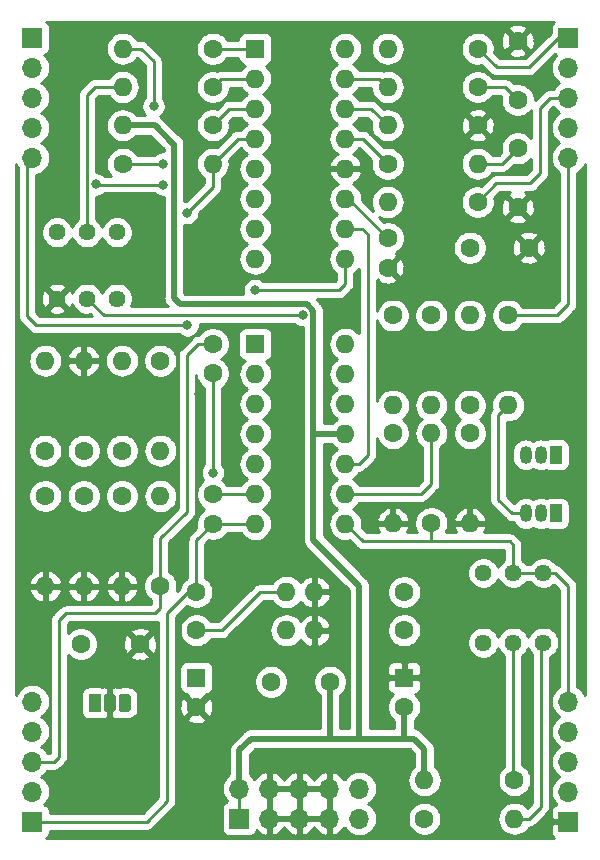
<source format=gbr>
G04 #@! TF.GenerationSoftware,KiCad,Pcbnew,(5.1.4-0-10_14)*
G04 #@! TF.CreationDate,2020-11-15T22:06:40-06:00*
G04 #@! TF.ProjectId,CEM3340_Daughter_Board,43454d33-3334-4305-9f44-617567687465,rev?*
G04 #@! TF.SameCoordinates,Original*
G04 #@! TF.FileFunction,Copper,L1,Top*
G04 #@! TF.FilePolarity,Positive*
%FSLAX46Y46*%
G04 Gerber Fmt 4.6, Leading zero omitted, Abs format (unit mm)*
G04 Created by KiCad (PCBNEW (5.1.4-0-10_14)) date 2020-11-15 22:06:40*
%MOMM*%
%LPD*%
G04 APERTURE LIST*
%ADD10C,1.600000*%
%ADD11R,1.600000X1.600000*%
%ADD12O,1.700000X1.700000*%
%ADD13R,1.700000X1.700000*%
%ADD14O,1.600000X1.600000*%
%ADD15R,1.050000X1.500000*%
%ADD16C,0.100000*%
%ADD17C,1.050000*%
%ADD18C,1.440000*%
%ADD19O,1.050000X1.500000*%
%ADD20C,0.800000*%
%ADD21C,0.250000*%
%ADD22C,0.500000*%
%ADD23C,0.254000*%
G04 APERTURE END LIST*
D10*
X153980000Y-81290000D03*
X153980000Y-83790000D03*
X153970000Y-71040000D03*
X153970000Y-68540000D03*
X170185000Y-99300000D03*
D11*
X170185000Y-96800000D03*
D10*
X152595000Y-99300000D03*
D11*
X152595000Y-96800000D03*
D12*
X184090000Y-98840000D03*
X184090000Y-101380000D03*
X184090000Y-103920000D03*
X184090000Y-106460000D03*
D13*
X184090000Y-109000000D03*
D12*
X138690000Y-98840000D03*
X138690000Y-101380000D03*
X138690000Y-103920000D03*
X138690000Y-106460000D03*
D13*
X138690000Y-109000000D03*
D12*
X184090000Y-52800000D03*
X184090000Y-50260000D03*
X184090000Y-47720000D03*
X184090000Y-45180000D03*
D13*
X184090000Y-42640000D03*
D12*
X138690000Y-52800000D03*
X138690000Y-50260000D03*
X138690000Y-47720000D03*
X138690000Y-45180000D03*
D13*
X138690000Y-42640000D03*
D14*
X165200000Y-68550000D03*
X157580000Y-83790000D03*
X165200000Y-71090000D03*
X157580000Y-81250000D03*
X165200000Y-73630000D03*
X157580000Y-78710000D03*
X165200000Y-76170000D03*
X157580000Y-76170000D03*
X165200000Y-78710000D03*
X157580000Y-73630000D03*
X165200000Y-81250000D03*
X157580000Y-71090000D03*
X165200000Y-83790000D03*
D11*
X157580000Y-68550000D03*
D15*
X143980000Y-98940000D03*
D16*
G36*
X146808229Y-98191264D02*
G01*
X146833711Y-98195044D01*
X146858700Y-98201303D01*
X146882954Y-98209982D01*
X146906242Y-98220996D01*
X146928337Y-98234239D01*
X146949028Y-98249585D01*
X146968116Y-98266884D01*
X146985415Y-98285972D01*
X147000761Y-98306663D01*
X147014004Y-98328758D01*
X147025018Y-98352046D01*
X147033697Y-98376300D01*
X147039956Y-98401289D01*
X147043736Y-98426771D01*
X147045000Y-98452500D01*
X147045000Y-99427500D01*
X147043736Y-99453229D01*
X147039956Y-99478711D01*
X147033697Y-99503700D01*
X147025018Y-99527954D01*
X147014004Y-99551242D01*
X147000761Y-99573337D01*
X146985415Y-99594028D01*
X146968116Y-99613116D01*
X146949028Y-99630415D01*
X146928337Y-99645761D01*
X146906242Y-99659004D01*
X146882954Y-99670018D01*
X146858700Y-99678697D01*
X146833711Y-99684956D01*
X146808229Y-99688736D01*
X146782500Y-99690000D01*
X146257500Y-99690000D01*
X146231771Y-99688736D01*
X146206289Y-99684956D01*
X146181300Y-99678697D01*
X146157046Y-99670018D01*
X146133758Y-99659004D01*
X146111663Y-99645761D01*
X146090972Y-99630415D01*
X146071884Y-99613116D01*
X146054585Y-99594028D01*
X146039239Y-99573337D01*
X146025996Y-99551242D01*
X146014982Y-99527954D01*
X146006303Y-99503700D01*
X146000044Y-99478711D01*
X145996264Y-99453229D01*
X145995000Y-99427500D01*
X145995000Y-98452500D01*
X145996264Y-98426771D01*
X146000044Y-98401289D01*
X146006303Y-98376300D01*
X146014982Y-98352046D01*
X146025996Y-98328758D01*
X146039239Y-98306663D01*
X146054585Y-98285972D01*
X146071884Y-98266884D01*
X146090972Y-98249585D01*
X146111663Y-98234239D01*
X146133758Y-98220996D01*
X146157046Y-98209982D01*
X146181300Y-98201303D01*
X146206289Y-98195044D01*
X146231771Y-98191264D01*
X146257500Y-98190000D01*
X146782500Y-98190000D01*
X146808229Y-98191264D01*
X146808229Y-98191264D01*
G37*
D17*
X146520000Y-98940000D03*
D16*
G36*
X145538229Y-98191264D02*
G01*
X145563711Y-98195044D01*
X145588700Y-98201303D01*
X145612954Y-98209982D01*
X145636242Y-98220996D01*
X145658337Y-98234239D01*
X145679028Y-98249585D01*
X145698116Y-98266884D01*
X145715415Y-98285972D01*
X145730761Y-98306663D01*
X145744004Y-98328758D01*
X145755018Y-98352046D01*
X145763697Y-98376300D01*
X145769956Y-98401289D01*
X145773736Y-98426771D01*
X145775000Y-98452500D01*
X145775000Y-99427500D01*
X145773736Y-99453229D01*
X145769956Y-99478711D01*
X145763697Y-99503700D01*
X145755018Y-99527954D01*
X145744004Y-99551242D01*
X145730761Y-99573337D01*
X145715415Y-99594028D01*
X145698116Y-99613116D01*
X145679028Y-99630415D01*
X145658337Y-99645761D01*
X145636242Y-99659004D01*
X145612954Y-99670018D01*
X145588700Y-99678697D01*
X145563711Y-99684956D01*
X145538229Y-99688736D01*
X145512500Y-99690000D01*
X144987500Y-99690000D01*
X144961771Y-99688736D01*
X144936289Y-99684956D01*
X144911300Y-99678697D01*
X144887046Y-99670018D01*
X144863758Y-99659004D01*
X144841663Y-99645761D01*
X144820972Y-99630415D01*
X144801884Y-99613116D01*
X144784585Y-99594028D01*
X144769239Y-99573337D01*
X144755996Y-99551242D01*
X144744982Y-99527954D01*
X144736303Y-99503700D01*
X144730044Y-99478711D01*
X144726264Y-99453229D01*
X144725000Y-99427500D01*
X144725000Y-98452500D01*
X144726264Y-98426771D01*
X144730044Y-98401289D01*
X144736303Y-98376300D01*
X144744982Y-98352046D01*
X144755996Y-98328758D01*
X144769239Y-98306663D01*
X144784585Y-98285972D01*
X144801884Y-98266884D01*
X144820972Y-98249585D01*
X144841663Y-98234239D01*
X144863758Y-98220996D01*
X144887046Y-98209982D01*
X144911300Y-98201303D01*
X144936289Y-98195044D01*
X144961771Y-98191264D01*
X144987500Y-98190000D01*
X145512500Y-98190000D01*
X145538229Y-98191264D01*
X145538229Y-98191264D01*
G37*
D17*
X145250000Y-98940000D03*
D14*
X149540000Y-81430000D03*
D10*
X149540000Y-89050000D03*
D14*
X172490000Y-76110000D03*
D10*
X172490000Y-83730000D03*
D14*
X175740000Y-83730000D03*
D10*
X175740000Y-76110000D03*
D14*
X175730000Y-66140000D03*
D10*
X175730000Y-73760000D03*
D14*
X160215000Y-89550000D03*
D10*
X152595000Y-89550000D03*
D14*
X143040000Y-89050000D03*
D10*
X143040000Y-81430000D03*
D14*
X160215000Y-92800000D03*
D10*
X152595000Y-92800000D03*
D14*
X146290000Y-89050000D03*
D10*
X146290000Y-81430000D03*
D14*
X149540000Y-77580000D03*
D10*
X149540000Y-69960000D03*
D14*
X139790000Y-89050000D03*
D10*
X139790000Y-81430000D03*
D14*
X139790000Y-69960000D03*
D10*
X139790000Y-77580000D03*
D14*
X153970000Y-53290000D03*
D10*
X146350000Y-53290000D03*
D14*
X146290000Y-69960000D03*
D10*
X146290000Y-77580000D03*
D12*
X166380000Y-106190000D03*
X166380000Y-108730000D03*
X163840000Y-106190000D03*
X163840000Y-108730000D03*
X161300000Y-106190000D03*
X161300000Y-108730000D03*
X158760000Y-106190000D03*
X158760000Y-108730000D03*
X156220000Y-106190000D03*
D13*
X156220000Y-108730000D03*
D10*
X175730000Y-60390000D03*
X180730000Y-60390000D03*
X163900000Y-97150000D03*
X158900000Y-97150000D03*
X147810000Y-93960000D03*
X142810000Y-93960000D03*
D14*
X168780000Y-43540000D03*
D10*
X176400000Y-43540000D03*
D14*
X178980000Y-73760000D03*
D10*
X178980000Y-66140000D03*
D14*
X169230000Y-83730000D03*
D10*
X169230000Y-76110000D03*
D14*
X162565000Y-89550000D03*
D10*
X170185000Y-89550000D03*
D14*
X169230000Y-73760000D03*
D10*
X169230000Y-66140000D03*
D14*
X171900000Y-105490000D03*
D10*
X179520000Y-105490000D03*
D14*
X179520000Y-108740000D03*
D10*
X171900000Y-108740000D03*
D14*
X172480000Y-73760000D03*
D10*
X172480000Y-66140000D03*
D14*
X162565000Y-92800000D03*
D10*
X170185000Y-92800000D03*
D14*
X143040000Y-69960000D03*
D10*
X143040000Y-77580000D03*
D14*
X176400000Y-53290000D03*
D10*
X168780000Y-53290000D03*
D14*
X168780000Y-56540000D03*
D10*
X176400000Y-56540000D03*
D14*
X168780000Y-46790000D03*
D10*
X176400000Y-46790000D03*
D14*
X168780000Y-50040000D03*
D10*
X176400000Y-50040000D03*
D14*
X146350000Y-46790000D03*
D10*
X153970000Y-46790000D03*
D14*
X146350000Y-43540000D03*
D10*
X153970000Y-43540000D03*
D14*
X165200000Y-43550000D03*
X157580000Y-61330000D03*
X165200000Y-46090000D03*
X157580000Y-58790000D03*
X165200000Y-48630000D03*
X157580000Y-56250000D03*
X165200000Y-51170000D03*
X157580000Y-53710000D03*
X165200000Y-53710000D03*
X157580000Y-51170000D03*
X165200000Y-56250000D03*
X157580000Y-48630000D03*
X165200000Y-58790000D03*
X157580000Y-46090000D03*
X165200000Y-61330000D03*
D11*
X157580000Y-43550000D03*
D18*
X145870000Y-64710000D03*
X143330000Y-64710000D03*
X140790000Y-64710000D03*
X181960000Y-93840000D03*
X179420000Y-93840000D03*
X176880000Y-93840000D03*
X181960000Y-87940000D03*
X179420000Y-87940000D03*
X176880000Y-87940000D03*
X145870000Y-59090000D03*
X143330000Y-59090000D03*
X140790000Y-59090000D03*
D14*
X146350000Y-50040000D03*
D10*
X153970000Y-50040000D03*
D15*
X183020000Y-77930000D03*
D19*
X180480000Y-77930000D03*
X181750000Y-77930000D03*
D15*
X183020000Y-82900000D03*
D19*
X180480000Y-82900000D03*
X181750000Y-82900000D03*
D10*
X179790000Y-56990000D03*
X179790000Y-51990000D03*
X179790000Y-47890000D03*
X179790000Y-42890000D03*
X168780000Y-59590000D03*
X168780000Y-62090000D03*
D20*
X174690000Y-50040000D03*
X181510000Y-56990000D03*
X182450000Y-60390000D03*
X181510000Y-42890000D03*
X170500000Y-62090000D03*
X166740000Y-53710000D03*
X165840000Y-64400000D03*
X175740000Y-82200000D03*
X167690000Y-83730000D03*
X170180000Y-95240000D03*
X182480000Y-108990000D03*
X163840000Y-104620000D03*
X161300000Y-104620000D03*
X158760000Y-104620000D03*
X145250000Y-100460000D03*
X154310000Y-99300000D03*
X147810000Y-95680000D03*
X139790000Y-87520000D03*
X143040000Y-87520000D03*
X146290000Y-87520000D03*
X151060000Y-87220000D03*
X152830000Y-72820000D03*
X164100000Y-92800000D03*
X164100000Y-89550000D03*
X141830000Y-63680000D03*
X155530000Y-75050000D03*
X155520000Y-77480000D03*
X141380000Y-45230000D03*
X155370000Y-60150000D03*
X155390000Y-57530000D03*
X178160000Y-95280000D03*
X147830000Y-82920000D03*
X184100000Y-80250000D03*
X170860000Y-72180000D03*
X155390000Y-55440000D03*
X148960000Y-48420000D03*
X151790000Y-57460000D03*
X153990000Y-79450000D03*
X161580000Y-66120000D03*
X149770000Y-53290000D03*
X149770000Y-55050000D03*
X144070000Y-55040000D03*
X157560000Y-64000000D03*
X151820000Y-66979998D03*
D21*
X165440000Y-56250000D02*
X165200000Y-56250000D01*
X168780000Y-59590000D02*
X165440000Y-56250000D01*
X178690000Y-46790000D02*
X179790000Y-47890000D01*
X176400000Y-46790000D02*
X178690000Y-46790000D01*
X178490000Y-53290000D02*
X179790000Y-51990000D01*
X176400000Y-53290000D02*
X178490000Y-53290000D01*
X181740000Y-107740000D02*
X180740000Y-108740000D01*
X181740000Y-94060000D02*
X181740000Y-107740000D01*
X180740000Y-108740000D02*
X179520000Y-108740000D01*
X181960000Y-93840000D02*
X181740000Y-94060000D01*
X179330000Y-82900000D02*
X180480000Y-82900000D01*
X178150000Y-81720000D02*
X179330000Y-82900000D01*
X178150000Y-74590000D02*
X178150000Y-81720000D01*
X178980000Y-73760000D02*
X178150000Y-74590000D01*
D22*
X149060000Y-50040000D02*
X150610000Y-51590000D01*
X146350000Y-50040000D02*
X149060000Y-50040000D01*
D21*
X156220000Y-107392081D02*
X156220000Y-108730000D01*
X156220000Y-106190000D02*
X156220000Y-107392081D01*
D22*
X163900000Y-101100000D02*
X163900000Y-97150000D01*
X162540000Y-76170000D02*
X162490000Y-76220000D01*
X165200000Y-76170000D02*
X162540000Y-76170000D01*
X162490000Y-65730000D02*
X162490000Y-76220000D01*
X161930000Y-65170000D02*
X162490000Y-65730000D01*
X150690000Y-64640000D02*
X151220000Y-65170000D01*
X151220000Y-65170000D02*
X161930000Y-65170000D01*
X150690000Y-51590000D02*
X150690000Y-64640000D01*
X157200000Y-101980000D02*
X163900000Y-101980000D01*
X156220000Y-102960000D02*
X157200000Y-101980000D01*
X163900000Y-101980000D02*
X163900000Y-101100000D01*
X156220000Y-106190000D02*
X156220000Y-102960000D01*
X163900000Y-101960000D02*
X163900000Y-101100000D01*
X166390000Y-89030000D02*
X166390000Y-101960000D01*
X166390000Y-101960000D02*
X163900000Y-101960000D01*
X162490000Y-85130000D02*
X166390000Y-89030000D01*
X162490000Y-76220000D02*
X162490000Y-85130000D01*
X171900000Y-102860000D02*
X171900000Y-105490000D01*
X171000000Y-101960000D02*
X171900000Y-102860000D01*
X170185000Y-101915000D02*
X170185000Y-99300000D01*
X170140000Y-101960000D02*
X170185000Y-101915000D01*
X166390000Y-101960000D02*
X170140000Y-101960000D01*
X170140000Y-101960000D02*
X171000000Y-101960000D01*
D21*
X157580000Y-48630000D02*
X157280000Y-48930000D01*
X155380000Y-48630000D02*
X153970000Y-50040000D01*
X157580000Y-48630000D02*
X155380000Y-48630000D01*
X143990000Y-46790000D02*
X146350000Y-46790000D01*
X143330000Y-47450000D02*
X143990000Y-46790000D01*
X143330000Y-59090000D02*
X143330000Y-47450000D01*
X148960000Y-44620000D02*
X148960000Y-48420000D01*
X147880000Y-43540000D02*
X148960000Y-44620000D01*
X146350000Y-43540000D02*
X147880000Y-43540000D01*
X153980000Y-43550000D02*
X153970000Y-43540000D01*
X157580000Y-43550000D02*
X153980000Y-43550000D01*
X154670000Y-46090000D02*
X153970000Y-46790000D01*
X157580000Y-46090000D02*
X154670000Y-46090000D01*
X167370000Y-48630000D02*
X165200000Y-48630000D01*
X168780000Y-50040000D02*
X167370000Y-48630000D01*
X156090000Y-51170000D02*
X153970000Y-53290000D01*
X157580000Y-51170000D02*
X156090000Y-51170000D01*
X153970000Y-55280000D02*
X151790000Y-57460000D01*
X153970000Y-53290000D02*
X153970000Y-55280000D01*
X168080000Y-46090000D02*
X168780000Y-46790000D01*
X165200000Y-46090000D02*
X168080000Y-46090000D01*
X183240000Y-42640000D02*
X184090000Y-42640000D01*
X180740000Y-45140000D02*
X183240000Y-42640000D01*
X178000000Y-45140000D02*
X180740000Y-45140000D01*
X176400000Y-43540000D02*
X178000000Y-45140000D01*
X153990000Y-71060000D02*
X153970000Y-71040000D01*
X153990000Y-79450000D02*
X153990000Y-71060000D01*
X154020000Y-81250000D02*
X153980000Y-81290000D01*
X157580000Y-81250000D02*
X154020000Y-81250000D01*
X157990000Y-89550000D02*
X160215000Y-89550000D01*
X154740000Y-92800000D02*
X157990000Y-89550000D01*
X152595000Y-92800000D02*
X154740000Y-92800000D01*
X179420000Y-105390000D02*
X179520000Y-105490000D01*
X179420000Y-93840000D02*
X179420000Y-105390000D01*
X166680000Y-85270000D02*
X172060000Y-85270000D01*
X165200000Y-83790000D02*
X166680000Y-85270000D01*
X181960000Y-87940000D02*
X179420000Y-87940000D01*
X172490000Y-85270000D02*
X172490000Y-83730000D01*
X172060000Y-85270000D02*
X172490000Y-85270000D01*
X175400000Y-85270000D02*
X172060000Y-85270000D01*
X179420000Y-85570000D02*
X179120000Y-85270000D01*
X179120000Y-85270000D02*
X175400000Y-85270000D01*
X179420000Y-87940000D02*
X179420000Y-85570000D01*
X184090000Y-97637919D02*
X184090000Y-98840000D01*
X182978233Y-87940000D02*
X184090000Y-89051767D01*
X184090000Y-89051767D02*
X184090000Y-97637919D01*
X181960000Y-87940000D02*
X182978233Y-87940000D01*
X143330000Y-64710000D02*
X144740000Y-66120000D01*
X161014315Y-66120000D02*
X161580000Y-66120000D01*
X144740000Y-66120000D02*
X161014315Y-66120000D01*
X167090000Y-59250000D02*
X166630000Y-58790000D01*
X167090000Y-77951370D02*
X167090000Y-59250000D01*
X166331370Y-78710000D02*
X167090000Y-77951370D01*
X166630000Y-58790000D02*
X165200000Y-58790000D01*
X165200000Y-78710000D02*
X166331370Y-78710000D01*
X165200000Y-81250000D02*
X171630000Y-81250000D01*
X172490000Y-80390000D02*
X172490000Y-76110000D01*
X171630000Y-81250000D02*
X172490000Y-80390000D01*
X153980000Y-68550000D02*
X153970000Y-68540000D01*
X149540000Y-90910000D02*
X149540000Y-89050000D01*
X149090000Y-91360000D02*
X149540000Y-90910000D01*
X141550000Y-91360000D02*
X149090000Y-91360000D01*
X140950000Y-103500000D02*
X140950000Y-91960000D01*
X140530000Y-103920000D02*
X140950000Y-103500000D01*
X140950000Y-91960000D02*
X141550000Y-91360000D01*
X138690000Y-103920000D02*
X140530000Y-103920000D01*
X149540000Y-85020000D02*
X149540000Y-89050000D01*
X151780000Y-82780000D02*
X149540000Y-85020000D01*
X151780000Y-69510000D02*
X151780000Y-82780000D01*
X152750000Y-68540000D02*
X151780000Y-69510000D01*
X153970000Y-68540000D02*
X152750000Y-68540000D01*
X157580000Y-83790000D02*
X153980000Y-83790000D01*
X152595000Y-85175000D02*
X153980000Y-83790000D01*
X152595000Y-89550000D02*
X152595000Y-85175000D01*
X150120000Y-107250000D02*
X148370000Y-109000000D01*
X150120000Y-91340000D02*
X150120000Y-107250000D01*
X148370000Y-109000000D02*
X138690000Y-109000000D01*
X151910000Y-89550000D02*
X150120000Y-91340000D01*
X152595000Y-89550000D02*
X151910000Y-89550000D01*
X166660000Y-51170000D02*
X165200000Y-51170000D01*
X168780000Y-53290000D02*
X166660000Y-51170000D01*
X182510000Y-47720000D02*
X184090000Y-47720000D01*
X181690000Y-48540000D02*
X182510000Y-47720000D01*
X180850000Y-54950000D02*
X181690000Y-54110000D01*
X177990000Y-54950000D02*
X180850000Y-54950000D01*
X181690000Y-54110000D02*
X181690000Y-48540000D01*
X176400000Y-56540000D02*
X177990000Y-54950000D01*
X184090000Y-65180000D02*
X184090000Y-52800000D01*
X183130000Y-66140000D02*
X184090000Y-65180000D01*
X178980000Y-66140000D02*
X183130000Y-66140000D01*
X149770000Y-53290000D02*
X146350000Y-53290000D01*
X144080000Y-55050000D02*
X144070000Y-55040000D01*
X149770000Y-55050000D02*
X144080000Y-55050000D01*
X165200000Y-63460000D02*
X165200000Y-61330000D01*
X164660000Y-64000000D02*
X165200000Y-63460000D01*
X157560000Y-64000000D02*
X164660000Y-64000000D01*
X138240000Y-53250000D02*
X138690000Y-52800000D01*
X138240000Y-66180000D02*
X138240000Y-53250000D01*
X139039998Y-66979998D02*
X138240000Y-66180000D01*
X151820000Y-66979998D02*
X139039998Y-66979998D01*
D23*
G36*
X137311401Y-53371034D02*
G01*
X137449294Y-53629014D01*
X137480001Y-53666431D01*
X137480000Y-66142678D01*
X137476324Y-66180000D01*
X137480000Y-66217322D01*
X137480000Y-66217332D01*
X137490997Y-66328985D01*
X137522321Y-66432247D01*
X137534454Y-66472246D01*
X137605026Y-66604276D01*
X137644871Y-66652826D01*
X137699999Y-66720001D01*
X137729002Y-66743803D01*
X138476199Y-67491000D01*
X138499997Y-67519999D01*
X138528995Y-67543797D01*
X138615721Y-67614972D01*
X138747751Y-67685544D01*
X138891012Y-67729001D01*
X139002665Y-67739998D01*
X139002675Y-67739998D01*
X139039997Y-67743674D01*
X139077320Y-67739998D01*
X151116289Y-67739998D01*
X151160226Y-67783935D01*
X151329744Y-67897203D01*
X151518102Y-67975224D01*
X151718061Y-68014998D01*
X151921939Y-68014998D01*
X152121898Y-67975224D01*
X152310256Y-67897203D01*
X152479774Y-67783935D01*
X152623937Y-67639772D01*
X152737205Y-67470254D01*
X152815226Y-67281896D01*
X152855000Y-67081937D01*
X152855000Y-66880000D01*
X160876289Y-66880000D01*
X160920226Y-66923937D01*
X161089744Y-67037205D01*
X161278102Y-67115226D01*
X161478061Y-67155000D01*
X161605000Y-67155000D01*
X161605001Y-76176514D01*
X161605000Y-76176524D01*
X161605000Y-76176531D01*
X161600719Y-76220000D01*
X161605000Y-76263469D01*
X161605001Y-85086521D01*
X161600719Y-85130000D01*
X161617805Y-85303490D01*
X161668412Y-85470313D01*
X161750590Y-85624059D01*
X161833468Y-85725046D01*
X161833471Y-85725049D01*
X161861184Y-85758817D01*
X161894951Y-85786530D01*
X165505000Y-89396579D01*
X165505001Y-101075000D01*
X164785000Y-101075000D01*
X164785000Y-98284521D01*
X164814759Y-98264637D01*
X165014637Y-98064759D01*
X165171680Y-97829727D01*
X165279853Y-97568574D01*
X165335000Y-97291335D01*
X165335000Y-97008665D01*
X165279853Y-96731426D01*
X165171680Y-96470273D01*
X165014637Y-96235241D01*
X164814759Y-96035363D01*
X164579727Y-95878320D01*
X164318574Y-95770147D01*
X164041335Y-95715000D01*
X163758665Y-95715000D01*
X163481426Y-95770147D01*
X163220273Y-95878320D01*
X162985241Y-96035363D01*
X162785363Y-96235241D01*
X162628320Y-96470273D01*
X162520147Y-96731426D01*
X162465000Y-97008665D01*
X162465000Y-97291335D01*
X162520147Y-97568574D01*
X162628320Y-97829727D01*
X162785363Y-98064759D01*
X162985241Y-98264637D01*
X163015001Y-98284522D01*
X163015000Y-101056523D01*
X163015000Y-101095000D01*
X157243465Y-101095000D01*
X157199999Y-101090719D01*
X157156533Y-101095000D01*
X157156523Y-101095000D01*
X157026510Y-101107805D01*
X156859687Y-101158411D01*
X156705941Y-101240589D01*
X156705939Y-101240590D01*
X156705940Y-101240590D01*
X156604953Y-101323468D01*
X156604951Y-101323470D01*
X156571183Y-101351183D01*
X156543470Y-101384951D01*
X155624951Y-102303471D01*
X155591184Y-102331183D01*
X155563471Y-102364951D01*
X155563468Y-102364954D01*
X155480590Y-102465941D01*
X155398412Y-102619687D01*
X155347805Y-102786510D01*
X155330719Y-102960000D01*
X155335001Y-103003479D01*
X155335000Y-104995240D01*
X155164866Y-105134866D01*
X154979294Y-105360986D01*
X154841401Y-105618966D01*
X154756487Y-105898889D01*
X154727815Y-106190000D01*
X154756487Y-106481111D01*
X154841401Y-106761034D01*
X154979294Y-107019014D01*
X155164866Y-107245134D01*
X155194687Y-107269607D01*
X155125820Y-107290498D01*
X155015506Y-107349463D01*
X154918815Y-107428815D01*
X154839463Y-107525506D01*
X154780498Y-107635820D01*
X154744188Y-107755518D01*
X154731928Y-107880000D01*
X154731928Y-109580000D01*
X154744188Y-109704482D01*
X154780498Y-109824180D01*
X154839463Y-109934494D01*
X154918815Y-110031185D01*
X155015506Y-110110537D01*
X155125820Y-110169502D01*
X155245518Y-110205812D01*
X155370000Y-110218072D01*
X157070000Y-110218072D01*
X157194482Y-110205812D01*
X157314180Y-110169502D01*
X157424494Y-110110537D01*
X157521185Y-110031185D01*
X157600537Y-109934494D01*
X157659502Y-109824180D01*
X157683966Y-109743534D01*
X157759731Y-109827588D01*
X157993080Y-110001641D01*
X158255901Y-110126825D01*
X158403110Y-110171476D01*
X158633000Y-110050155D01*
X158633000Y-108857000D01*
X158887000Y-108857000D01*
X158887000Y-110050155D01*
X159116890Y-110171476D01*
X159264099Y-110126825D01*
X159526920Y-110001641D01*
X159760269Y-109827588D01*
X159955178Y-109611355D01*
X160030000Y-109485745D01*
X160104822Y-109611355D01*
X160299731Y-109827588D01*
X160533080Y-110001641D01*
X160795901Y-110126825D01*
X160943110Y-110171476D01*
X161173000Y-110050155D01*
X161173000Y-108857000D01*
X161427000Y-108857000D01*
X161427000Y-110050155D01*
X161656890Y-110171476D01*
X161804099Y-110126825D01*
X162066920Y-110001641D01*
X162300269Y-109827588D01*
X162495178Y-109611355D01*
X162570000Y-109485745D01*
X162644822Y-109611355D01*
X162839731Y-109827588D01*
X163073080Y-110001641D01*
X163335901Y-110126825D01*
X163483110Y-110171476D01*
X163713000Y-110050155D01*
X163713000Y-108857000D01*
X161427000Y-108857000D01*
X161173000Y-108857000D01*
X158887000Y-108857000D01*
X158633000Y-108857000D01*
X158613000Y-108857000D01*
X158613000Y-108603000D01*
X158633000Y-108603000D01*
X158633000Y-106317000D01*
X158887000Y-106317000D01*
X158887000Y-108603000D01*
X161173000Y-108603000D01*
X161173000Y-106317000D01*
X161427000Y-106317000D01*
X161427000Y-108603000D01*
X163713000Y-108603000D01*
X163713000Y-106317000D01*
X161427000Y-106317000D01*
X161173000Y-106317000D01*
X158887000Y-106317000D01*
X158633000Y-106317000D01*
X158613000Y-106317000D01*
X158613000Y-106063000D01*
X158633000Y-106063000D01*
X158633000Y-104869845D01*
X158887000Y-104869845D01*
X158887000Y-106063000D01*
X161173000Y-106063000D01*
X161173000Y-104869845D01*
X161427000Y-104869845D01*
X161427000Y-106063000D01*
X163713000Y-106063000D01*
X163713000Y-104869845D01*
X163967000Y-104869845D01*
X163967000Y-106063000D01*
X163987000Y-106063000D01*
X163987000Y-106317000D01*
X163967000Y-106317000D01*
X163967000Y-108603000D01*
X163987000Y-108603000D01*
X163987000Y-108857000D01*
X163967000Y-108857000D01*
X163967000Y-110050155D01*
X164196890Y-110171476D01*
X164344099Y-110126825D01*
X164606920Y-110001641D01*
X164840269Y-109827588D01*
X165035178Y-109611355D01*
X165104799Y-109494477D01*
X165139294Y-109559014D01*
X165324866Y-109785134D01*
X165550986Y-109970706D01*
X165808966Y-110108599D01*
X166088889Y-110193513D01*
X166307050Y-110215000D01*
X166452950Y-110215000D01*
X166671111Y-110193513D01*
X166951034Y-110108599D01*
X167209014Y-109970706D01*
X167435134Y-109785134D01*
X167620706Y-109559014D01*
X167758599Y-109301034D01*
X167843513Y-109021111D01*
X167872185Y-108730000D01*
X167859250Y-108598665D01*
X170465000Y-108598665D01*
X170465000Y-108881335D01*
X170520147Y-109158574D01*
X170628320Y-109419727D01*
X170785363Y-109654759D01*
X170985241Y-109854637D01*
X171220273Y-110011680D01*
X171481426Y-110119853D01*
X171758665Y-110175000D01*
X172041335Y-110175000D01*
X172318574Y-110119853D01*
X172579727Y-110011680D01*
X172814759Y-109854637D01*
X173014637Y-109654759D01*
X173171680Y-109419727D01*
X173279853Y-109158574D01*
X173335000Y-108881335D01*
X173335000Y-108598665D01*
X173279853Y-108321426D01*
X173171680Y-108060273D01*
X173014637Y-107825241D01*
X172814759Y-107625363D01*
X172579727Y-107468320D01*
X172318574Y-107360147D01*
X172041335Y-107305000D01*
X171758665Y-107305000D01*
X171481426Y-107360147D01*
X171220273Y-107468320D01*
X170985241Y-107625363D01*
X170785363Y-107825241D01*
X170628320Y-108060273D01*
X170520147Y-108321426D01*
X170465000Y-108598665D01*
X167859250Y-108598665D01*
X167843513Y-108438889D01*
X167758599Y-108158966D01*
X167620706Y-107900986D01*
X167435134Y-107674866D01*
X167209014Y-107489294D01*
X167154209Y-107460000D01*
X167209014Y-107430706D01*
X167435134Y-107245134D01*
X167620706Y-107019014D01*
X167758599Y-106761034D01*
X167843513Y-106481111D01*
X167872185Y-106190000D01*
X167843513Y-105898889D01*
X167758599Y-105618966D01*
X167620706Y-105360986D01*
X167435134Y-105134866D01*
X167209014Y-104949294D01*
X166951034Y-104811401D01*
X166671111Y-104726487D01*
X166452950Y-104705000D01*
X166307050Y-104705000D01*
X166088889Y-104726487D01*
X165808966Y-104811401D01*
X165550986Y-104949294D01*
X165324866Y-105134866D01*
X165139294Y-105360986D01*
X165104799Y-105425523D01*
X165035178Y-105308645D01*
X164840269Y-105092412D01*
X164606920Y-104918359D01*
X164344099Y-104793175D01*
X164196890Y-104748524D01*
X163967000Y-104869845D01*
X163713000Y-104869845D01*
X163483110Y-104748524D01*
X163335901Y-104793175D01*
X163073080Y-104918359D01*
X162839731Y-105092412D01*
X162644822Y-105308645D01*
X162570000Y-105434255D01*
X162495178Y-105308645D01*
X162300269Y-105092412D01*
X162066920Y-104918359D01*
X161804099Y-104793175D01*
X161656890Y-104748524D01*
X161427000Y-104869845D01*
X161173000Y-104869845D01*
X160943110Y-104748524D01*
X160795901Y-104793175D01*
X160533080Y-104918359D01*
X160299731Y-105092412D01*
X160104822Y-105308645D01*
X160030000Y-105434255D01*
X159955178Y-105308645D01*
X159760269Y-105092412D01*
X159526920Y-104918359D01*
X159264099Y-104793175D01*
X159116890Y-104748524D01*
X158887000Y-104869845D01*
X158633000Y-104869845D01*
X158403110Y-104748524D01*
X158255901Y-104793175D01*
X157993080Y-104918359D01*
X157759731Y-105092412D01*
X157564822Y-105308645D01*
X157495201Y-105425523D01*
X157460706Y-105360986D01*
X157275134Y-105134866D01*
X157105000Y-104995241D01*
X157105000Y-103326578D01*
X157566579Y-102865000D01*
X163856523Y-102865000D01*
X163900000Y-102869282D01*
X163943476Y-102865000D01*
X163943477Y-102865000D01*
X164073490Y-102852195D01*
X164097208Y-102845000D01*
X166346524Y-102845000D01*
X166390000Y-102849282D01*
X166433477Y-102845000D01*
X170096531Y-102845000D01*
X170140000Y-102849281D01*
X170183469Y-102845000D01*
X170633422Y-102845000D01*
X171015000Y-103226579D01*
X171015001Y-104359922D01*
X170880392Y-104470392D01*
X170701068Y-104688899D01*
X170567818Y-104938192D01*
X170485764Y-105208691D01*
X170458057Y-105490000D01*
X170485764Y-105771309D01*
X170567818Y-106041808D01*
X170701068Y-106291101D01*
X170880392Y-106509608D01*
X171098899Y-106688932D01*
X171348192Y-106822182D01*
X171618691Y-106904236D01*
X171829508Y-106925000D01*
X171970492Y-106925000D01*
X172181309Y-106904236D01*
X172451808Y-106822182D01*
X172701101Y-106688932D01*
X172919608Y-106509608D01*
X173098932Y-106291101D01*
X173232182Y-106041808D01*
X173314236Y-105771309D01*
X173341943Y-105490000D01*
X173314236Y-105208691D01*
X173232182Y-104938192D01*
X173098932Y-104688899D01*
X172919608Y-104470392D01*
X172785000Y-104359922D01*
X172785000Y-102903465D01*
X172789281Y-102859999D01*
X172785000Y-102816533D01*
X172785000Y-102816523D01*
X172772195Y-102686510D01*
X172721589Y-102519687D01*
X172639411Y-102365941D01*
X172528817Y-102231183D01*
X172495050Y-102203471D01*
X171656532Y-101364954D01*
X171628817Y-101331183D01*
X171494059Y-101220589D01*
X171340313Y-101138411D01*
X171173490Y-101087805D01*
X171070000Y-101077612D01*
X171070000Y-100434521D01*
X171099759Y-100414637D01*
X171299637Y-100214759D01*
X171456680Y-99979727D01*
X171564853Y-99718574D01*
X171620000Y-99441335D01*
X171620000Y-99158665D01*
X171564853Y-98881426D01*
X171456680Y-98620273D01*
X171299637Y-98385241D01*
X171133057Y-98218661D01*
X171229180Y-98189502D01*
X171339494Y-98130537D01*
X171436185Y-98051185D01*
X171515537Y-97954494D01*
X171574502Y-97844180D01*
X171610812Y-97724482D01*
X171623072Y-97600000D01*
X171620000Y-97085750D01*
X171461250Y-96927000D01*
X170312000Y-96927000D01*
X170312000Y-96947000D01*
X170058000Y-96947000D01*
X170058000Y-96927000D01*
X168908750Y-96927000D01*
X168750000Y-97085750D01*
X168746928Y-97600000D01*
X168759188Y-97724482D01*
X168795498Y-97844180D01*
X168854463Y-97954494D01*
X168933815Y-98051185D01*
X169030506Y-98130537D01*
X169140820Y-98189502D01*
X169236943Y-98218661D01*
X169070363Y-98385241D01*
X168913320Y-98620273D01*
X168805147Y-98881426D01*
X168750000Y-99158665D01*
X168750000Y-99441335D01*
X168805147Y-99718574D01*
X168913320Y-99979727D01*
X169070363Y-100214759D01*
X169270241Y-100414637D01*
X169300001Y-100434522D01*
X169300000Y-101075000D01*
X167275000Y-101075000D01*
X167275000Y-96000000D01*
X168746928Y-96000000D01*
X168750000Y-96514250D01*
X168908750Y-96673000D01*
X170058000Y-96673000D01*
X170058000Y-95523750D01*
X170312000Y-95523750D01*
X170312000Y-96673000D01*
X171461250Y-96673000D01*
X171620000Y-96514250D01*
X171623072Y-96000000D01*
X171610812Y-95875518D01*
X171574502Y-95755820D01*
X171515537Y-95645506D01*
X171436185Y-95548815D01*
X171339494Y-95469463D01*
X171229180Y-95410498D01*
X171109482Y-95374188D01*
X170985000Y-95361928D01*
X170470750Y-95365000D01*
X170312000Y-95523750D01*
X170058000Y-95523750D01*
X169899250Y-95365000D01*
X169385000Y-95361928D01*
X169260518Y-95374188D01*
X169140820Y-95410498D01*
X169030506Y-95469463D01*
X168933815Y-95548815D01*
X168854463Y-95645506D01*
X168795498Y-95755820D01*
X168759188Y-95875518D01*
X168746928Y-96000000D01*
X167275000Y-96000000D01*
X167275000Y-92658665D01*
X168750000Y-92658665D01*
X168750000Y-92941335D01*
X168805147Y-93218574D01*
X168913320Y-93479727D01*
X169070363Y-93714759D01*
X169270241Y-93914637D01*
X169505273Y-94071680D01*
X169766426Y-94179853D01*
X170043665Y-94235000D01*
X170326335Y-94235000D01*
X170603574Y-94179853D01*
X170864727Y-94071680D01*
X171099759Y-93914637D01*
X171299637Y-93714759D01*
X171305126Y-93706544D01*
X175525000Y-93706544D01*
X175525000Y-93973456D01*
X175577072Y-94235239D01*
X175679215Y-94481833D01*
X175827503Y-94703762D01*
X176016238Y-94892497D01*
X176238167Y-95040785D01*
X176484761Y-95142928D01*
X176746544Y-95195000D01*
X177013456Y-95195000D01*
X177275239Y-95142928D01*
X177521833Y-95040785D01*
X177743762Y-94892497D01*
X177932497Y-94703762D01*
X178080785Y-94481833D01*
X178150000Y-94314734D01*
X178219215Y-94481833D01*
X178367503Y-94703762D01*
X178556238Y-94892497D01*
X178660000Y-94961829D01*
X178660001Y-104338774D01*
X178605241Y-104375363D01*
X178405363Y-104575241D01*
X178248320Y-104810273D01*
X178140147Y-105071426D01*
X178085000Y-105348665D01*
X178085000Y-105631335D01*
X178140147Y-105908574D01*
X178248320Y-106169727D01*
X178405363Y-106404759D01*
X178605241Y-106604637D01*
X178840273Y-106761680D01*
X179101426Y-106869853D01*
X179378665Y-106925000D01*
X179661335Y-106925000D01*
X179938574Y-106869853D01*
X180199727Y-106761680D01*
X180434759Y-106604637D01*
X180634637Y-106404759D01*
X180791680Y-106169727D01*
X180899853Y-105908574D01*
X180955000Y-105631335D01*
X180955000Y-105348665D01*
X180899853Y-105071426D01*
X180791680Y-104810273D01*
X180634637Y-104575241D01*
X180434759Y-104375363D01*
X180199727Y-104218320D01*
X180180000Y-104210149D01*
X180180000Y-94961828D01*
X180283762Y-94892497D01*
X180472497Y-94703762D01*
X180620785Y-94481833D01*
X180690000Y-94314734D01*
X180759215Y-94481833D01*
X180907503Y-94703762D01*
X180980000Y-94776259D01*
X180980001Y-107425197D01*
X180605057Y-107800142D01*
X180539608Y-107720392D01*
X180321101Y-107541068D01*
X180071808Y-107407818D01*
X179801309Y-107325764D01*
X179590492Y-107305000D01*
X179449508Y-107305000D01*
X179238691Y-107325764D01*
X178968192Y-107407818D01*
X178718899Y-107541068D01*
X178500392Y-107720392D01*
X178321068Y-107938899D01*
X178187818Y-108188192D01*
X178105764Y-108458691D01*
X178078057Y-108740000D01*
X178105764Y-109021309D01*
X178187818Y-109291808D01*
X178321068Y-109541101D01*
X178500392Y-109759608D01*
X178718899Y-109938932D01*
X178968192Y-110072182D01*
X179238691Y-110154236D01*
X179449508Y-110175000D01*
X179590492Y-110175000D01*
X179801309Y-110154236D01*
X180071808Y-110072182D01*
X180321101Y-109938932D01*
X180539608Y-109759608D01*
X180718932Y-109541101D01*
X180738989Y-109503576D01*
X180740000Y-109503676D01*
X180777322Y-109500000D01*
X180777333Y-109500000D01*
X180888986Y-109489003D01*
X181032247Y-109445546D01*
X181164276Y-109374974D01*
X181280001Y-109280001D01*
X181303804Y-109250998D01*
X182251003Y-108303799D01*
X182280001Y-108280001D01*
X182374974Y-108164276D01*
X182445546Y-108032247D01*
X182489003Y-107888986D01*
X182500000Y-107777333D01*
X182503677Y-107740000D01*
X182500000Y-107702667D01*
X182500000Y-95082966D01*
X182601833Y-95040785D01*
X182823762Y-94892497D01*
X183012497Y-94703762D01*
X183160785Y-94481833D01*
X183262928Y-94235239D01*
X183315000Y-93973456D01*
X183315000Y-93706544D01*
X183262928Y-93444761D01*
X183160785Y-93198167D01*
X183012497Y-92976238D01*
X182823762Y-92787503D01*
X182601833Y-92639215D01*
X182355239Y-92537072D01*
X182093456Y-92485000D01*
X181826544Y-92485000D01*
X181564761Y-92537072D01*
X181318167Y-92639215D01*
X181096238Y-92787503D01*
X180907503Y-92976238D01*
X180759215Y-93198167D01*
X180690000Y-93365266D01*
X180620785Y-93198167D01*
X180472497Y-92976238D01*
X180283762Y-92787503D01*
X180061833Y-92639215D01*
X179815239Y-92537072D01*
X179553456Y-92485000D01*
X179286544Y-92485000D01*
X179024761Y-92537072D01*
X178778167Y-92639215D01*
X178556238Y-92787503D01*
X178367503Y-92976238D01*
X178219215Y-93198167D01*
X178150000Y-93365266D01*
X178080785Y-93198167D01*
X177932497Y-92976238D01*
X177743762Y-92787503D01*
X177521833Y-92639215D01*
X177275239Y-92537072D01*
X177013456Y-92485000D01*
X176746544Y-92485000D01*
X176484761Y-92537072D01*
X176238167Y-92639215D01*
X176016238Y-92787503D01*
X175827503Y-92976238D01*
X175679215Y-93198167D01*
X175577072Y-93444761D01*
X175525000Y-93706544D01*
X171305126Y-93706544D01*
X171456680Y-93479727D01*
X171564853Y-93218574D01*
X171620000Y-92941335D01*
X171620000Y-92658665D01*
X171564853Y-92381426D01*
X171456680Y-92120273D01*
X171299637Y-91885241D01*
X171099759Y-91685363D01*
X170864727Y-91528320D01*
X170603574Y-91420147D01*
X170326335Y-91365000D01*
X170043665Y-91365000D01*
X169766426Y-91420147D01*
X169505273Y-91528320D01*
X169270241Y-91685363D01*
X169070363Y-91885241D01*
X168913320Y-92120273D01*
X168805147Y-92381426D01*
X168750000Y-92658665D01*
X167275000Y-92658665D01*
X167275000Y-89408665D01*
X168750000Y-89408665D01*
X168750000Y-89691335D01*
X168805147Y-89968574D01*
X168913320Y-90229727D01*
X169070363Y-90464759D01*
X169270241Y-90664637D01*
X169505273Y-90821680D01*
X169766426Y-90929853D01*
X170043665Y-90985000D01*
X170326335Y-90985000D01*
X170603574Y-90929853D01*
X170864727Y-90821680D01*
X171099759Y-90664637D01*
X171299637Y-90464759D01*
X171456680Y-90229727D01*
X171564853Y-89968574D01*
X171620000Y-89691335D01*
X171620000Y-89408665D01*
X171564853Y-89131426D01*
X171456680Y-88870273D01*
X171299637Y-88635241D01*
X171099759Y-88435363D01*
X170864727Y-88278320D01*
X170603574Y-88170147D01*
X170326335Y-88115000D01*
X170043665Y-88115000D01*
X169766426Y-88170147D01*
X169505273Y-88278320D01*
X169270241Y-88435363D01*
X169070363Y-88635241D01*
X168913320Y-88870273D01*
X168805147Y-89131426D01*
X168750000Y-89408665D01*
X167275000Y-89408665D01*
X167275000Y-89073469D01*
X167279281Y-89030000D01*
X167275000Y-88986531D01*
X167275000Y-88986523D01*
X167262195Y-88856510D01*
X167211589Y-88689687D01*
X167129411Y-88535941D01*
X167059703Y-88451002D01*
X167046532Y-88434953D01*
X167046530Y-88434951D01*
X167018817Y-88401183D01*
X166985050Y-88373472D01*
X163375000Y-84763422D01*
X163375000Y-77055000D01*
X164069922Y-77055000D01*
X164180392Y-77189608D01*
X164398899Y-77368932D01*
X164531858Y-77440000D01*
X164398899Y-77511068D01*
X164180392Y-77690392D01*
X164001068Y-77908899D01*
X163867818Y-78158192D01*
X163785764Y-78428691D01*
X163758057Y-78710000D01*
X163785764Y-78991309D01*
X163867818Y-79261808D01*
X164001068Y-79511101D01*
X164180392Y-79729608D01*
X164398899Y-79908932D01*
X164531858Y-79980000D01*
X164398899Y-80051068D01*
X164180392Y-80230392D01*
X164001068Y-80448899D01*
X163867818Y-80698192D01*
X163785764Y-80968691D01*
X163758057Y-81250000D01*
X163785764Y-81531309D01*
X163867818Y-81801808D01*
X164001068Y-82051101D01*
X164180392Y-82269608D01*
X164398899Y-82448932D01*
X164531858Y-82520000D01*
X164398899Y-82591068D01*
X164180392Y-82770392D01*
X164001068Y-82988899D01*
X163867818Y-83238192D01*
X163785764Y-83508691D01*
X163758057Y-83790000D01*
X163785764Y-84071309D01*
X163867818Y-84341808D01*
X164001068Y-84591101D01*
X164180392Y-84809608D01*
X164398899Y-84988932D01*
X164648192Y-85122182D01*
X164918691Y-85204236D01*
X165129508Y-85225000D01*
X165270492Y-85225000D01*
X165481309Y-85204236D01*
X165525906Y-85190708D01*
X166116200Y-85781002D01*
X166139999Y-85810001D01*
X166168997Y-85833799D01*
X166255723Y-85904974D01*
X166291322Y-85924002D01*
X166387753Y-85975546D01*
X166531014Y-86019003D01*
X166642667Y-86030000D01*
X166642676Y-86030000D01*
X166679999Y-86033676D01*
X166717322Y-86030000D01*
X172452667Y-86030000D01*
X172490000Y-86033677D01*
X172527333Y-86030000D01*
X178660001Y-86030000D01*
X178660000Y-86818171D01*
X178556238Y-86887503D01*
X178367503Y-87076238D01*
X178219215Y-87298167D01*
X178150000Y-87465266D01*
X178080785Y-87298167D01*
X177932497Y-87076238D01*
X177743762Y-86887503D01*
X177521833Y-86739215D01*
X177275239Y-86637072D01*
X177013456Y-86585000D01*
X176746544Y-86585000D01*
X176484761Y-86637072D01*
X176238167Y-86739215D01*
X176016238Y-86887503D01*
X175827503Y-87076238D01*
X175679215Y-87298167D01*
X175577072Y-87544761D01*
X175525000Y-87806544D01*
X175525000Y-88073456D01*
X175577072Y-88335239D01*
X175679215Y-88581833D01*
X175827503Y-88803762D01*
X176016238Y-88992497D01*
X176238167Y-89140785D01*
X176484761Y-89242928D01*
X176746544Y-89295000D01*
X177013456Y-89295000D01*
X177275239Y-89242928D01*
X177521833Y-89140785D01*
X177743762Y-88992497D01*
X177932497Y-88803762D01*
X178080785Y-88581833D01*
X178150000Y-88414734D01*
X178219215Y-88581833D01*
X178367503Y-88803762D01*
X178556238Y-88992497D01*
X178778167Y-89140785D01*
X179024761Y-89242928D01*
X179286544Y-89295000D01*
X179553456Y-89295000D01*
X179815239Y-89242928D01*
X180061833Y-89140785D01*
X180283762Y-88992497D01*
X180472497Y-88803762D01*
X180541828Y-88700000D01*
X180838172Y-88700000D01*
X180907503Y-88803762D01*
X181096238Y-88992497D01*
X181318167Y-89140785D01*
X181564761Y-89242928D01*
X181826544Y-89295000D01*
X182093456Y-89295000D01*
X182355239Y-89242928D01*
X182601833Y-89140785D01*
X182823762Y-88992497D01*
X182889845Y-88926414D01*
X183330000Y-89366569D01*
X183330001Y-97562405D01*
X183260986Y-97599294D01*
X183034866Y-97784866D01*
X182849294Y-98010986D01*
X182711401Y-98268966D01*
X182626487Y-98548889D01*
X182597815Y-98840000D01*
X182626487Y-99131111D01*
X182711401Y-99411034D01*
X182849294Y-99669014D01*
X183034866Y-99895134D01*
X183260986Y-100080706D01*
X183315791Y-100110000D01*
X183260986Y-100139294D01*
X183034866Y-100324866D01*
X182849294Y-100550986D01*
X182711401Y-100808966D01*
X182626487Y-101088889D01*
X182597815Y-101380000D01*
X182626487Y-101671111D01*
X182711401Y-101951034D01*
X182849294Y-102209014D01*
X183034866Y-102435134D01*
X183260986Y-102620706D01*
X183315791Y-102650000D01*
X183260986Y-102679294D01*
X183034866Y-102864866D01*
X182849294Y-103090986D01*
X182711401Y-103348966D01*
X182626487Y-103628889D01*
X182597815Y-103920000D01*
X182626487Y-104211111D01*
X182711401Y-104491034D01*
X182849294Y-104749014D01*
X183034866Y-104975134D01*
X183260986Y-105160706D01*
X183315791Y-105190000D01*
X183260986Y-105219294D01*
X183034866Y-105404866D01*
X182849294Y-105630986D01*
X182711401Y-105888966D01*
X182626487Y-106168889D01*
X182597815Y-106460000D01*
X182626487Y-106751111D01*
X182711401Y-107031034D01*
X182849294Y-107289014D01*
X183034866Y-107515134D01*
X183064687Y-107539607D01*
X182995820Y-107560498D01*
X182885506Y-107619463D01*
X182788815Y-107698815D01*
X182709463Y-107795506D01*
X182650498Y-107905820D01*
X182614188Y-108025518D01*
X182601928Y-108150000D01*
X182605000Y-108714250D01*
X182763750Y-108873000D01*
X183963000Y-108873000D01*
X183963000Y-108853000D01*
X184217000Y-108853000D01*
X184217000Y-108873000D01*
X184237000Y-108873000D01*
X184237000Y-109127000D01*
X184217000Y-109127000D01*
X184217000Y-109147000D01*
X183963000Y-109147000D01*
X183963000Y-109127000D01*
X182763750Y-109127000D01*
X182605000Y-109285750D01*
X182601928Y-109850000D01*
X182614188Y-109974482D01*
X182650498Y-110094180D01*
X182709463Y-110204494D01*
X182788815Y-110301185D01*
X182884852Y-110380000D01*
X139895148Y-110380000D01*
X139991185Y-110301185D01*
X140070537Y-110204494D01*
X140129502Y-110094180D01*
X140165812Y-109974482D01*
X140178072Y-109850000D01*
X140178072Y-109760000D01*
X148332678Y-109760000D01*
X148370000Y-109763676D01*
X148407322Y-109760000D01*
X148407333Y-109760000D01*
X148518986Y-109749003D01*
X148662247Y-109705546D01*
X148794276Y-109634974D01*
X148910001Y-109540001D01*
X148933804Y-109510997D01*
X150631003Y-107813799D01*
X150660001Y-107790001D01*
X150754974Y-107674276D01*
X150825546Y-107542247D01*
X150869003Y-107398986D01*
X150880000Y-107287333D01*
X150880000Y-107287325D01*
X150883676Y-107250000D01*
X150880000Y-107212675D01*
X150880000Y-100292702D01*
X151781903Y-100292702D01*
X151853486Y-100536671D01*
X152108996Y-100657571D01*
X152383184Y-100726300D01*
X152665512Y-100740217D01*
X152945130Y-100698787D01*
X153211292Y-100603603D01*
X153336514Y-100536671D01*
X153408097Y-100292702D01*
X152595000Y-99479605D01*
X151781903Y-100292702D01*
X150880000Y-100292702D01*
X150880000Y-99370512D01*
X151154783Y-99370512D01*
X151196213Y-99650130D01*
X151291397Y-99916292D01*
X151358329Y-100041514D01*
X151602298Y-100113097D01*
X152415395Y-99300000D01*
X152774605Y-99300000D01*
X153587702Y-100113097D01*
X153831671Y-100041514D01*
X153952571Y-99786004D01*
X154021300Y-99511816D01*
X154035217Y-99229488D01*
X153993787Y-98949870D01*
X153898603Y-98683708D01*
X153831671Y-98558486D01*
X153587702Y-98486903D01*
X152774605Y-99300000D01*
X152415395Y-99300000D01*
X151602298Y-98486903D01*
X151358329Y-98558486D01*
X151237429Y-98813996D01*
X151168700Y-99088184D01*
X151154783Y-99370512D01*
X150880000Y-99370512D01*
X150880000Y-96000000D01*
X151156928Y-96000000D01*
X151156928Y-97600000D01*
X151169188Y-97724482D01*
X151205498Y-97844180D01*
X151264463Y-97954494D01*
X151343815Y-98051185D01*
X151440506Y-98130537D01*
X151550820Y-98189502D01*
X151670518Y-98225812D01*
X151795000Y-98238072D01*
X151802215Y-98238072D01*
X151781903Y-98307298D01*
X152595000Y-99120395D01*
X153408097Y-98307298D01*
X153387785Y-98238072D01*
X153395000Y-98238072D01*
X153519482Y-98225812D01*
X153639180Y-98189502D01*
X153749494Y-98130537D01*
X153846185Y-98051185D01*
X153925537Y-97954494D01*
X153984502Y-97844180D01*
X154020812Y-97724482D01*
X154033072Y-97600000D01*
X154033072Y-97008665D01*
X157465000Y-97008665D01*
X157465000Y-97291335D01*
X157520147Y-97568574D01*
X157628320Y-97829727D01*
X157785363Y-98064759D01*
X157985241Y-98264637D01*
X158220273Y-98421680D01*
X158481426Y-98529853D01*
X158758665Y-98585000D01*
X159041335Y-98585000D01*
X159318574Y-98529853D01*
X159579727Y-98421680D01*
X159814759Y-98264637D01*
X160014637Y-98064759D01*
X160171680Y-97829727D01*
X160279853Y-97568574D01*
X160335000Y-97291335D01*
X160335000Y-97008665D01*
X160279853Y-96731426D01*
X160171680Y-96470273D01*
X160014637Y-96235241D01*
X159814759Y-96035363D01*
X159579727Y-95878320D01*
X159318574Y-95770147D01*
X159041335Y-95715000D01*
X158758665Y-95715000D01*
X158481426Y-95770147D01*
X158220273Y-95878320D01*
X157985241Y-96035363D01*
X157785363Y-96235241D01*
X157628320Y-96470273D01*
X157520147Y-96731426D01*
X157465000Y-97008665D01*
X154033072Y-97008665D01*
X154033072Y-96000000D01*
X154020812Y-95875518D01*
X153984502Y-95755820D01*
X153925537Y-95645506D01*
X153846185Y-95548815D01*
X153749494Y-95469463D01*
X153639180Y-95410498D01*
X153519482Y-95374188D01*
X153395000Y-95361928D01*
X151795000Y-95361928D01*
X151670518Y-95374188D01*
X151550820Y-95410498D01*
X151440506Y-95469463D01*
X151343815Y-95548815D01*
X151264463Y-95645506D01*
X151205498Y-95755820D01*
X151169188Y-95875518D01*
X151156928Y-96000000D01*
X150880000Y-96000000D01*
X150880000Y-92658665D01*
X151160000Y-92658665D01*
X151160000Y-92941335D01*
X151215147Y-93218574D01*
X151323320Y-93479727D01*
X151480363Y-93714759D01*
X151680241Y-93914637D01*
X151915273Y-94071680D01*
X152176426Y-94179853D01*
X152453665Y-94235000D01*
X152736335Y-94235000D01*
X153013574Y-94179853D01*
X153274727Y-94071680D01*
X153509759Y-93914637D01*
X153709637Y-93714759D01*
X153813043Y-93560000D01*
X154702678Y-93560000D01*
X154740000Y-93563676D01*
X154777322Y-93560000D01*
X154777333Y-93560000D01*
X154888986Y-93549003D01*
X155032247Y-93505546D01*
X155164276Y-93434974D01*
X155280001Y-93340001D01*
X155303804Y-93310997D01*
X155814801Y-92800000D01*
X158773057Y-92800000D01*
X158800764Y-93081309D01*
X158882818Y-93351808D01*
X159016068Y-93601101D01*
X159195392Y-93819608D01*
X159413899Y-93998932D01*
X159663192Y-94132182D01*
X159933691Y-94214236D01*
X160144508Y-94235000D01*
X160285492Y-94235000D01*
X160496309Y-94214236D01*
X160766808Y-94132182D01*
X161016101Y-93998932D01*
X161234608Y-93819608D01*
X161396716Y-93622079D01*
X161501481Y-93763414D01*
X161709869Y-93952385D01*
X161951119Y-94097070D01*
X162215960Y-94191909D01*
X162438000Y-94070624D01*
X162438000Y-92927000D01*
X162692000Y-92927000D01*
X162692000Y-94070624D01*
X162914040Y-94191909D01*
X163178881Y-94097070D01*
X163420131Y-93952385D01*
X163628519Y-93763414D01*
X163796037Y-93537420D01*
X163916246Y-93283087D01*
X163956904Y-93149039D01*
X163834915Y-92927000D01*
X162692000Y-92927000D01*
X162438000Y-92927000D01*
X162418000Y-92927000D01*
X162418000Y-92673000D01*
X162438000Y-92673000D01*
X162438000Y-91529376D01*
X162692000Y-91529376D01*
X162692000Y-92673000D01*
X163834915Y-92673000D01*
X163956904Y-92450961D01*
X163916246Y-92316913D01*
X163796037Y-92062580D01*
X163628519Y-91836586D01*
X163420131Y-91647615D01*
X163178881Y-91502930D01*
X162914040Y-91408091D01*
X162692000Y-91529376D01*
X162438000Y-91529376D01*
X162215960Y-91408091D01*
X161951119Y-91502930D01*
X161709869Y-91647615D01*
X161501481Y-91836586D01*
X161396716Y-91977921D01*
X161234608Y-91780392D01*
X161016101Y-91601068D01*
X160766808Y-91467818D01*
X160496309Y-91385764D01*
X160285492Y-91365000D01*
X160144508Y-91365000D01*
X159933691Y-91385764D01*
X159663192Y-91467818D01*
X159413899Y-91601068D01*
X159195392Y-91780392D01*
X159016068Y-91998899D01*
X158882818Y-92248192D01*
X158800764Y-92518691D01*
X158773057Y-92800000D01*
X155814801Y-92800000D01*
X158304802Y-90310000D01*
X158994099Y-90310000D01*
X159016068Y-90351101D01*
X159195392Y-90569608D01*
X159413899Y-90748932D01*
X159663192Y-90882182D01*
X159933691Y-90964236D01*
X160144508Y-90985000D01*
X160285492Y-90985000D01*
X160496309Y-90964236D01*
X160766808Y-90882182D01*
X161016101Y-90748932D01*
X161234608Y-90569608D01*
X161396716Y-90372079D01*
X161501481Y-90513414D01*
X161709869Y-90702385D01*
X161951119Y-90847070D01*
X162215960Y-90941909D01*
X162438000Y-90820624D01*
X162438000Y-89677000D01*
X162692000Y-89677000D01*
X162692000Y-90820624D01*
X162914040Y-90941909D01*
X163178881Y-90847070D01*
X163420131Y-90702385D01*
X163628519Y-90513414D01*
X163796037Y-90287420D01*
X163916246Y-90033087D01*
X163956904Y-89899039D01*
X163834915Y-89677000D01*
X162692000Y-89677000D01*
X162438000Y-89677000D01*
X162418000Y-89677000D01*
X162418000Y-89423000D01*
X162438000Y-89423000D01*
X162438000Y-88279376D01*
X162692000Y-88279376D01*
X162692000Y-89423000D01*
X163834915Y-89423000D01*
X163956904Y-89200961D01*
X163916246Y-89066913D01*
X163796037Y-88812580D01*
X163628519Y-88586586D01*
X163420131Y-88397615D01*
X163178881Y-88252930D01*
X162914040Y-88158091D01*
X162692000Y-88279376D01*
X162438000Y-88279376D01*
X162215960Y-88158091D01*
X161951119Y-88252930D01*
X161709869Y-88397615D01*
X161501481Y-88586586D01*
X161396716Y-88727921D01*
X161234608Y-88530392D01*
X161016101Y-88351068D01*
X160766808Y-88217818D01*
X160496309Y-88135764D01*
X160285492Y-88115000D01*
X160144508Y-88115000D01*
X159933691Y-88135764D01*
X159663192Y-88217818D01*
X159413899Y-88351068D01*
X159195392Y-88530392D01*
X159016068Y-88748899D01*
X158994099Y-88790000D01*
X158027322Y-88790000D01*
X157989999Y-88786324D01*
X157952676Y-88790000D01*
X157952667Y-88790000D01*
X157841014Y-88800997D01*
X157697753Y-88844454D01*
X157565723Y-88915026D01*
X157482083Y-88983668D01*
X157449999Y-89009999D01*
X157426201Y-89038997D01*
X154425199Y-92040000D01*
X153813043Y-92040000D01*
X153709637Y-91885241D01*
X153509759Y-91685363D01*
X153274727Y-91528320D01*
X153013574Y-91420147D01*
X152736335Y-91365000D01*
X152453665Y-91365000D01*
X152176426Y-91420147D01*
X151915273Y-91528320D01*
X151680241Y-91685363D01*
X151480363Y-91885241D01*
X151323320Y-92120273D01*
X151215147Y-92381426D01*
X151160000Y-92658665D01*
X150880000Y-92658665D01*
X150880000Y-91654801D01*
X151794092Y-90740710D01*
X151915273Y-90821680D01*
X152176426Y-90929853D01*
X152453665Y-90985000D01*
X152736335Y-90985000D01*
X153013574Y-90929853D01*
X153274727Y-90821680D01*
X153509759Y-90664637D01*
X153709637Y-90464759D01*
X153866680Y-90229727D01*
X153974853Y-89968574D01*
X154030000Y-89691335D01*
X154030000Y-89408665D01*
X153974853Y-89131426D01*
X153866680Y-88870273D01*
X153709637Y-88635241D01*
X153509759Y-88435363D01*
X153355000Y-88331957D01*
X153355000Y-85489801D01*
X153656114Y-85188688D01*
X153838665Y-85225000D01*
X154121335Y-85225000D01*
X154398574Y-85169853D01*
X154659727Y-85061680D01*
X154894759Y-84904637D01*
X155094637Y-84704759D01*
X155198043Y-84550000D01*
X156359099Y-84550000D01*
X156381068Y-84591101D01*
X156560392Y-84809608D01*
X156778899Y-84988932D01*
X157028192Y-85122182D01*
X157298691Y-85204236D01*
X157509508Y-85225000D01*
X157650492Y-85225000D01*
X157861309Y-85204236D01*
X158131808Y-85122182D01*
X158381101Y-84988932D01*
X158599608Y-84809608D01*
X158778932Y-84591101D01*
X158912182Y-84341808D01*
X158994236Y-84071309D01*
X159021943Y-83790000D01*
X158994236Y-83508691D01*
X158912182Y-83238192D01*
X158778932Y-82988899D01*
X158599608Y-82770392D01*
X158381101Y-82591068D01*
X158248142Y-82520000D01*
X158381101Y-82448932D01*
X158599608Y-82269608D01*
X158778932Y-82051101D01*
X158912182Y-81801808D01*
X158994236Y-81531309D01*
X159021943Y-81250000D01*
X158994236Y-80968691D01*
X158912182Y-80698192D01*
X158778932Y-80448899D01*
X158599608Y-80230392D01*
X158381101Y-80051068D01*
X158248142Y-79980000D01*
X158381101Y-79908932D01*
X158599608Y-79729608D01*
X158778932Y-79511101D01*
X158912182Y-79261808D01*
X158994236Y-78991309D01*
X159021943Y-78710000D01*
X158994236Y-78428691D01*
X158912182Y-78158192D01*
X158778932Y-77908899D01*
X158599608Y-77690392D01*
X158381101Y-77511068D01*
X158248142Y-77440000D01*
X158381101Y-77368932D01*
X158599608Y-77189608D01*
X158778932Y-76971101D01*
X158912182Y-76721808D01*
X158994236Y-76451309D01*
X159021943Y-76170000D01*
X158994236Y-75888691D01*
X158912182Y-75618192D01*
X158778932Y-75368899D01*
X158599608Y-75150392D01*
X158381101Y-74971068D01*
X158248142Y-74900000D01*
X158381101Y-74828932D01*
X158599608Y-74649608D01*
X158778932Y-74431101D01*
X158912182Y-74181808D01*
X158994236Y-73911309D01*
X159021943Y-73630000D01*
X158994236Y-73348691D01*
X158912182Y-73078192D01*
X158778932Y-72828899D01*
X158599608Y-72610392D01*
X158381101Y-72431068D01*
X158248142Y-72360000D01*
X158381101Y-72288932D01*
X158599608Y-72109608D01*
X158778932Y-71891101D01*
X158912182Y-71641808D01*
X158994236Y-71371309D01*
X159021943Y-71090000D01*
X158994236Y-70808691D01*
X158912182Y-70538192D01*
X158778932Y-70288899D01*
X158599608Y-70070392D01*
X158486518Y-69977581D01*
X158504482Y-69975812D01*
X158624180Y-69939502D01*
X158734494Y-69880537D01*
X158831185Y-69801185D01*
X158910537Y-69704494D01*
X158969502Y-69594180D01*
X159005812Y-69474482D01*
X159018072Y-69350000D01*
X159018072Y-67750000D01*
X159005812Y-67625518D01*
X158969502Y-67505820D01*
X158910537Y-67395506D01*
X158831185Y-67298815D01*
X158734494Y-67219463D01*
X158624180Y-67160498D01*
X158504482Y-67124188D01*
X158380000Y-67111928D01*
X156780000Y-67111928D01*
X156655518Y-67124188D01*
X156535820Y-67160498D01*
X156425506Y-67219463D01*
X156328815Y-67298815D01*
X156249463Y-67395506D01*
X156190498Y-67505820D01*
X156154188Y-67625518D01*
X156141928Y-67750000D01*
X156141928Y-69350000D01*
X156154188Y-69474482D01*
X156190498Y-69594180D01*
X156249463Y-69704494D01*
X156328815Y-69801185D01*
X156425506Y-69880537D01*
X156535820Y-69939502D01*
X156655518Y-69975812D01*
X156673482Y-69977581D01*
X156560392Y-70070392D01*
X156381068Y-70288899D01*
X156247818Y-70538192D01*
X156165764Y-70808691D01*
X156138057Y-71090000D01*
X156165764Y-71371309D01*
X156247818Y-71641808D01*
X156381068Y-71891101D01*
X156560392Y-72109608D01*
X156778899Y-72288932D01*
X156911858Y-72360000D01*
X156778899Y-72431068D01*
X156560392Y-72610392D01*
X156381068Y-72828899D01*
X156247818Y-73078192D01*
X156165764Y-73348691D01*
X156138057Y-73630000D01*
X156165764Y-73911309D01*
X156247818Y-74181808D01*
X156381068Y-74431101D01*
X156560392Y-74649608D01*
X156778899Y-74828932D01*
X156911858Y-74900000D01*
X156778899Y-74971068D01*
X156560392Y-75150392D01*
X156381068Y-75368899D01*
X156247818Y-75618192D01*
X156165764Y-75888691D01*
X156138057Y-76170000D01*
X156165764Y-76451309D01*
X156247818Y-76721808D01*
X156381068Y-76971101D01*
X156560392Y-77189608D01*
X156778899Y-77368932D01*
X156911858Y-77440000D01*
X156778899Y-77511068D01*
X156560392Y-77690392D01*
X156381068Y-77908899D01*
X156247818Y-78158192D01*
X156165764Y-78428691D01*
X156138057Y-78710000D01*
X156165764Y-78991309D01*
X156247818Y-79261808D01*
X156381068Y-79511101D01*
X156560392Y-79729608D01*
X156778899Y-79908932D01*
X156911858Y-79980000D01*
X156778899Y-80051068D01*
X156560392Y-80230392D01*
X156381068Y-80448899D01*
X156359099Y-80490000D01*
X155171316Y-80490000D01*
X155094637Y-80375241D01*
X154894759Y-80175363D01*
X154794758Y-80108545D01*
X154907205Y-79940256D01*
X154985226Y-79751898D01*
X155025000Y-79551939D01*
X155025000Y-79348061D01*
X154985226Y-79148102D01*
X154907205Y-78959744D01*
X154793937Y-78790226D01*
X154750000Y-78746289D01*
X154750000Y-72244680D01*
X154884759Y-72154637D01*
X155084637Y-71954759D01*
X155241680Y-71719727D01*
X155349853Y-71458574D01*
X155405000Y-71181335D01*
X155405000Y-70898665D01*
X155349853Y-70621426D01*
X155241680Y-70360273D01*
X155084637Y-70125241D01*
X154884759Y-69925363D01*
X154682173Y-69790000D01*
X154884759Y-69654637D01*
X155084637Y-69454759D01*
X155241680Y-69219727D01*
X155349853Y-68958574D01*
X155405000Y-68681335D01*
X155405000Y-68398665D01*
X155349853Y-68121426D01*
X155241680Y-67860273D01*
X155084637Y-67625241D01*
X154884759Y-67425363D01*
X154649727Y-67268320D01*
X154388574Y-67160147D01*
X154111335Y-67105000D01*
X153828665Y-67105000D01*
X153551426Y-67160147D01*
X153290273Y-67268320D01*
X153055241Y-67425363D01*
X152855363Y-67625241D01*
X152754140Y-67776732D01*
X152749999Y-67776324D01*
X152712676Y-67780000D01*
X152712667Y-67780000D01*
X152601014Y-67790997D01*
X152457753Y-67834454D01*
X152325723Y-67905026D01*
X152242083Y-67973668D01*
X152209999Y-67999999D01*
X152186201Y-68028997D01*
X151269002Y-68946196D01*
X151239999Y-68969999D01*
X151184871Y-69037174D01*
X151145026Y-69085724D01*
X151074455Y-69217753D01*
X151074454Y-69217754D01*
X151030997Y-69361015D01*
X151020000Y-69472668D01*
X151020000Y-69472678D01*
X151016324Y-69510000D01*
X151020000Y-69547322D01*
X151020001Y-82465196D01*
X149029002Y-84456196D01*
X148999999Y-84479999D01*
X148951576Y-84539003D01*
X148905026Y-84595724D01*
X148878816Y-84644759D01*
X148834454Y-84727754D01*
X148790997Y-84871015D01*
X148780000Y-84982668D01*
X148780000Y-84982678D01*
X148776324Y-85020000D01*
X148780000Y-85057323D01*
X148780001Y-87831956D01*
X148625241Y-87935363D01*
X148425363Y-88135241D01*
X148268320Y-88370273D01*
X148160147Y-88631426D01*
X148105000Y-88908665D01*
X148105000Y-89191335D01*
X148160147Y-89468574D01*
X148268320Y-89729727D01*
X148425363Y-89964759D01*
X148625241Y-90164637D01*
X148780000Y-90268044D01*
X148780000Y-90595199D01*
X148775199Y-90600000D01*
X141587322Y-90600000D01*
X141549999Y-90596324D01*
X141512676Y-90600000D01*
X141512667Y-90600000D01*
X141401014Y-90610997D01*
X141257753Y-90654454D01*
X141125723Y-90725026D01*
X141096594Y-90748932D01*
X141009999Y-90819999D01*
X140986200Y-90848998D01*
X140438998Y-91396201D01*
X140410000Y-91419999D01*
X140386202Y-91448997D01*
X140386201Y-91448998D01*
X140315026Y-91535724D01*
X140244454Y-91667754D01*
X140239113Y-91685363D01*
X140209109Y-91784277D01*
X140200998Y-91811015D01*
X140186324Y-91960000D01*
X140190001Y-91997332D01*
X140190000Y-103160000D01*
X139967595Y-103160000D01*
X139930706Y-103090986D01*
X139745134Y-102864866D01*
X139519014Y-102679294D01*
X139464209Y-102650000D01*
X139519014Y-102620706D01*
X139745134Y-102435134D01*
X139930706Y-102209014D01*
X140068599Y-101951034D01*
X140153513Y-101671111D01*
X140182185Y-101380000D01*
X140153513Y-101088889D01*
X140068599Y-100808966D01*
X139930706Y-100550986D01*
X139745134Y-100324866D01*
X139519014Y-100139294D01*
X139464209Y-100110000D01*
X139519014Y-100080706D01*
X139745134Y-99895134D01*
X139930706Y-99669014D01*
X140068599Y-99411034D01*
X140153513Y-99131111D01*
X140182185Y-98840000D01*
X140153513Y-98548889D01*
X140068599Y-98268966D01*
X139930706Y-98010986D01*
X139745134Y-97784866D01*
X139519014Y-97599294D01*
X139261034Y-97461401D01*
X138981111Y-97376487D01*
X138762950Y-97355000D01*
X138617050Y-97355000D01*
X138398889Y-97376487D01*
X138118966Y-97461401D01*
X137860986Y-97599294D01*
X137634866Y-97784866D01*
X137449294Y-98010986D01*
X137311401Y-98268966D01*
X137300000Y-98306550D01*
X137300000Y-89399040D01*
X138398091Y-89399040D01*
X138492930Y-89663881D01*
X138637615Y-89905131D01*
X138826586Y-90113519D01*
X139052580Y-90281037D01*
X139306913Y-90401246D01*
X139440961Y-90441904D01*
X139663000Y-90319915D01*
X139663000Y-89177000D01*
X139917000Y-89177000D01*
X139917000Y-90319915D01*
X140139039Y-90441904D01*
X140273087Y-90401246D01*
X140527420Y-90281037D01*
X140753414Y-90113519D01*
X140942385Y-89905131D01*
X141087070Y-89663881D01*
X141181909Y-89399040D01*
X141648091Y-89399040D01*
X141742930Y-89663881D01*
X141887615Y-89905131D01*
X142076586Y-90113519D01*
X142302580Y-90281037D01*
X142556913Y-90401246D01*
X142690961Y-90441904D01*
X142913000Y-90319915D01*
X142913000Y-89177000D01*
X143167000Y-89177000D01*
X143167000Y-90319915D01*
X143389039Y-90441904D01*
X143523087Y-90401246D01*
X143777420Y-90281037D01*
X144003414Y-90113519D01*
X144192385Y-89905131D01*
X144337070Y-89663881D01*
X144431909Y-89399040D01*
X144898091Y-89399040D01*
X144992930Y-89663881D01*
X145137615Y-89905131D01*
X145326586Y-90113519D01*
X145552580Y-90281037D01*
X145806913Y-90401246D01*
X145940961Y-90441904D01*
X146163000Y-90319915D01*
X146163000Y-89177000D01*
X146417000Y-89177000D01*
X146417000Y-90319915D01*
X146639039Y-90441904D01*
X146773087Y-90401246D01*
X147027420Y-90281037D01*
X147253414Y-90113519D01*
X147442385Y-89905131D01*
X147587070Y-89663881D01*
X147681909Y-89399040D01*
X147560624Y-89177000D01*
X146417000Y-89177000D01*
X146163000Y-89177000D01*
X145019376Y-89177000D01*
X144898091Y-89399040D01*
X144431909Y-89399040D01*
X144310624Y-89177000D01*
X143167000Y-89177000D01*
X142913000Y-89177000D01*
X141769376Y-89177000D01*
X141648091Y-89399040D01*
X141181909Y-89399040D01*
X141060624Y-89177000D01*
X139917000Y-89177000D01*
X139663000Y-89177000D01*
X138519376Y-89177000D01*
X138398091Y-89399040D01*
X137300000Y-89399040D01*
X137300000Y-88700960D01*
X138398091Y-88700960D01*
X138519376Y-88923000D01*
X139663000Y-88923000D01*
X139663000Y-87780085D01*
X139917000Y-87780085D01*
X139917000Y-88923000D01*
X141060624Y-88923000D01*
X141181909Y-88700960D01*
X141648091Y-88700960D01*
X141769376Y-88923000D01*
X142913000Y-88923000D01*
X142913000Y-87780085D01*
X143167000Y-87780085D01*
X143167000Y-88923000D01*
X144310624Y-88923000D01*
X144431909Y-88700960D01*
X144898091Y-88700960D01*
X145019376Y-88923000D01*
X146163000Y-88923000D01*
X146163000Y-87780085D01*
X146417000Y-87780085D01*
X146417000Y-88923000D01*
X147560624Y-88923000D01*
X147681909Y-88700960D01*
X147587070Y-88436119D01*
X147442385Y-88194869D01*
X147253414Y-87986481D01*
X147027420Y-87818963D01*
X146773087Y-87698754D01*
X146639039Y-87658096D01*
X146417000Y-87780085D01*
X146163000Y-87780085D01*
X145940961Y-87658096D01*
X145806913Y-87698754D01*
X145552580Y-87818963D01*
X145326586Y-87986481D01*
X145137615Y-88194869D01*
X144992930Y-88436119D01*
X144898091Y-88700960D01*
X144431909Y-88700960D01*
X144337070Y-88436119D01*
X144192385Y-88194869D01*
X144003414Y-87986481D01*
X143777420Y-87818963D01*
X143523087Y-87698754D01*
X143389039Y-87658096D01*
X143167000Y-87780085D01*
X142913000Y-87780085D01*
X142690961Y-87658096D01*
X142556913Y-87698754D01*
X142302580Y-87818963D01*
X142076586Y-87986481D01*
X141887615Y-88194869D01*
X141742930Y-88436119D01*
X141648091Y-88700960D01*
X141181909Y-88700960D01*
X141087070Y-88436119D01*
X140942385Y-88194869D01*
X140753414Y-87986481D01*
X140527420Y-87818963D01*
X140273087Y-87698754D01*
X140139039Y-87658096D01*
X139917000Y-87780085D01*
X139663000Y-87780085D01*
X139440961Y-87658096D01*
X139306913Y-87698754D01*
X139052580Y-87818963D01*
X138826586Y-87986481D01*
X138637615Y-88194869D01*
X138492930Y-88436119D01*
X138398091Y-88700960D01*
X137300000Y-88700960D01*
X137300000Y-81288665D01*
X138355000Y-81288665D01*
X138355000Y-81571335D01*
X138410147Y-81848574D01*
X138518320Y-82109727D01*
X138675363Y-82344759D01*
X138875241Y-82544637D01*
X139110273Y-82701680D01*
X139371426Y-82809853D01*
X139648665Y-82865000D01*
X139931335Y-82865000D01*
X140208574Y-82809853D01*
X140469727Y-82701680D01*
X140704759Y-82544637D01*
X140904637Y-82344759D01*
X141061680Y-82109727D01*
X141169853Y-81848574D01*
X141225000Y-81571335D01*
X141225000Y-81288665D01*
X141605000Y-81288665D01*
X141605000Y-81571335D01*
X141660147Y-81848574D01*
X141768320Y-82109727D01*
X141925363Y-82344759D01*
X142125241Y-82544637D01*
X142360273Y-82701680D01*
X142621426Y-82809853D01*
X142898665Y-82865000D01*
X143181335Y-82865000D01*
X143458574Y-82809853D01*
X143719727Y-82701680D01*
X143954759Y-82544637D01*
X144154637Y-82344759D01*
X144311680Y-82109727D01*
X144419853Y-81848574D01*
X144475000Y-81571335D01*
X144475000Y-81288665D01*
X144855000Y-81288665D01*
X144855000Y-81571335D01*
X144910147Y-81848574D01*
X145018320Y-82109727D01*
X145175363Y-82344759D01*
X145375241Y-82544637D01*
X145610273Y-82701680D01*
X145871426Y-82809853D01*
X146148665Y-82865000D01*
X146431335Y-82865000D01*
X146708574Y-82809853D01*
X146969727Y-82701680D01*
X147204759Y-82544637D01*
X147404637Y-82344759D01*
X147561680Y-82109727D01*
X147669853Y-81848574D01*
X147725000Y-81571335D01*
X147725000Y-81430000D01*
X148098057Y-81430000D01*
X148125764Y-81711309D01*
X148207818Y-81981808D01*
X148341068Y-82231101D01*
X148520392Y-82449608D01*
X148738899Y-82628932D01*
X148988192Y-82762182D01*
X149258691Y-82844236D01*
X149469508Y-82865000D01*
X149610492Y-82865000D01*
X149821309Y-82844236D01*
X150091808Y-82762182D01*
X150341101Y-82628932D01*
X150559608Y-82449608D01*
X150738932Y-82231101D01*
X150872182Y-81981808D01*
X150954236Y-81711309D01*
X150981943Y-81430000D01*
X150954236Y-81148691D01*
X150872182Y-80878192D01*
X150738932Y-80628899D01*
X150559608Y-80410392D01*
X150341101Y-80231068D01*
X150091808Y-80097818D01*
X149821309Y-80015764D01*
X149610492Y-79995000D01*
X149469508Y-79995000D01*
X149258691Y-80015764D01*
X148988192Y-80097818D01*
X148738899Y-80231068D01*
X148520392Y-80410392D01*
X148341068Y-80628899D01*
X148207818Y-80878192D01*
X148125764Y-81148691D01*
X148098057Y-81430000D01*
X147725000Y-81430000D01*
X147725000Y-81288665D01*
X147669853Y-81011426D01*
X147561680Y-80750273D01*
X147404637Y-80515241D01*
X147204759Y-80315363D01*
X146969727Y-80158320D01*
X146708574Y-80050147D01*
X146431335Y-79995000D01*
X146148665Y-79995000D01*
X145871426Y-80050147D01*
X145610273Y-80158320D01*
X145375241Y-80315363D01*
X145175363Y-80515241D01*
X145018320Y-80750273D01*
X144910147Y-81011426D01*
X144855000Y-81288665D01*
X144475000Y-81288665D01*
X144419853Y-81011426D01*
X144311680Y-80750273D01*
X144154637Y-80515241D01*
X143954759Y-80315363D01*
X143719727Y-80158320D01*
X143458574Y-80050147D01*
X143181335Y-79995000D01*
X142898665Y-79995000D01*
X142621426Y-80050147D01*
X142360273Y-80158320D01*
X142125241Y-80315363D01*
X141925363Y-80515241D01*
X141768320Y-80750273D01*
X141660147Y-81011426D01*
X141605000Y-81288665D01*
X141225000Y-81288665D01*
X141169853Y-81011426D01*
X141061680Y-80750273D01*
X140904637Y-80515241D01*
X140704759Y-80315363D01*
X140469727Y-80158320D01*
X140208574Y-80050147D01*
X139931335Y-79995000D01*
X139648665Y-79995000D01*
X139371426Y-80050147D01*
X139110273Y-80158320D01*
X138875241Y-80315363D01*
X138675363Y-80515241D01*
X138518320Y-80750273D01*
X138410147Y-81011426D01*
X138355000Y-81288665D01*
X137300000Y-81288665D01*
X137300000Y-77438665D01*
X138355000Y-77438665D01*
X138355000Y-77721335D01*
X138410147Y-77998574D01*
X138518320Y-78259727D01*
X138675363Y-78494759D01*
X138875241Y-78694637D01*
X139110273Y-78851680D01*
X139371426Y-78959853D01*
X139648665Y-79015000D01*
X139931335Y-79015000D01*
X140208574Y-78959853D01*
X140469727Y-78851680D01*
X140704759Y-78694637D01*
X140904637Y-78494759D01*
X141061680Y-78259727D01*
X141169853Y-77998574D01*
X141225000Y-77721335D01*
X141225000Y-77438665D01*
X141605000Y-77438665D01*
X141605000Y-77721335D01*
X141660147Y-77998574D01*
X141768320Y-78259727D01*
X141925363Y-78494759D01*
X142125241Y-78694637D01*
X142360273Y-78851680D01*
X142621426Y-78959853D01*
X142898665Y-79015000D01*
X143181335Y-79015000D01*
X143458574Y-78959853D01*
X143719727Y-78851680D01*
X143954759Y-78694637D01*
X144154637Y-78494759D01*
X144311680Y-78259727D01*
X144419853Y-77998574D01*
X144475000Y-77721335D01*
X144475000Y-77438665D01*
X144855000Y-77438665D01*
X144855000Y-77721335D01*
X144910147Y-77998574D01*
X145018320Y-78259727D01*
X145175363Y-78494759D01*
X145375241Y-78694637D01*
X145610273Y-78851680D01*
X145871426Y-78959853D01*
X146148665Y-79015000D01*
X146431335Y-79015000D01*
X146708574Y-78959853D01*
X146969727Y-78851680D01*
X147204759Y-78694637D01*
X147404637Y-78494759D01*
X147561680Y-78259727D01*
X147669853Y-77998574D01*
X147725000Y-77721335D01*
X147725000Y-77580000D01*
X148098057Y-77580000D01*
X148125764Y-77861309D01*
X148207818Y-78131808D01*
X148341068Y-78381101D01*
X148520392Y-78599608D01*
X148738899Y-78778932D01*
X148988192Y-78912182D01*
X149258691Y-78994236D01*
X149469508Y-79015000D01*
X149610492Y-79015000D01*
X149821309Y-78994236D01*
X150091808Y-78912182D01*
X150341101Y-78778932D01*
X150559608Y-78599608D01*
X150738932Y-78381101D01*
X150872182Y-78131808D01*
X150954236Y-77861309D01*
X150981943Y-77580000D01*
X150954236Y-77298691D01*
X150872182Y-77028192D01*
X150738932Y-76778899D01*
X150559608Y-76560392D01*
X150341101Y-76381068D01*
X150091808Y-76247818D01*
X149821309Y-76165764D01*
X149610492Y-76145000D01*
X149469508Y-76145000D01*
X149258691Y-76165764D01*
X148988192Y-76247818D01*
X148738899Y-76381068D01*
X148520392Y-76560392D01*
X148341068Y-76778899D01*
X148207818Y-77028192D01*
X148125764Y-77298691D01*
X148098057Y-77580000D01*
X147725000Y-77580000D01*
X147725000Y-77438665D01*
X147669853Y-77161426D01*
X147561680Y-76900273D01*
X147404637Y-76665241D01*
X147204759Y-76465363D01*
X146969727Y-76308320D01*
X146708574Y-76200147D01*
X146431335Y-76145000D01*
X146148665Y-76145000D01*
X145871426Y-76200147D01*
X145610273Y-76308320D01*
X145375241Y-76465363D01*
X145175363Y-76665241D01*
X145018320Y-76900273D01*
X144910147Y-77161426D01*
X144855000Y-77438665D01*
X144475000Y-77438665D01*
X144419853Y-77161426D01*
X144311680Y-76900273D01*
X144154637Y-76665241D01*
X143954759Y-76465363D01*
X143719727Y-76308320D01*
X143458574Y-76200147D01*
X143181335Y-76145000D01*
X142898665Y-76145000D01*
X142621426Y-76200147D01*
X142360273Y-76308320D01*
X142125241Y-76465363D01*
X141925363Y-76665241D01*
X141768320Y-76900273D01*
X141660147Y-77161426D01*
X141605000Y-77438665D01*
X141225000Y-77438665D01*
X141169853Y-77161426D01*
X141061680Y-76900273D01*
X140904637Y-76665241D01*
X140704759Y-76465363D01*
X140469727Y-76308320D01*
X140208574Y-76200147D01*
X139931335Y-76145000D01*
X139648665Y-76145000D01*
X139371426Y-76200147D01*
X139110273Y-76308320D01*
X138875241Y-76465363D01*
X138675363Y-76665241D01*
X138518320Y-76900273D01*
X138410147Y-77161426D01*
X138355000Y-77438665D01*
X137300000Y-77438665D01*
X137300000Y-69960000D01*
X138348057Y-69960000D01*
X138375764Y-70241309D01*
X138457818Y-70511808D01*
X138591068Y-70761101D01*
X138770392Y-70979608D01*
X138988899Y-71158932D01*
X139238192Y-71292182D01*
X139508691Y-71374236D01*
X139719508Y-71395000D01*
X139860492Y-71395000D01*
X140071309Y-71374236D01*
X140341808Y-71292182D01*
X140591101Y-71158932D01*
X140809608Y-70979608D01*
X140988932Y-70761101D01*
X141122182Y-70511808D01*
X141183690Y-70309040D01*
X141648091Y-70309040D01*
X141742930Y-70573881D01*
X141887615Y-70815131D01*
X142076586Y-71023519D01*
X142302580Y-71191037D01*
X142556913Y-71311246D01*
X142690961Y-71351904D01*
X142913000Y-71229915D01*
X142913000Y-70087000D01*
X143167000Y-70087000D01*
X143167000Y-71229915D01*
X143389039Y-71351904D01*
X143523087Y-71311246D01*
X143777420Y-71191037D01*
X144003414Y-71023519D01*
X144192385Y-70815131D01*
X144337070Y-70573881D01*
X144431909Y-70309040D01*
X144310624Y-70087000D01*
X143167000Y-70087000D01*
X142913000Y-70087000D01*
X141769376Y-70087000D01*
X141648091Y-70309040D01*
X141183690Y-70309040D01*
X141204236Y-70241309D01*
X141231943Y-69960000D01*
X144848057Y-69960000D01*
X144875764Y-70241309D01*
X144957818Y-70511808D01*
X145091068Y-70761101D01*
X145270392Y-70979608D01*
X145488899Y-71158932D01*
X145738192Y-71292182D01*
X146008691Y-71374236D01*
X146219508Y-71395000D01*
X146360492Y-71395000D01*
X146571309Y-71374236D01*
X146841808Y-71292182D01*
X147091101Y-71158932D01*
X147309608Y-70979608D01*
X147488932Y-70761101D01*
X147622182Y-70511808D01*
X147704236Y-70241309D01*
X147731943Y-69960000D01*
X147718023Y-69818665D01*
X148105000Y-69818665D01*
X148105000Y-70101335D01*
X148160147Y-70378574D01*
X148268320Y-70639727D01*
X148425363Y-70874759D01*
X148625241Y-71074637D01*
X148860273Y-71231680D01*
X149121426Y-71339853D01*
X149398665Y-71395000D01*
X149681335Y-71395000D01*
X149958574Y-71339853D01*
X150219727Y-71231680D01*
X150454759Y-71074637D01*
X150654637Y-70874759D01*
X150811680Y-70639727D01*
X150919853Y-70378574D01*
X150975000Y-70101335D01*
X150975000Y-69818665D01*
X150919853Y-69541426D01*
X150811680Y-69280273D01*
X150654637Y-69045241D01*
X150454759Y-68845363D01*
X150219727Y-68688320D01*
X149958574Y-68580147D01*
X149681335Y-68525000D01*
X149398665Y-68525000D01*
X149121426Y-68580147D01*
X148860273Y-68688320D01*
X148625241Y-68845363D01*
X148425363Y-69045241D01*
X148268320Y-69280273D01*
X148160147Y-69541426D01*
X148105000Y-69818665D01*
X147718023Y-69818665D01*
X147704236Y-69678691D01*
X147622182Y-69408192D01*
X147488932Y-69158899D01*
X147309608Y-68940392D01*
X147091101Y-68761068D01*
X146841808Y-68627818D01*
X146571309Y-68545764D01*
X146360492Y-68525000D01*
X146219508Y-68525000D01*
X146008691Y-68545764D01*
X145738192Y-68627818D01*
X145488899Y-68761068D01*
X145270392Y-68940392D01*
X145091068Y-69158899D01*
X144957818Y-69408192D01*
X144875764Y-69678691D01*
X144848057Y-69960000D01*
X141231943Y-69960000D01*
X141204236Y-69678691D01*
X141183691Y-69610960D01*
X141648091Y-69610960D01*
X141769376Y-69833000D01*
X142913000Y-69833000D01*
X142913000Y-68690085D01*
X143167000Y-68690085D01*
X143167000Y-69833000D01*
X144310624Y-69833000D01*
X144431909Y-69610960D01*
X144337070Y-69346119D01*
X144192385Y-69104869D01*
X144003414Y-68896481D01*
X143777420Y-68728963D01*
X143523087Y-68608754D01*
X143389039Y-68568096D01*
X143167000Y-68690085D01*
X142913000Y-68690085D01*
X142690961Y-68568096D01*
X142556913Y-68608754D01*
X142302580Y-68728963D01*
X142076586Y-68896481D01*
X141887615Y-69104869D01*
X141742930Y-69346119D01*
X141648091Y-69610960D01*
X141183691Y-69610960D01*
X141122182Y-69408192D01*
X140988932Y-69158899D01*
X140809608Y-68940392D01*
X140591101Y-68761068D01*
X140341808Y-68627818D01*
X140071309Y-68545764D01*
X139860492Y-68525000D01*
X139719508Y-68525000D01*
X139508691Y-68545764D01*
X139238192Y-68627818D01*
X138988899Y-68761068D01*
X138770392Y-68940392D01*
X138591068Y-69158899D01*
X138457818Y-69408192D01*
X138375764Y-69678691D01*
X138348057Y-69960000D01*
X137300000Y-69960000D01*
X137300000Y-53333450D01*
X137311401Y-53371034D01*
X137311401Y-53371034D01*
G37*
X137311401Y-53371034D02*
X137449294Y-53629014D01*
X137480001Y-53666431D01*
X137480000Y-66142678D01*
X137476324Y-66180000D01*
X137480000Y-66217322D01*
X137480000Y-66217332D01*
X137490997Y-66328985D01*
X137522321Y-66432247D01*
X137534454Y-66472246D01*
X137605026Y-66604276D01*
X137644871Y-66652826D01*
X137699999Y-66720001D01*
X137729002Y-66743803D01*
X138476199Y-67491000D01*
X138499997Y-67519999D01*
X138528995Y-67543797D01*
X138615721Y-67614972D01*
X138747751Y-67685544D01*
X138891012Y-67729001D01*
X139002665Y-67739998D01*
X139002675Y-67739998D01*
X139039997Y-67743674D01*
X139077320Y-67739998D01*
X151116289Y-67739998D01*
X151160226Y-67783935D01*
X151329744Y-67897203D01*
X151518102Y-67975224D01*
X151718061Y-68014998D01*
X151921939Y-68014998D01*
X152121898Y-67975224D01*
X152310256Y-67897203D01*
X152479774Y-67783935D01*
X152623937Y-67639772D01*
X152737205Y-67470254D01*
X152815226Y-67281896D01*
X152855000Y-67081937D01*
X152855000Y-66880000D01*
X160876289Y-66880000D01*
X160920226Y-66923937D01*
X161089744Y-67037205D01*
X161278102Y-67115226D01*
X161478061Y-67155000D01*
X161605000Y-67155000D01*
X161605001Y-76176514D01*
X161605000Y-76176524D01*
X161605000Y-76176531D01*
X161600719Y-76220000D01*
X161605000Y-76263469D01*
X161605001Y-85086521D01*
X161600719Y-85130000D01*
X161617805Y-85303490D01*
X161668412Y-85470313D01*
X161750590Y-85624059D01*
X161833468Y-85725046D01*
X161833471Y-85725049D01*
X161861184Y-85758817D01*
X161894951Y-85786530D01*
X165505000Y-89396579D01*
X165505001Y-101075000D01*
X164785000Y-101075000D01*
X164785000Y-98284521D01*
X164814759Y-98264637D01*
X165014637Y-98064759D01*
X165171680Y-97829727D01*
X165279853Y-97568574D01*
X165335000Y-97291335D01*
X165335000Y-97008665D01*
X165279853Y-96731426D01*
X165171680Y-96470273D01*
X165014637Y-96235241D01*
X164814759Y-96035363D01*
X164579727Y-95878320D01*
X164318574Y-95770147D01*
X164041335Y-95715000D01*
X163758665Y-95715000D01*
X163481426Y-95770147D01*
X163220273Y-95878320D01*
X162985241Y-96035363D01*
X162785363Y-96235241D01*
X162628320Y-96470273D01*
X162520147Y-96731426D01*
X162465000Y-97008665D01*
X162465000Y-97291335D01*
X162520147Y-97568574D01*
X162628320Y-97829727D01*
X162785363Y-98064759D01*
X162985241Y-98264637D01*
X163015001Y-98284522D01*
X163015000Y-101056523D01*
X163015000Y-101095000D01*
X157243465Y-101095000D01*
X157199999Y-101090719D01*
X157156533Y-101095000D01*
X157156523Y-101095000D01*
X157026510Y-101107805D01*
X156859687Y-101158411D01*
X156705941Y-101240589D01*
X156705939Y-101240590D01*
X156705940Y-101240590D01*
X156604953Y-101323468D01*
X156604951Y-101323470D01*
X156571183Y-101351183D01*
X156543470Y-101384951D01*
X155624951Y-102303471D01*
X155591184Y-102331183D01*
X155563471Y-102364951D01*
X155563468Y-102364954D01*
X155480590Y-102465941D01*
X155398412Y-102619687D01*
X155347805Y-102786510D01*
X155330719Y-102960000D01*
X155335001Y-103003479D01*
X155335000Y-104995240D01*
X155164866Y-105134866D01*
X154979294Y-105360986D01*
X154841401Y-105618966D01*
X154756487Y-105898889D01*
X154727815Y-106190000D01*
X154756487Y-106481111D01*
X154841401Y-106761034D01*
X154979294Y-107019014D01*
X155164866Y-107245134D01*
X155194687Y-107269607D01*
X155125820Y-107290498D01*
X155015506Y-107349463D01*
X154918815Y-107428815D01*
X154839463Y-107525506D01*
X154780498Y-107635820D01*
X154744188Y-107755518D01*
X154731928Y-107880000D01*
X154731928Y-109580000D01*
X154744188Y-109704482D01*
X154780498Y-109824180D01*
X154839463Y-109934494D01*
X154918815Y-110031185D01*
X155015506Y-110110537D01*
X155125820Y-110169502D01*
X155245518Y-110205812D01*
X155370000Y-110218072D01*
X157070000Y-110218072D01*
X157194482Y-110205812D01*
X157314180Y-110169502D01*
X157424494Y-110110537D01*
X157521185Y-110031185D01*
X157600537Y-109934494D01*
X157659502Y-109824180D01*
X157683966Y-109743534D01*
X157759731Y-109827588D01*
X157993080Y-110001641D01*
X158255901Y-110126825D01*
X158403110Y-110171476D01*
X158633000Y-110050155D01*
X158633000Y-108857000D01*
X158887000Y-108857000D01*
X158887000Y-110050155D01*
X159116890Y-110171476D01*
X159264099Y-110126825D01*
X159526920Y-110001641D01*
X159760269Y-109827588D01*
X159955178Y-109611355D01*
X160030000Y-109485745D01*
X160104822Y-109611355D01*
X160299731Y-109827588D01*
X160533080Y-110001641D01*
X160795901Y-110126825D01*
X160943110Y-110171476D01*
X161173000Y-110050155D01*
X161173000Y-108857000D01*
X161427000Y-108857000D01*
X161427000Y-110050155D01*
X161656890Y-110171476D01*
X161804099Y-110126825D01*
X162066920Y-110001641D01*
X162300269Y-109827588D01*
X162495178Y-109611355D01*
X162570000Y-109485745D01*
X162644822Y-109611355D01*
X162839731Y-109827588D01*
X163073080Y-110001641D01*
X163335901Y-110126825D01*
X163483110Y-110171476D01*
X163713000Y-110050155D01*
X163713000Y-108857000D01*
X161427000Y-108857000D01*
X161173000Y-108857000D01*
X158887000Y-108857000D01*
X158633000Y-108857000D01*
X158613000Y-108857000D01*
X158613000Y-108603000D01*
X158633000Y-108603000D01*
X158633000Y-106317000D01*
X158887000Y-106317000D01*
X158887000Y-108603000D01*
X161173000Y-108603000D01*
X161173000Y-106317000D01*
X161427000Y-106317000D01*
X161427000Y-108603000D01*
X163713000Y-108603000D01*
X163713000Y-106317000D01*
X161427000Y-106317000D01*
X161173000Y-106317000D01*
X158887000Y-106317000D01*
X158633000Y-106317000D01*
X158613000Y-106317000D01*
X158613000Y-106063000D01*
X158633000Y-106063000D01*
X158633000Y-104869845D01*
X158887000Y-104869845D01*
X158887000Y-106063000D01*
X161173000Y-106063000D01*
X161173000Y-104869845D01*
X161427000Y-104869845D01*
X161427000Y-106063000D01*
X163713000Y-106063000D01*
X163713000Y-104869845D01*
X163967000Y-104869845D01*
X163967000Y-106063000D01*
X163987000Y-106063000D01*
X163987000Y-106317000D01*
X163967000Y-106317000D01*
X163967000Y-108603000D01*
X163987000Y-108603000D01*
X163987000Y-108857000D01*
X163967000Y-108857000D01*
X163967000Y-110050155D01*
X164196890Y-110171476D01*
X164344099Y-110126825D01*
X164606920Y-110001641D01*
X164840269Y-109827588D01*
X165035178Y-109611355D01*
X165104799Y-109494477D01*
X165139294Y-109559014D01*
X165324866Y-109785134D01*
X165550986Y-109970706D01*
X165808966Y-110108599D01*
X166088889Y-110193513D01*
X166307050Y-110215000D01*
X166452950Y-110215000D01*
X166671111Y-110193513D01*
X166951034Y-110108599D01*
X167209014Y-109970706D01*
X167435134Y-109785134D01*
X167620706Y-109559014D01*
X167758599Y-109301034D01*
X167843513Y-109021111D01*
X167872185Y-108730000D01*
X167859250Y-108598665D01*
X170465000Y-108598665D01*
X170465000Y-108881335D01*
X170520147Y-109158574D01*
X170628320Y-109419727D01*
X170785363Y-109654759D01*
X170985241Y-109854637D01*
X171220273Y-110011680D01*
X171481426Y-110119853D01*
X171758665Y-110175000D01*
X172041335Y-110175000D01*
X172318574Y-110119853D01*
X172579727Y-110011680D01*
X172814759Y-109854637D01*
X173014637Y-109654759D01*
X173171680Y-109419727D01*
X173279853Y-109158574D01*
X173335000Y-108881335D01*
X173335000Y-108598665D01*
X173279853Y-108321426D01*
X173171680Y-108060273D01*
X173014637Y-107825241D01*
X172814759Y-107625363D01*
X172579727Y-107468320D01*
X172318574Y-107360147D01*
X172041335Y-107305000D01*
X171758665Y-107305000D01*
X171481426Y-107360147D01*
X171220273Y-107468320D01*
X170985241Y-107625363D01*
X170785363Y-107825241D01*
X170628320Y-108060273D01*
X170520147Y-108321426D01*
X170465000Y-108598665D01*
X167859250Y-108598665D01*
X167843513Y-108438889D01*
X167758599Y-108158966D01*
X167620706Y-107900986D01*
X167435134Y-107674866D01*
X167209014Y-107489294D01*
X167154209Y-107460000D01*
X167209014Y-107430706D01*
X167435134Y-107245134D01*
X167620706Y-107019014D01*
X167758599Y-106761034D01*
X167843513Y-106481111D01*
X167872185Y-106190000D01*
X167843513Y-105898889D01*
X167758599Y-105618966D01*
X167620706Y-105360986D01*
X167435134Y-105134866D01*
X167209014Y-104949294D01*
X166951034Y-104811401D01*
X166671111Y-104726487D01*
X166452950Y-104705000D01*
X166307050Y-104705000D01*
X166088889Y-104726487D01*
X165808966Y-104811401D01*
X165550986Y-104949294D01*
X165324866Y-105134866D01*
X165139294Y-105360986D01*
X165104799Y-105425523D01*
X165035178Y-105308645D01*
X164840269Y-105092412D01*
X164606920Y-104918359D01*
X164344099Y-104793175D01*
X164196890Y-104748524D01*
X163967000Y-104869845D01*
X163713000Y-104869845D01*
X163483110Y-104748524D01*
X163335901Y-104793175D01*
X163073080Y-104918359D01*
X162839731Y-105092412D01*
X162644822Y-105308645D01*
X162570000Y-105434255D01*
X162495178Y-105308645D01*
X162300269Y-105092412D01*
X162066920Y-104918359D01*
X161804099Y-104793175D01*
X161656890Y-104748524D01*
X161427000Y-104869845D01*
X161173000Y-104869845D01*
X160943110Y-104748524D01*
X160795901Y-104793175D01*
X160533080Y-104918359D01*
X160299731Y-105092412D01*
X160104822Y-105308645D01*
X160030000Y-105434255D01*
X159955178Y-105308645D01*
X159760269Y-105092412D01*
X159526920Y-104918359D01*
X159264099Y-104793175D01*
X159116890Y-104748524D01*
X158887000Y-104869845D01*
X158633000Y-104869845D01*
X158403110Y-104748524D01*
X158255901Y-104793175D01*
X157993080Y-104918359D01*
X157759731Y-105092412D01*
X157564822Y-105308645D01*
X157495201Y-105425523D01*
X157460706Y-105360986D01*
X157275134Y-105134866D01*
X157105000Y-104995241D01*
X157105000Y-103326578D01*
X157566579Y-102865000D01*
X163856523Y-102865000D01*
X163900000Y-102869282D01*
X163943476Y-102865000D01*
X163943477Y-102865000D01*
X164073490Y-102852195D01*
X164097208Y-102845000D01*
X166346524Y-102845000D01*
X166390000Y-102849282D01*
X166433477Y-102845000D01*
X170096531Y-102845000D01*
X170140000Y-102849281D01*
X170183469Y-102845000D01*
X170633422Y-102845000D01*
X171015000Y-103226579D01*
X171015001Y-104359922D01*
X170880392Y-104470392D01*
X170701068Y-104688899D01*
X170567818Y-104938192D01*
X170485764Y-105208691D01*
X170458057Y-105490000D01*
X170485764Y-105771309D01*
X170567818Y-106041808D01*
X170701068Y-106291101D01*
X170880392Y-106509608D01*
X171098899Y-106688932D01*
X171348192Y-106822182D01*
X171618691Y-106904236D01*
X171829508Y-106925000D01*
X171970492Y-106925000D01*
X172181309Y-106904236D01*
X172451808Y-106822182D01*
X172701101Y-106688932D01*
X172919608Y-106509608D01*
X173098932Y-106291101D01*
X173232182Y-106041808D01*
X173314236Y-105771309D01*
X173341943Y-105490000D01*
X173314236Y-105208691D01*
X173232182Y-104938192D01*
X173098932Y-104688899D01*
X172919608Y-104470392D01*
X172785000Y-104359922D01*
X172785000Y-102903465D01*
X172789281Y-102859999D01*
X172785000Y-102816533D01*
X172785000Y-102816523D01*
X172772195Y-102686510D01*
X172721589Y-102519687D01*
X172639411Y-102365941D01*
X172528817Y-102231183D01*
X172495050Y-102203471D01*
X171656532Y-101364954D01*
X171628817Y-101331183D01*
X171494059Y-101220589D01*
X171340313Y-101138411D01*
X171173490Y-101087805D01*
X171070000Y-101077612D01*
X171070000Y-100434521D01*
X171099759Y-100414637D01*
X171299637Y-100214759D01*
X171456680Y-99979727D01*
X171564853Y-99718574D01*
X171620000Y-99441335D01*
X171620000Y-99158665D01*
X171564853Y-98881426D01*
X171456680Y-98620273D01*
X171299637Y-98385241D01*
X171133057Y-98218661D01*
X171229180Y-98189502D01*
X171339494Y-98130537D01*
X171436185Y-98051185D01*
X171515537Y-97954494D01*
X171574502Y-97844180D01*
X171610812Y-97724482D01*
X171623072Y-97600000D01*
X171620000Y-97085750D01*
X171461250Y-96927000D01*
X170312000Y-96927000D01*
X170312000Y-96947000D01*
X170058000Y-96947000D01*
X170058000Y-96927000D01*
X168908750Y-96927000D01*
X168750000Y-97085750D01*
X168746928Y-97600000D01*
X168759188Y-97724482D01*
X168795498Y-97844180D01*
X168854463Y-97954494D01*
X168933815Y-98051185D01*
X169030506Y-98130537D01*
X169140820Y-98189502D01*
X169236943Y-98218661D01*
X169070363Y-98385241D01*
X168913320Y-98620273D01*
X168805147Y-98881426D01*
X168750000Y-99158665D01*
X168750000Y-99441335D01*
X168805147Y-99718574D01*
X168913320Y-99979727D01*
X169070363Y-100214759D01*
X169270241Y-100414637D01*
X169300001Y-100434522D01*
X169300000Y-101075000D01*
X167275000Y-101075000D01*
X167275000Y-96000000D01*
X168746928Y-96000000D01*
X168750000Y-96514250D01*
X168908750Y-96673000D01*
X170058000Y-96673000D01*
X170058000Y-95523750D01*
X170312000Y-95523750D01*
X170312000Y-96673000D01*
X171461250Y-96673000D01*
X171620000Y-96514250D01*
X171623072Y-96000000D01*
X171610812Y-95875518D01*
X171574502Y-95755820D01*
X171515537Y-95645506D01*
X171436185Y-95548815D01*
X171339494Y-95469463D01*
X171229180Y-95410498D01*
X171109482Y-95374188D01*
X170985000Y-95361928D01*
X170470750Y-95365000D01*
X170312000Y-95523750D01*
X170058000Y-95523750D01*
X169899250Y-95365000D01*
X169385000Y-95361928D01*
X169260518Y-95374188D01*
X169140820Y-95410498D01*
X169030506Y-95469463D01*
X168933815Y-95548815D01*
X168854463Y-95645506D01*
X168795498Y-95755820D01*
X168759188Y-95875518D01*
X168746928Y-96000000D01*
X167275000Y-96000000D01*
X167275000Y-92658665D01*
X168750000Y-92658665D01*
X168750000Y-92941335D01*
X168805147Y-93218574D01*
X168913320Y-93479727D01*
X169070363Y-93714759D01*
X169270241Y-93914637D01*
X169505273Y-94071680D01*
X169766426Y-94179853D01*
X170043665Y-94235000D01*
X170326335Y-94235000D01*
X170603574Y-94179853D01*
X170864727Y-94071680D01*
X171099759Y-93914637D01*
X171299637Y-93714759D01*
X171305126Y-93706544D01*
X175525000Y-93706544D01*
X175525000Y-93973456D01*
X175577072Y-94235239D01*
X175679215Y-94481833D01*
X175827503Y-94703762D01*
X176016238Y-94892497D01*
X176238167Y-95040785D01*
X176484761Y-95142928D01*
X176746544Y-95195000D01*
X177013456Y-95195000D01*
X177275239Y-95142928D01*
X177521833Y-95040785D01*
X177743762Y-94892497D01*
X177932497Y-94703762D01*
X178080785Y-94481833D01*
X178150000Y-94314734D01*
X178219215Y-94481833D01*
X178367503Y-94703762D01*
X178556238Y-94892497D01*
X178660000Y-94961829D01*
X178660001Y-104338774D01*
X178605241Y-104375363D01*
X178405363Y-104575241D01*
X178248320Y-104810273D01*
X178140147Y-105071426D01*
X178085000Y-105348665D01*
X178085000Y-105631335D01*
X178140147Y-105908574D01*
X178248320Y-106169727D01*
X178405363Y-106404759D01*
X178605241Y-106604637D01*
X178840273Y-106761680D01*
X179101426Y-106869853D01*
X179378665Y-106925000D01*
X179661335Y-106925000D01*
X179938574Y-106869853D01*
X180199727Y-106761680D01*
X180434759Y-106604637D01*
X180634637Y-106404759D01*
X180791680Y-106169727D01*
X180899853Y-105908574D01*
X180955000Y-105631335D01*
X180955000Y-105348665D01*
X180899853Y-105071426D01*
X180791680Y-104810273D01*
X180634637Y-104575241D01*
X180434759Y-104375363D01*
X180199727Y-104218320D01*
X180180000Y-104210149D01*
X180180000Y-94961828D01*
X180283762Y-94892497D01*
X180472497Y-94703762D01*
X180620785Y-94481833D01*
X180690000Y-94314734D01*
X180759215Y-94481833D01*
X180907503Y-94703762D01*
X180980000Y-94776259D01*
X180980001Y-107425197D01*
X180605057Y-107800142D01*
X180539608Y-107720392D01*
X180321101Y-107541068D01*
X180071808Y-107407818D01*
X179801309Y-107325764D01*
X179590492Y-107305000D01*
X179449508Y-107305000D01*
X179238691Y-107325764D01*
X178968192Y-107407818D01*
X178718899Y-107541068D01*
X178500392Y-107720392D01*
X178321068Y-107938899D01*
X178187818Y-108188192D01*
X178105764Y-108458691D01*
X178078057Y-108740000D01*
X178105764Y-109021309D01*
X178187818Y-109291808D01*
X178321068Y-109541101D01*
X178500392Y-109759608D01*
X178718899Y-109938932D01*
X178968192Y-110072182D01*
X179238691Y-110154236D01*
X179449508Y-110175000D01*
X179590492Y-110175000D01*
X179801309Y-110154236D01*
X180071808Y-110072182D01*
X180321101Y-109938932D01*
X180539608Y-109759608D01*
X180718932Y-109541101D01*
X180738989Y-109503576D01*
X180740000Y-109503676D01*
X180777322Y-109500000D01*
X180777333Y-109500000D01*
X180888986Y-109489003D01*
X181032247Y-109445546D01*
X181164276Y-109374974D01*
X181280001Y-109280001D01*
X181303804Y-109250998D01*
X182251003Y-108303799D01*
X182280001Y-108280001D01*
X182374974Y-108164276D01*
X182445546Y-108032247D01*
X182489003Y-107888986D01*
X182500000Y-107777333D01*
X182503677Y-107740000D01*
X182500000Y-107702667D01*
X182500000Y-95082966D01*
X182601833Y-95040785D01*
X182823762Y-94892497D01*
X183012497Y-94703762D01*
X183160785Y-94481833D01*
X183262928Y-94235239D01*
X183315000Y-93973456D01*
X183315000Y-93706544D01*
X183262928Y-93444761D01*
X183160785Y-93198167D01*
X183012497Y-92976238D01*
X182823762Y-92787503D01*
X182601833Y-92639215D01*
X182355239Y-92537072D01*
X182093456Y-92485000D01*
X181826544Y-92485000D01*
X181564761Y-92537072D01*
X181318167Y-92639215D01*
X181096238Y-92787503D01*
X180907503Y-92976238D01*
X180759215Y-93198167D01*
X180690000Y-93365266D01*
X180620785Y-93198167D01*
X180472497Y-92976238D01*
X180283762Y-92787503D01*
X180061833Y-92639215D01*
X179815239Y-92537072D01*
X179553456Y-92485000D01*
X179286544Y-92485000D01*
X179024761Y-92537072D01*
X178778167Y-92639215D01*
X178556238Y-92787503D01*
X178367503Y-92976238D01*
X178219215Y-93198167D01*
X178150000Y-93365266D01*
X178080785Y-93198167D01*
X177932497Y-92976238D01*
X177743762Y-92787503D01*
X177521833Y-92639215D01*
X177275239Y-92537072D01*
X177013456Y-92485000D01*
X176746544Y-92485000D01*
X176484761Y-92537072D01*
X176238167Y-92639215D01*
X176016238Y-92787503D01*
X175827503Y-92976238D01*
X175679215Y-93198167D01*
X175577072Y-93444761D01*
X175525000Y-93706544D01*
X171305126Y-93706544D01*
X171456680Y-93479727D01*
X171564853Y-93218574D01*
X171620000Y-92941335D01*
X171620000Y-92658665D01*
X171564853Y-92381426D01*
X171456680Y-92120273D01*
X171299637Y-91885241D01*
X171099759Y-91685363D01*
X170864727Y-91528320D01*
X170603574Y-91420147D01*
X170326335Y-91365000D01*
X170043665Y-91365000D01*
X169766426Y-91420147D01*
X169505273Y-91528320D01*
X169270241Y-91685363D01*
X169070363Y-91885241D01*
X168913320Y-92120273D01*
X168805147Y-92381426D01*
X168750000Y-92658665D01*
X167275000Y-92658665D01*
X167275000Y-89408665D01*
X168750000Y-89408665D01*
X168750000Y-89691335D01*
X168805147Y-89968574D01*
X168913320Y-90229727D01*
X169070363Y-90464759D01*
X169270241Y-90664637D01*
X169505273Y-90821680D01*
X169766426Y-90929853D01*
X170043665Y-90985000D01*
X170326335Y-90985000D01*
X170603574Y-90929853D01*
X170864727Y-90821680D01*
X171099759Y-90664637D01*
X171299637Y-90464759D01*
X171456680Y-90229727D01*
X171564853Y-89968574D01*
X171620000Y-89691335D01*
X171620000Y-89408665D01*
X171564853Y-89131426D01*
X171456680Y-88870273D01*
X171299637Y-88635241D01*
X171099759Y-88435363D01*
X170864727Y-88278320D01*
X170603574Y-88170147D01*
X170326335Y-88115000D01*
X170043665Y-88115000D01*
X169766426Y-88170147D01*
X169505273Y-88278320D01*
X169270241Y-88435363D01*
X169070363Y-88635241D01*
X168913320Y-88870273D01*
X168805147Y-89131426D01*
X168750000Y-89408665D01*
X167275000Y-89408665D01*
X167275000Y-89073469D01*
X167279281Y-89030000D01*
X167275000Y-88986531D01*
X167275000Y-88986523D01*
X167262195Y-88856510D01*
X167211589Y-88689687D01*
X167129411Y-88535941D01*
X167059703Y-88451002D01*
X167046532Y-88434953D01*
X167046530Y-88434951D01*
X167018817Y-88401183D01*
X166985050Y-88373472D01*
X163375000Y-84763422D01*
X163375000Y-77055000D01*
X164069922Y-77055000D01*
X164180392Y-77189608D01*
X164398899Y-77368932D01*
X164531858Y-77440000D01*
X164398899Y-77511068D01*
X164180392Y-77690392D01*
X164001068Y-77908899D01*
X163867818Y-78158192D01*
X163785764Y-78428691D01*
X163758057Y-78710000D01*
X163785764Y-78991309D01*
X163867818Y-79261808D01*
X164001068Y-79511101D01*
X164180392Y-79729608D01*
X164398899Y-79908932D01*
X164531858Y-79980000D01*
X164398899Y-80051068D01*
X164180392Y-80230392D01*
X164001068Y-80448899D01*
X163867818Y-80698192D01*
X163785764Y-80968691D01*
X163758057Y-81250000D01*
X163785764Y-81531309D01*
X163867818Y-81801808D01*
X164001068Y-82051101D01*
X164180392Y-82269608D01*
X164398899Y-82448932D01*
X164531858Y-82520000D01*
X164398899Y-82591068D01*
X164180392Y-82770392D01*
X164001068Y-82988899D01*
X163867818Y-83238192D01*
X163785764Y-83508691D01*
X163758057Y-83790000D01*
X163785764Y-84071309D01*
X163867818Y-84341808D01*
X164001068Y-84591101D01*
X164180392Y-84809608D01*
X164398899Y-84988932D01*
X164648192Y-85122182D01*
X164918691Y-85204236D01*
X165129508Y-85225000D01*
X165270492Y-85225000D01*
X165481309Y-85204236D01*
X165525906Y-85190708D01*
X166116200Y-85781002D01*
X166139999Y-85810001D01*
X166168997Y-85833799D01*
X166255723Y-85904974D01*
X166291322Y-85924002D01*
X166387753Y-85975546D01*
X166531014Y-86019003D01*
X166642667Y-86030000D01*
X166642676Y-86030000D01*
X166679999Y-86033676D01*
X166717322Y-86030000D01*
X172452667Y-86030000D01*
X172490000Y-86033677D01*
X172527333Y-86030000D01*
X178660001Y-86030000D01*
X178660000Y-86818171D01*
X178556238Y-86887503D01*
X178367503Y-87076238D01*
X178219215Y-87298167D01*
X178150000Y-87465266D01*
X178080785Y-87298167D01*
X177932497Y-87076238D01*
X177743762Y-86887503D01*
X177521833Y-86739215D01*
X177275239Y-86637072D01*
X177013456Y-86585000D01*
X176746544Y-86585000D01*
X176484761Y-86637072D01*
X176238167Y-86739215D01*
X176016238Y-86887503D01*
X175827503Y-87076238D01*
X175679215Y-87298167D01*
X175577072Y-87544761D01*
X175525000Y-87806544D01*
X175525000Y-88073456D01*
X175577072Y-88335239D01*
X175679215Y-88581833D01*
X175827503Y-88803762D01*
X176016238Y-88992497D01*
X176238167Y-89140785D01*
X176484761Y-89242928D01*
X176746544Y-89295000D01*
X177013456Y-89295000D01*
X177275239Y-89242928D01*
X177521833Y-89140785D01*
X177743762Y-88992497D01*
X177932497Y-88803762D01*
X178080785Y-88581833D01*
X178150000Y-88414734D01*
X178219215Y-88581833D01*
X178367503Y-88803762D01*
X178556238Y-88992497D01*
X178778167Y-89140785D01*
X179024761Y-89242928D01*
X179286544Y-89295000D01*
X179553456Y-89295000D01*
X179815239Y-89242928D01*
X180061833Y-89140785D01*
X180283762Y-88992497D01*
X180472497Y-88803762D01*
X180541828Y-88700000D01*
X180838172Y-88700000D01*
X180907503Y-88803762D01*
X181096238Y-88992497D01*
X181318167Y-89140785D01*
X181564761Y-89242928D01*
X181826544Y-89295000D01*
X182093456Y-89295000D01*
X182355239Y-89242928D01*
X182601833Y-89140785D01*
X182823762Y-88992497D01*
X182889845Y-88926414D01*
X183330000Y-89366569D01*
X183330001Y-97562405D01*
X183260986Y-97599294D01*
X183034866Y-97784866D01*
X182849294Y-98010986D01*
X182711401Y-98268966D01*
X182626487Y-98548889D01*
X182597815Y-98840000D01*
X182626487Y-99131111D01*
X182711401Y-99411034D01*
X182849294Y-99669014D01*
X183034866Y-99895134D01*
X183260986Y-100080706D01*
X183315791Y-100110000D01*
X183260986Y-100139294D01*
X183034866Y-100324866D01*
X182849294Y-100550986D01*
X182711401Y-100808966D01*
X182626487Y-101088889D01*
X182597815Y-101380000D01*
X182626487Y-101671111D01*
X182711401Y-101951034D01*
X182849294Y-102209014D01*
X183034866Y-102435134D01*
X183260986Y-102620706D01*
X183315791Y-102650000D01*
X183260986Y-102679294D01*
X183034866Y-102864866D01*
X182849294Y-103090986D01*
X182711401Y-103348966D01*
X182626487Y-103628889D01*
X182597815Y-103920000D01*
X182626487Y-104211111D01*
X182711401Y-104491034D01*
X182849294Y-104749014D01*
X183034866Y-104975134D01*
X183260986Y-105160706D01*
X183315791Y-105190000D01*
X183260986Y-105219294D01*
X183034866Y-105404866D01*
X182849294Y-105630986D01*
X182711401Y-105888966D01*
X182626487Y-106168889D01*
X182597815Y-106460000D01*
X182626487Y-106751111D01*
X182711401Y-107031034D01*
X182849294Y-107289014D01*
X183034866Y-107515134D01*
X183064687Y-107539607D01*
X182995820Y-107560498D01*
X182885506Y-107619463D01*
X182788815Y-107698815D01*
X182709463Y-107795506D01*
X182650498Y-107905820D01*
X182614188Y-108025518D01*
X182601928Y-108150000D01*
X182605000Y-108714250D01*
X182763750Y-108873000D01*
X183963000Y-108873000D01*
X183963000Y-108853000D01*
X184217000Y-108853000D01*
X184217000Y-108873000D01*
X184237000Y-108873000D01*
X184237000Y-109127000D01*
X184217000Y-109127000D01*
X184217000Y-109147000D01*
X183963000Y-109147000D01*
X183963000Y-109127000D01*
X182763750Y-109127000D01*
X182605000Y-109285750D01*
X182601928Y-109850000D01*
X182614188Y-109974482D01*
X182650498Y-110094180D01*
X182709463Y-110204494D01*
X182788815Y-110301185D01*
X182884852Y-110380000D01*
X139895148Y-110380000D01*
X139991185Y-110301185D01*
X140070537Y-110204494D01*
X140129502Y-110094180D01*
X140165812Y-109974482D01*
X140178072Y-109850000D01*
X140178072Y-109760000D01*
X148332678Y-109760000D01*
X148370000Y-109763676D01*
X148407322Y-109760000D01*
X148407333Y-109760000D01*
X148518986Y-109749003D01*
X148662247Y-109705546D01*
X148794276Y-109634974D01*
X148910001Y-109540001D01*
X148933804Y-109510997D01*
X150631003Y-107813799D01*
X150660001Y-107790001D01*
X150754974Y-107674276D01*
X150825546Y-107542247D01*
X150869003Y-107398986D01*
X150880000Y-107287333D01*
X150880000Y-107287325D01*
X150883676Y-107250000D01*
X150880000Y-107212675D01*
X150880000Y-100292702D01*
X151781903Y-100292702D01*
X151853486Y-100536671D01*
X152108996Y-100657571D01*
X152383184Y-100726300D01*
X152665512Y-100740217D01*
X152945130Y-100698787D01*
X153211292Y-100603603D01*
X153336514Y-100536671D01*
X153408097Y-100292702D01*
X152595000Y-99479605D01*
X151781903Y-100292702D01*
X150880000Y-100292702D01*
X150880000Y-99370512D01*
X151154783Y-99370512D01*
X151196213Y-99650130D01*
X151291397Y-99916292D01*
X151358329Y-100041514D01*
X151602298Y-100113097D01*
X152415395Y-99300000D01*
X152774605Y-99300000D01*
X153587702Y-100113097D01*
X153831671Y-100041514D01*
X153952571Y-99786004D01*
X154021300Y-99511816D01*
X154035217Y-99229488D01*
X153993787Y-98949870D01*
X153898603Y-98683708D01*
X153831671Y-98558486D01*
X153587702Y-98486903D01*
X152774605Y-99300000D01*
X152415395Y-99300000D01*
X151602298Y-98486903D01*
X151358329Y-98558486D01*
X151237429Y-98813996D01*
X151168700Y-99088184D01*
X151154783Y-99370512D01*
X150880000Y-99370512D01*
X150880000Y-96000000D01*
X151156928Y-96000000D01*
X151156928Y-97600000D01*
X151169188Y-97724482D01*
X151205498Y-97844180D01*
X151264463Y-97954494D01*
X151343815Y-98051185D01*
X151440506Y-98130537D01*
X151550820Y-98189502D01*
X151670518Y-98225812D01*
X151795000Y-98238072D01*
X151802215Y-98238072D01*
X151781903Y-98307298D01*
X152595000Y-99120395D01*
X153408097Y-98307298D01*
X153387785Y-98238072D01*
X153395000Y-98238072D01*
X153519482Y-98225812D01*
X153639180Y-98189502D01*
X153749494Y-98130537D01*
X153846185Y-98051185D01*
X153925537Y-97954494D01*
X153984502Y-97844180D01*
X154020812Y-97724482D01*
X154033072Y-97600000D01*
X154033072Y-97008665D01*
X157465000Y-97008665D01*
X157465000Y-97291335D01*
X157520147Y-97568574D01*
X157628320Y-97829727D01*
X157785363Y-98064759D01*
X157985241Y-98264637D01*
X158220273Y-98421680D01*
X158481426Y-98529853D01*
X158758665Y-98585000D01*
X159041335Y-98585000D01*
X159318574Y-98529853D01*
X159579727Y-98421680D01*
X159814759Y-98264637D01*
X160014637Y-98064759D01*
X160171680Y-97829727D01*
X160279853Y-97568574D01*
X160335000Y-97291335D01*
X160335000Y-97008665D01*
X160279853Y-96731426D01*
X160171680Y-96470273D01*
X160014637Y-96235241D01*
X159814759Y-96035363D01*
X159579727Y-95878320D01*
X159318574Y-95770147D01*
X159041335Y-95715000D01*
X158758665Y-95715000D01*
X158481426Y-95770147D01*
X158220273Y-95878320D01*
X157985241Y-96035363D01*
X157785363Y-96235241D01*
X157628320Y-96470273D01*
X157520147Y-96731426D01*
X157465000Y-97008665D01*
X154033072Y-97008665D01*
X154033072Y-96000000D01*
X154020812Y-95875518D01*
X153984502Y-95755820D01*
X153925537Y-95645506D01*
X153846185Y-95548815D01*
X153749494Y-95469463D01*
X153639180Y-95410498D01*
X153519482Y-95374188D01*
X153395000Y-95361928D01*
X151795000Y-95361928D01*
X151670518Y-95374188D01*
X151550820Y-95410498D01*
X151440506Y-95469463D01*
X151343815Y-95548815D01*
X151264463Y-95645506D01*
X151205498Y-95755820D01*
X151169188Y-95875518D01*
X151156928Y-96000000D01*
X150880000Y-96000000D01*
X150880000Y-92658665D01*
X151160000Y-92658665D01*
X151160000Y-92941335D01*
X151215147Y-93218574D01*
X151323320Y-93479727D01*
X151480363Y-93714759D01*
X151680241Y-93914637D01*
X151915273Y-94071680D01*
X152176426Y-94179853D01*
X152453665Y-94235000D01*
X152736335Y-94235000D01*
X153013574Y-94179853D01*
X153274727Y-94071680D01*
X153509759Y-93914637D01*
X153709637Y-93714759D01*
X153813043Y-93560000D01*
X154702678Y-93560000D01*
X154740000Y-93563676D01*
X154777322Y-93560000D01*
X154777333Y-93560000D01*
X154888986Y-93549003D01*
X155032247Y-93505546D01*
X155164276Y-93434974D01*
X155280001Y-93340001D01*
X155303804Y-93310997D01*
X155814801Y-92800000D01*
X158773057Y-92800000D01*
X158800764Y-93081309D01*
X158882818Y-93351808D01*
X159016068Y-93601101D01*
X159195392Y-93819608D01*
X159413899Y-93998932D01*
X159663192Y-94132182D01*
X159933691Y-94214236D01*
X160144508Y-94235000D01*
X160285492Y-94235000D01*
X160496309Y-94214236D01*
X160766808Y-94132182D01*
X161016101Y-93998932D01*
X161234608Y-93819608D01*
X161396716Y-93622079D01*
X161501481Y-93763414D01*
X161709869Y-93952385D01*
X161951119Y-94097070D01*
X162215960Y-94191909D01*
X162438000Y-94070624D01*
X162438000Y-92927000D01*
X162692000Y-92927000D01*
X162692000Y-94070624D01*
X162914040Y-94191909D01*
X163178881Y-94097070D01*
X163420131Y-93952385D01*
X163628519Y-93763414D01*
X163796037Y-93537420D01*
X163916246Y-93283087D01*
X163956904Y-93149039D01*
X163834915Y-92927000D01*
X162692000Y-92927000D01*
X162438000Y-92927000D01*
X162418000Y-92927000D01*
X162418000Y-92673000D01*
X162438000Y-92673000D01*
X162438000Y-91529376D01*
X162692000Y-91529376D01*
X162692000Y-92673000D01*
X163834915Y-92673000D01*
X163956904Y-92450961D01*
X163916246Y-92316913D01*
X163796037Y-92062580D01*
X163628519Y-91836586D01*
X163420131Y-91647615D01*
X163178881Y-91502930D01*
X162914040Y-91408091D01*
X162692000Y-91529376D01*
X162438000Y-91529376D01*
X162215960Y-91408091D01*
X161951119Y-91502930D01*
X161709869Y-91647615D01*
X161501481Y-91836586D01*
X161396716Y-91977921D01*
X161234608Y-91780392D01*
X161016101Y-91601068D01*
X160766808Y-91467818D01*
X160496309Y-91385764D01*
X160285492Y-91365000D01*
X160144508Y-91365000D01*
X159933691Y-91385764D01*
X159663192Y-91467818D01*
X159413899Y-91601068D01*
X159195392Y-91780392D01*
X159016068Y-91998899D01*
X158882818Y-92248192D01*
X158800764Y-92518691D01*
X158773057Y-92800000D01*
X155814801Y-92800000D01*
X158304802Y-90310000D01*
X158994099Y-90310000D01*
X159016068Y-90351101D01*
X159195392Y-90569608D01*
X159413899Y-90748932D01*
X159663192Y-90882182D01*
X159933691Y-90964236D01*
X160144508Y-90985000D01*
X160285492Y-90985000D01*
X160496309Y-90964236D01*
X160766808Y-90882182D01*
X161016101Y-90748932D01*
X161234608Y-90569608D01*
X161396716Y-90372079D01*
X161501481Y-90513414D01*
X161709869Y-90702385D01*
X161951119Y-90847070D01*
X162215960Y-90941909D01*
X162438000Y-90820624D01*
X162438000Y-89677000D01*
X162692000Y-89677000D01*
X162692000Y-90820624D01*
X162914040Y-90941909D01*
X163178881Y-90847070D01*
X163420131Y-90702385D01*
X163628519Y-90513414D01*
X163796037Y-90287420D01*
X163916246Y-90033087D01*
X163956904Y-89899039D01*
X163834915Y-89677000D01*
X162692000Y-89677000D01*
X162438000Y-89677000D01*
X162418000Y-89677000D01*
X162418000Y-89423000D01*
X162438000Y-89423000D01*
X162438000Y-88279376D01*
X162692000Y-88279376D01*
X162692000Y-89423000D01*
X163834915Y-89423000D01*
X163956904Y-89200961D01*
X163916246Y-89066913D01*
X163796037Y-88812580D01*
X163628519Y-88586586D01*
X163420131Y-88397615D01*
X163178881Y-88252930D01*
X162914040Y-88158091D01*
X162692000Y-88279376D01*
X162438000Y-88279376D01*
X162215960Y-88158091D01*
X161951119Y-88252930D01*
X161709869Y-88397615D01*
X161501481Y-88586586D01*
X161396716Y-88727921D01*
X161234608Y-88530392D01*
X161016101Y-88351068D01*
X160766808Y-88217818D01*
X160496309Y-88135764D01*
X160285492Y-88115000D01*
X160144508Y-88115000D01*
X159933691Y-88135764D01*
X159663192Y-88217818D01*
X159413899Y-88351068D01*
X159195392Y-88530392D01*
X159016068Y-88748899D01*
X158994099Y-88790000D01*
X158027322Y-88790000D01*
X157989999Y-88786324D01*
X157952676Y-88790000D01*
X157952667Y-88790000D01*
X157841014Y-88800997D01*
X157697753Y-88844454D01*
X157565723Y-88915026D01*
X157482083Y-88983668D01*
X157449999Y-89009999D01*
X157426201Y-89038997D01*
X154425199Y-92040000D01*
X153813043Y-92040000D01*
X153709637Y-91885241D01*
X153509759Y-91685363D01*
X153274727Y-91528320D01*
X153013574Y-91420147D01*
X152736335Y-91365000D01*
X152453665Y-91365000D01*
X152176426Y-91420147D01*
X151915273Y-91528320D01*
X151680241Y-91685363D01*
X151480363Y-91885241D01*
X151323320Y-92120273D01*
X151215147Y-92381426D01*
X151160000Y-92658665D01*
X150880000Y-92658665D01*
X150880000Y-91654801D01*
X151794092Y-90740710D01*
X151915273Y-90821680D01*
X152176426Y-90929853D01*
X152453665Y-90985000D01*
X152736335Y-90985000D01*
X153013574Y-90929853D01*
X153274727Y-90821680D01*
X153509759Y-90664637D01*
X153709637Y-90464759D01*
X153866680Y-90229727D01*
X153974853Y-89968574D01*
X154030000Y-89691335D01*
X154030000Y-89408665D01*
X153974853Y-89131426D01*
X153866680Y-88870273D01*
X153709637Y-88635241D01*
X153509759Y-88435363D01*
X153355000Y-88331957D01*
X153355000Y-85489801D01*
X153656114Y-85188688D01*
X153838665Y-85225000D01*
X154121335Y-85225000D01*
X154398574Y-85169853D01*
X154659727Y-85061680D01*
X154894759Y-84904637D01*
X155094637Y-84704759D01*
X155198043Y-84550000D01*
X156359099Y-84550000D01*
X156381068Y-84591101D01*
X156560392Y-84809608D01*
X156778899Y-84988932D01*
X157028192Y-85122182D01*
X157298691Y-85204236D01*
X157509508Y-85225000D01*
X157650492Y-85225000D01*
X157861309Y-85204236D01*
X158131808Y-85122182D01*
X158381101Y-84988932D01*
X158599608Y-84809608D01*
X158778932Y-84591101D01*
X158912182Y-84341808D01*
X158994236Y-84071309D01*
X159021943Y-83790000D01*
X158994236Y-83508691D01*
X158912182Y-83238192D01*
X158778932Y-82988899D01*
X158599608Y-82770392D01*
X158381101Y-82591068D01*
X158248142Y-82520000D01*
X158381101Y-82448932D01*
X158599608Y-82269608D01*
X158778932Y-82051101D01*
X158912182Y-81801808D01*
X158994236Y-81531309D01*
X159021943Y-81250000D01*
X158994236Y-80968691D01*
X158912182Y-80698192D01*
X158778932Y-80448899D01*
X158599608Y-80230392D01*
X158381101Y-80051068D01*
X158248142Y-79980000D01*
X158381101Y-79908932D01*
X158599608Y-79729608D01*
X158778932Y-79511101D01*
X158912182Y-79261808D01*
X158994236Y-78991309D01*
X159021943Y-78710000D01*
X158994236Y-78428691D01*
X158912182Y-78158192D01*
X158778932Y-77908899D01*
X158599608Y-77690392D01*
X158381101Y-77511068D01*
X158248142Y-77440000D01*
X158381101Y-77368932D01*
X158599608Y-77189608D01*
X158778932Y-76971101D01*
X158912182Y-76721808D01*
X158994236Y-76451309D01*
X159021943Y-76170000D01*
X158994236Y-75888691D01*
X158912182Y-75618192D01*
X158778932Y-75368899D01*
X158599608Y-75150392D01*
X158381101Y-74971068D01*
X158248142Y-74900000D01*
X158381101Y-74828932D01*
X158599608Y-74649608D01*
X158778932Y-74431101D01*
X158912182Y-74181808D01*
X158994236Y-73911309D01*
X159021943Y-73630000D01*
X158994236Y-73348691D01*
X158912182Y-73078192D01*
X158778932Y-72828899D01*
X158599608Y-72610392D01*
X158381101Y-72431068D01*
X158248142Y-72360000D01*
X158381101Y-72288932D01*
X158599608Y-72109608D01*
X158778932Y-71891101D01*
X158912182Y-71641808D01*
X158994236Y-71371309D01*
X159021943Y-71090000D01*
X158994236Y-70808691D01*
X158912182Y-70538192D01*
X158778932Y-70288899D01*
X158599608Y-70070392D01*
X158486518Y-69977581D01*
X158504482Y-69975812D01*
X158624180Y-69939502D01*
X158734494Y-69880537D01*
X158831185Y-69801185D01*
X158910537Y-69704494D01*
X158969502Y-69594180D01*
X159005812Y-69474482D01*
X159018072Y-69350000D01*
X159018072Y-67750000D01*
X159005812Y-67625518D01*
X158969502Y-67505820D01*
X158910537Y-67395506D01*
X158831185Y-67298815D01*
X158734494Y-67219463D01*
X158624180Y-67160498D01*
X158504482Y-67124188D01*
X158380000Y-67111928D01*
X156780000Y-67111928D01*
X156655518Y-67124188D01*
X156535820Y-67160498D01*
X156425506Y-67219463D01*
X156328815Y-67298815D01*
X156249463Y-67395506D01*
X156190498Y-67505820D01*
X156154188Y-67625518D01*
X156141928Y-67750000D01*
X156141928Y-69350000D01*
X156154188Y-69474482D01*
X156190498Y-69594180D01*
X156249463Y-69704494D01*
X156328815Y-69801185D01*
X156425506Y-69880537D01*
X156535820Y-69939502D01*
X156655518Y-69975812D01*
X156673482Y-69977581D01*
X156560392Y-70070392D01*
X156381068Y-70288899D01*
X156247818Y-70538192D01*
X156165764Y-70808691D01*
X156138057Y-71090000D01*
X156165764Y-71371309D01*
X156247818Y-71641808D01*
X156381068Y-71891101D01*
X156560392Y-72109608D01*
X156778899Y-72288932D01*
X156911858Y-72360000D01*
X156778899Y-72431068D01*
X156560392Y-72610392D01*
X156381068Y-72828899D01*
X156247818Y-73078192D01*
X156165764Y-73348691D01*
X156138057Y-73630000D01*
X156165764Y-73911309D01*
X156247818Y-74181808D01*
X156381068Y-74431101D01*
X156560392Y-74649608D01*
X156778899Y-74828932D01*
X156911858Y-74900000D01*
X156778899Y-74971068D01*
X156560392Y-75150392D01*
X156381068Y-75368899D01*
X156247818Y-75618192D01*
X156165764Y-75888691D01*
X156138057Y-76170000D01*
X156165764Y-76451309D01*
X156247818Y-76721808D01*
X156381068Y-76971101D01*
X156560392Y-77189608D01*
X156778899Y-77368932D01*
X156911858Y-77440000D01*
X156778899Y-77511068D01*
X156560392Y-77690392D01*
X156381068Y-77908899D01*
X156247818Y-78158192D01*
X156165764Y-78428691D01*
X156138057Y-78710000D01*
X156165764Y-78991309D01*
X156247818Y-79261808D01*
X156381068Y-79511101D01*
X156560392Y-79729608D01*
X156778899Y-79908932D01*
X156911858Y-79980000D01*
X156778899Y-80051068D01*
X156560392Y-80230392D01*
X156381068Y-80448899D01*
X156359099Y-80490000D01*
X155171316Y-80490000D01*
X155094637Y-80375241D01*
X154894759Y-80175363D01*
X154794758Y-80108545D01*
X154907205Y-79940256D01*
X154985226Y-79751898D01*
X155025000Y-79551939D01*
X155025000Y-79348061D01*
X154985226Y-79148102D01*
X154907205Y-78959744D01*
X154793937Y-78790226D01*
X154750000Y-78746289D01*
X154750000Y-72244680D01*
X154884759Y-72154637D01*
X155084637Y-71954759D01*
X155241680Y-71719727D01*
X155349853Y-71458574D01*
X155405000Y-71181335D01*
X155405000Y-70898665D01*
X155349853Y-70621426D01*
X155241680Y-70360273D01*
X155084637Y-70125241D01*
X154884759Y-69925363D01*
X154682173Y-69790000D01*
X154884759Y-69654637D01*
X155084637Y-69454759D01*
X155241680Y-69219727D01*
X155349853Y-68958574D01*
X155405000Y-68681335D01*
X155405000Y-68398665D01*
X155349853Y-68121426D01*
X155241680Y-67860273D01*
X155084637Y-67625241D01*
X154884759Y-67425363D01*
X154649727Y-67268320D01*
X154388574Y-67160147D01*
X154111335Y-67105000D01*
X153828665Y-67105000D01*
X153551426Y-67160147D01*
X153290273Y-67268320D01*
X153055241Y-67425363D01*
X152855363Y-67625241D01*
X152754140Y-67776732D01*
X152749999Y-67776324D01*
X152712676Y-67780000D01*
X152712667Y-67780000D01*
X152601014Y-67790997D01*
X152457753Y-67834454D01*
X152325723Y-67905026D01*
X152242083Y-67973668D01*
X152209999Y-67999999D01*
X152186201Y-68028997D01*
X151269002Y-68946196D01*
X151239999Y-68969999D01*
X151184871Y-69037174D01*
X151145026Y-69085724D01*
X151074455Y-69217753D01*
X151074454Y-69217754D01*
X151030997Y-69361015D01*
X151020000Y-69472668D01*
X151020000Y-69472678D01*
X151016324Y-69510000D01*
X151020000Y-69547322D01*
X151020001Y-82465196D01*
X149029002Y-84456196D01*
X148999999Y-84479999D01*
X148951576Y-84539003D01*
X148905026Y-84595724D01*
X148878816Y-84644759D01*
X148834454Y-84727754D01*
X148790997Y-84871015D01*
X148780000Y-84982668D01*
X148780000Y-84982678D01*
X148776324Y-85020000D01*
X148780000Y-85057323D01*
X148780001Y-87831956D01*
X148625241Y-87935363D01*
X148425363Y-88135241D01*
X148268320Y-88370273D01*
X148160147Y-88631426D01*
X148105000Y-88908665D01*
X148105000Y-89191335D01*
X148160147Y-89468574D01*
X148268320Y-89729727D01*
X148425363Y-89964759D01*
X148625241Y-90164637D01*
X148780000Y-90268044D01*
X148780000Y-90595199D01*
X148775199Y-90600000D01*
X141587322Y-90600000D01*
X141549999Y-90596324D01*
X141512676Y-90600000D01*
X141512667Y-90600000D01*
X141401014Y-90610997D01*
X141257753Y-90654454D01*
X141125723Y-90725026D01*
X141096594Y-90748932D01*
X141009999Y-90819999D01*
X140986200Y-90848998D01*
X140438998Y-91396201D01*
X140410000Y-91419999D01*
X140386202Y-91448997D01*
X140386201Y-91448998D01*
X140315026Y-91535724D01*
X140244454Y-91667754D01*
X140239113Y-91685363D01*
X140209109Y-91784277D01*
X140200998Y-91811015D01*
X140186324Y-91960000D01*
X140190001Y-91997332D01*
X140190000Y-103160000D01*
X139967595Y-103160000D01*
X139930706Y-103090986D01*
X139745134Y-102864866D01*
X139519014Y-102679294D01*
X139464209Y-102650000D01*
X139519014Y-102620706D01*
X139745134Y-102435134D01*
X139930706Y-102209014D01*
X140068599Y-101951034D01*
X140153513Y-101671111D01*
X140182185Y-101380000D01*
X140153513Y-101088889D01*
X140068599Y-100808966D01*
X139930706Y-100550986D01*
X139745134Y-100324866D01*
X139519014Y-100139294D01*
X139464209Y-100110000D01*
X139519014Y-100080706D01*
X139745134Y-99895134D01*
X139930706Y-99669014D01*
X140068599Y-99411034D01*
X140153513Y-99131111D01*
X140182185Y-98840000D01*
X140153513Y-98548889D01*
X140068599Y-98268966D01*
X139930706Y-98010986D01*
X139745134Y-97784866D01*
X139519014Y-97599294D01*
X139261034Y-97461401D01*
X138981111Y-97376487D01*
X138762950Y-97355000D01*
X138617050Y-97355000D01*
X138398889Y-97376487D01*
X138118966Y-97461401D01*
X137860986Y-97599294D01*
X137634866Y-97784866D01*
X137449294Y-98010986D01*
X137311401Y-98268966D01*
X137300000Y-98306550D01*
X137300000Y-89399040D01*
X138398091Y-89399040D01*
X138492930Y-89663881D01*
X138637615Y-89905131D01*
X138826586Y-90113519D01*
X139052580Y-90281037D01*
X139306913Y-90401246D01*
X139440961Y-90441904D01*
X139663000Y-90319915D01*
X139663000Y-89177000D01*
X139917000Y-89177000D01*
X139917000Y-90319915D01*
X140139039Y-90441904D01*
X140273087Y-90401246D01*
X140527420Y-90281037D01*
X140753414Y-90113519D01*
X140942385Y-89905131D01*
X141087070Y-89663881D01*
X141181909Y-89399040D01*
X141648091Y-89399040D01*
X141742930Y-89663881D01*
X141887615Y-89905131D01*
X142076586Y-90113519D01*
X142302580Y-90281037D01*
X142556913Y-90401246D01*
X142690961Y-90441904D01*
X142913000Y-90319915D01*
X142913000Y-89177000D01*
X143167000Y-89177000D01*
X143167000Y-90319915D01*
X143389039Y-90441904D01*
X143523087Y-90401246D01*
X143777420Y-90281037D01*
X144003414Y-90113519D01*
X144192385Y-89905131D01*
X144337070Y-89663881D01*
X144431909Y-89399040D01*
X144898091Y-89399040D01*
X144992930Y-89663881D01*
X145137615Y-89905131D01*
X145326586Y-90113519D01*
X145552580Y-90281037D01*
X145806913Y-90401246D01*
X145940961Y-90441904D01*
X146163000Y-90319915D01*
X146163000Y-89177000D01*
X146417000Y-89177000D01*
X146417000Y-90319915D01*
X146639039Y-90441904D01*
X146773087Y-90401246D01*
X147027420Y-90281037D01*
X147253414Y-90113519D01*
X147442385Y-89905131D01*
X147587070Y-89663881D01*
X147681909Y-89399040D01*
X147560624Y-89177000D01*
X146417000Y-89177000D01*
X146163000Y-89177000D01*
X145019376Y-89177000D01*
X144898091Y-89399040D01*
X144431909Y-89399040D01*
X144310624Y-89177000D01*
X143167000Y-89177000D01*
X142913000Y-89177000D01*
X141769376Y-89177000D01*
X141648091Y-89399040D01*
X141181909Y-89399040D01*
X141060624Y-89177000D01*
X139917000Y-89177000D01*
X139663000Y-89177000D01*
X138519376Y-89177000D01*
X138398091Y-89399040D01*
X137300000Y-89399040D01*
X137300000Y-88700960D01*
X138398091Y-88700960D01*
X138519376Y-88923000D01*
X139663000Y-88923000D01*
X139663000Y-87780085D01*
X139917000Y-87780085D01*
X139917000Y-88923000D01*
X141060624Y-88923000D01*
X141181909Y-88700960D01*
X141648091Y-88700960D01*
X141769376Y-88923000D01*
X142913000Y-88923000D01*
X142913000Y-87780085D01*
X143167000Y-87780085D01*
X143167000Y-88923000D01*
X144310624Y-88923000D01*
X144431909Y-88700960D01*
X144898091Y-88700960D01*
X145019376Y-88923000D01*
X146163000Y-88923000D01*
X146163000Y-87780085D01*
X146417000Y-87780085D01*
X146417000Y-88923000D01*
X147560624Y-88923000D01*
X147681909Y-88700960D01*
X147587070Y-88436119D01*
X147442385Y-88194869D01*
X147253414Y-87986481D01*
X147027420Y-87818963D01*
X146773087Y-87698754D01*
X146639039Y-87658096D01*
X146417000Y-87780085D01*
X146163000Y-87780085D01*
X145940961Y-87658096D01*
X145806913Y-87698754D01*
X145552580Y-87818963D01*
X145326586Y-87986481D01*
X145137615Y-88194869D01*
X144992930Y-88436119D01*
X144898091Y-88700960D01*
X144431909Y-88700960D01*
X144337070Y-88436119D01*
X144192385Y-88194869D01*
X144003414Y-87986481D01*
X143777420Y-87818963D01*
X143523087Y-87698754D01*
X143389039Y-87658096D01*
X143167000Y-87780085D01*
X142913000Y-87780085D01*
X142690961Y-87658096D01*
X142556913Y-87698754D01*
X142302580Y-87818963D01*
X142076586Y-87986481D01*
X141887615Y-88194869D01*
X141742930Y-88436119D01*
X141648091Y-88700960D01*
X141181909Y-88700960D01*
X141087070Y-88436119D01*
X140942385Y-88194869D01*
X140753414Y-87986481D01*
X140527420Y-87818963D01*
X140273087Y-87698754D01*
X140139039Y-87658096D01*
X139917000Y-87780085D01*
X139663000Y-87780085D01*
X139440961Y-87658096D01*
X139306913Y-87698754D01*
X139052580Y-87818963D01*
X138826586Y-87986481D01*
X138637615Y-88194869D01*
X138492930Y-88436119D01*
X138398091Y-88700960D01*
X137300000Y-88700960D01*
X137300000Y-81288665D01*
X138355000Y-81288665D01*
X138355000Y-81571335D01*
X138410147Y-81848574D01*
X138518320Y-82109727D01*
X138675363Y-82344759D01*
X138875241Y-82544637D01*
X139110273Y-82701680D01*
X139371426Y-82809853D01*
X139648665Y-82865000D01*
X139931335Y-82865000D01*
X140208574Y-82809853D01*
X140469727Y-82701680D01*
X140704759Y-82544637D01*
X140904637Y-82344759D01*
X141061680Y-82109727D01*
X141169853Y-81848574D01*
X141225000Y-81571335D01*
X141225000Y-81288665D01*
X141605000Y-81288665D01*
X141605000Y-81571335D01*
X141660147Y-81848574D01*
X141768320Y-82109727D01*
X141925363Y-82344759D01*
X142125241Y-82544637D01*
X142360273Y-82701680D01*
X142621426Y-82809853D01*
X142898665Y-82865000D01*
X143181335Y-82865000D01*
X143458574Y-82809853D01*
X143719727Y-82701680D01*
X143954759Y-82544637D01*
X144154637Y-82344759D01*
X144311680Y-82109727D01*
X144419853Y-81848574D01*
X144475000Y-81571335D01*
X144475000Y-81288665D01*
X144855000Y-81288665D01*
X144855000Y-81571335D01*
X144910147Y-81848574D01*
X145018320Y-82109727D01*
X145175363Y-82344759D01*
X145375241Y-82544637D01*
X145610273Y-82701680D01*
X145871426Y-82809853D01*
X146148665Y-82865000D01*
X146431335Y-82865000D01*
X146708574Y-82809853D01*
X146969727Y-82701680D01*
X147204759Y-82544637D01*
X147404637Y-82344759D01*
X147561680Y-82109727D01*
X147669853Y-81848574D01*
X147725000Y-81571335D01*
X147725000Y-81430000D01*
X148098057Y-81430000D01*
X148125764Y-81711309D01*
X148207818Y-81981808D01*
X148341068Y-82231101D01*
X148520392Y-82449608D01*
X148738899Y-82628932D01*
X148988192Y-82762182D01*
X149258691Y-82844236D01*
X149469508Y-82865000D01*
X149610492Y-82865000D01*
X149821309Y-82844236D01*
X150091808Y-82762182D01*
X150341101Y-82628932D01*
X150559608Y-82449608D01*
X150738932Y-82231101D01*
X150872182Y-81981808D01*
X150954236Y-81711309D01*
X150981943Y-81430000D01*
X150954236Y-81148691D01*
X150872182Y-80878192D01*
X150738932Y-80628899D01*
X150559608Y-80410392D01*
X150341101Y-80231068D01*
X150091808Y-80097818D01*
X149821309Y-80015764D01*
X149610492Y-79995000D01*
X149469508Y-79995000D01*
X149258691Y-80015764D01*
X148988192Y-80097818D01*
X148738899Y-80231068D01*
X148520392Y-80410392D01*
X148341068Y-80628899D01*
X148207818Y-80878192D01*
X148125764Y-81148691D01*
X148098057Y-81430000D01*
X147725000Y-81430000D01*
X147725000Y-81288665D01*
X147669853Y-81011426D01*
X147561680Y-80750273D01*
X147404637Y-80515241D01*
X147204759Y-80315363D01*
X146969727Y-80158320D01*
X146708574Y-80050147D01*
X146431335Y-79995000D01*
X146148665Y-79995000D01*
X145871426Y-80050147D01*
X145610273Y-80158320D01*
X145375241Y-80315363D01*
X145175363Y-80515241D01*
X145018320Y-80750273D01*
X144910147Y-81011426D01*
X144855000Y-81288665D01*
X144475000Y-81288665D01*
X144419853Y-81011426D01*
X144311680Y-80750273D01*
X144154637Y-80515241D01*
X143954759Y-80315363D01*
X143719727Y-80158320D01*
X143458574Y-80050147D01*
X143181335Y-79995000D01*
X142898665Y-79995000D01*
X142621426Y-80050147D01*
X142360273Y-80158320D01*
X142125241Y-80315363D01*
X141925363Y-80515241D01*
X141768320Y-80750273D01*
X141660147Y-81011426D01*
X141605000Y-81288665D01*
X141225000Y-81288665D01*
X141169853Y-81011426D01*
X141061680Y-80750273D01*
X140904637Y-80515241D01*
X140704759Y-80315363D01*
X140469727Y-80158320D01*
X140208574Y-80050147D01*
X139931335Y-79995000D01*
X139648665Y-79995000D01*
X139371426Y-80050147D01*
X139110273Y-80158320D01*
X138875241Y-80315363D01*
X138675363Y-80515241D01*
X138518320Y-80750273D01*
X138410147Y-81011426D01*
X138355000Y-81288665D01*
X137300000Y-81288665D01*
X137300000Y-77438665D01*
X138355000Y-77438665D01*
X138355000Y-77721335D01*
X138410147Y-77998574D01*
X138518320Y-78259727D01*
X138675363Y-78494759D01*
X138875241Y-78694637D01*
X139110273Y-78851680D01*
X139371426Y-78959853D01*
X139648665Y-79015000D01*
X139931335Y-79015000D01*
X140208574Y-78959853D01*
X140469727Y-78851680D01*
X140704759Y-78694637D01*
X140904637Y-78494759D01*
X141061680Y-78259727D01*
X141169853Y-77998574D01*
X141225000Y-77721335D01*
X141225000Y-77438665D01*
X141605000Y-77438665D01*
X141605000Y-77721335D01*
X141660147Y-77998574D01*
X141768320Y-78259727D01*
X141925363Y-78494759D01*
X142125241Y-78694637D01*
X142360273Y-78851680D01*
X142621426Y-78959853D01*
X142898665Y-79015000D01*
X143181335Y-79015000D01*
X143458574Y-78959853D01*
X143719727Y-78851680D01*
X143954759Y-78694637D01*
X144154637Y-78494759D01*
X144311680Y-78259727D01*
X144419853Y-77998574D01*
X144475000Y-77721335D01*
X144475000Y-77438665D01*
X144855000Y-77438665D01*
X144855000Y-77721335D01*
X144910147Y-77998574D01*
X145018320Y-78259727D01*
X145175363Y-78494759D01*
X145375241Y-78694637D01*
X145610273Y-78851680D01*
X145871426Y-78959853D01*
X146148665Y-79015000D01*
X146431335Y-79015000D01*
X146708574Y-78959853D01*
X146969727Y-78851680D01*
X147204759Y-78694637D01*
X147404637Y-78494759D01*
X147561680Y-78259727D01*
X147669853Y-77998574D01*
X147725000Y-77721335D01*
X147725000Y-77580000D01*
X148098057Y-77580000D01*
X148125764Y-77861309D01*
X148207818Y-78131808D01*
X148341068Y-78381101D01*
X148520392Y-78599608D01*
X148738899Y-78778932D01*
X148988192Y-78912182D01*
X149258691Y-78994236D01*
X149469508Y-79015000D01*
X149610492Y-79015000D01*
X149821309Y-78994236D01*
X150091808Y-78912182D01*
X150341101Y-78778932D01*
X150559608Y-78599608D01*
X150738932Y-78381101D01*
X150872182Y-78131808D01*
X150954236Y-77861309D01*
X150981943Y-77580000D01*
X150954236Y-77298691D01*
X150872182Y-77028192D01*
X150738932Y-76778899D01*
X150559608Y-76560392D01*
X150341101Y-76381068D01*
X150091808Y-76247818D01*
X149821309Y-76165764D01*
X149610492Y-76145000D01*
X149469508Y-76145000D01*
X149258691Y-76165764D01*
X148988192Y-76247818D01*
X148738899Y-76381068D01*
X148520392Y-76560392D01*
X148341068Y-76778899D01*
X148207818Y-77028192D01*
X148125764Y-77298691D01*
X148098057Y-77580000D01*
X147725000Y-77580000D01*
X147725000Y-77438665D01*
X147669853Y-77161426D01*
X147561680Y-76900273D01*
X147404637Y-76665241D01*
X147204759Y-76465363D01*
X146969727Y-76308320D01*
X146708574Y-76200147D01*
X146431335Y-76145000D01*
X146148665Y-76145000D01*
X145871426Y-76200147D01*
X145610273Y-76308320D01*
X145375241Y-76465363D01*
X145175363Y-76665241D01*
X145018320Y-76900273D01*
X144910147Y-77161426D01*
X144855000Y-77438665D01*
X144475000Y-77438665D01*
X144419853Y-77161426D01*
X144311680Y-76900273D01*
X144154637Y-76665241D01*
X143954759Y-76465363D01*
X143719727Y-76308320D01*
X143458574Y-76200147D01*
X143181335Y-76145000D01*
X142898665Y-76145000D01*
X142621426Y-76200147D01*
X142360273Y-76308320D01*
X142125241Y-76465363D01*
X141925363Y-76665241D01*
X141768320Y-76900273D01*
X141660147Y-77161426D01*
X141605000Y-77438665D01*
X141225000Y-77438665D01*
X141169853Y-77161426D01*
X141061680Y-76900273D01*
X140904637Y-76665241D01*
X140704759Y-76465363D01*
X140469727Y-76308320D01*
X140208574Y-76200147D01*
X139931335Y-76145000D01*
X139648665Y-76145000D01*
X139371426Y-76200147D01*
X139110273Y-76308320D01*
X138875241Y-76465363D01*
X138675363Y-76665241D01*
X138518320Y-76900273D01*
X138410147Y-77161426D01*
X138355000Y-77438665D01*
X137300000Y-77438665D01*
X137300000Y-69960000D01*
X138348057Y-69960000D01*
X138375764Y-70241309D01*
X138457818Y-70511808D01*
X138591068Y-70761101D01*
X138770392Y-70979608D01*
X138988899Y-71158932D01*
X139238192Y-71292182D01*
X139508691Y-71374236D01*
X139719508Y-71395000D01*
X139860492Y-71395000D01*
X140071309Y-71374236D01*
X140341808Y-71292182D01*
X140591101Y-71158932D01*
X140809608Y-70979608D01*
X140988932Y-70761101D01*
X141122182Y-70511808D01*
X141183690Y-70309040D01*
X141648091Y-70309040D01*
X141742930Y-70573881D01*
X141887615Y-70815131D01*
X142076586Y-71023519D01*
X142302580Y-71191037D01*
X142556913Y-71311246D01*
X142690961Y-71351904D01*
X142913000Y-71229915D01*
X142913000Y-70087000D01*
X143167000Y-70087000D01*
X143167000Y-71229915D01*
X143389039Y-71351904D01*
X143523087Y-71311246D01*
X143777420Y-71191037D01*
X144003414Y-71023519D01*
X144192385Y-70815131D01*
X144337070Y-70573881D01*
X144431909Y-70309040D01*
X144310624Y-70087000D01*
X143167000Y-70087000D01*
X142913000Y-70087000D01*
X141769376Y-70087000D01*
X141648091Y-70309040D01*
X141183690Y-70309040D01*
X141204236Y-70241309D01*
X141231943Y-69960000D01*
X144848057Y-69960000D01*
X144875764Y-70241309D01*
X144957818Y-70511808D01*
X145091068Y-70761101D01*
X145270392Y-70979608D01*
X145488899Y-71158932D01*
X145738192Y-71292182D01*
X146008691Y-71374236D01*
X146219508Y-71395000D01*
X146360492Y-71395000D01*
X146571309Y-71374236D01*
X146841808Y-71292182D01*
X147091101Y-71158932D01*
X147309608Y-70979608D01*
X147488932Y-70761101D01*
X147622182Y-70511808D01*
X147704236Y-70241309D01*
X147731943Y-69960000D01*
X147718023Y-69818665D01*
X148105000Y-69818665D01*
X148105000Y-70101335D01*
X148160147Y-70378574D01*
X148268320Y-70639727D01*
X148425363Y-70874759D01*
X148625241Y-71074637D01*
X148860273Y-71231680D01*
X149121426Y-71339853D01*
X149398665Y-71395000D01*
X149681335Y-71395000D01*
X149958574Y-71339853D01*
X150219727Y-71231680D01*
X150454759Y-71074637D01*
X150654637Y-70874759D01*
X150811680Y-70639727D01*
X150919853Y-70378574D01*
X150975000Y-70101335D01*
X150975000Y-69818665D01*
X150919853Y-69541426D01*
X150811680Y-69280273D01*
X150654637Y-69045241D01*
X150454759Y-68845363D01*
X150219727Y-68688320D01*
X149958574Y-68580147D01*
X149681335Y-68525000D01*
X149398665Y-68525000D01*
X149121426Y-68580147D01*
X148860273Y-68688320D01*
X148625241Y-68845363D01*
X148425363Y-69045241D01*
X148268320Y-69280273D01*
X148160147Y-69541426D01*
X148105000Y-69818665D01*
X147718023Y-69818665D01*
X147704236Y-69678691D01*
X147622182Y-69408192D01*
X147488932Y-69158899D01*
X147309608Y-68940392D01*
X147091101Y-68761068D01*
X146841808Y-68627818D01*
X146571309Y-68545764D01*
X146360492Y-68525000D01*
X146219508Y-68525000D01*
X146008691Y-68545764D01*
X145738192Y-68627818D01*
X145488899Y-68761068D01*
X145270392Y-68940392D01*
X145091068Y-69158899D01*
X144957818Y-69408192D01*
X144875764Y-69678691D01*
X144848057Y-69960000D01*
X141231943Y-69960000D01*
X141204236Y-69678691D01*
X141183691Y-69610960D01*
X141648091Y-69610960D01*
X141769376Y-69833000D01*
X142913000Y-69833000D01*
X142913000Y-68690085D01*
X143167000Y-68690085D01*
X143167000Y-69833000D01*
X144310624Y-69833000D01*
X144431909Y-69610960D01*
X144337070Y-69346119D01*
X144192385Y-69104869D01*
X144003414Y-68896481D01*
X143777420Y-68728963D01*
X143523087Y-68608754D01*
X143389039Y-68568096D01*
X143167000Y-68690085D01*
X142913000Y-68690085D01*
X142690961Y-68568096D01*
X142556913Y-68608754D01*
X142302580Y-68728963D01*
X142076586Y-68896481D01*
X141887615Y-69104869D01*
X141742930Y-69346119D01*
X141648091Y-69610960D01*
X141183691Y-69610960D01*
X141122182Y-69408192D01*
X140988932Y-69158899D01*
X140809608Y-68940392D01*
X140591101Y-68761068D01*
X140341808Y-68627818D01*
X140071309Y-68545764D01*
X139860492Y-68525000D01*
X139719508Y-68525000D01*
X139508691Y-68545764D01*
X139238192Y-68627818D01*
X138988899Y-68761068D01*
X138770392Y-68940392D01*
X138591068Y-69158899D01*
X138457818Y-69408192D01*
X138375764Y-69678691D01*
X138348057Y-69960000D01*
X137300000Y-69960000D01*
X137300000Y-53333450D01*
X137311401Y-53371034D01*
G36*
X149360001Y-106935197D02*
G01*
X148055199Y-108240000D01*
X140178072Y-108240000D01*
X140178072Y-108150000D01*
X140165812Y-108025518D01*
X140129502Y-107905820D01*
X140070537Y-107795506D01*
X139991185Y-107698815D01*
X139894494Y-107619463D01*
X139784180Y-107560498D01*
X139715313Y-107539607D01*
X139745134Y-107515134D01*
X139930706Y-107289014D01*
X140068599Y-107031034D01*
X140153513Y-106751111D01*
X140182185Y-106460000D01*
X140153513Y-106168889D01*
X140068599Y-105888966D01*
X139930706Y-105630986D01*
X139745134Y-105404866D01*
X139519014Y-105219294D01*
X139464209Y-105190000D01*
X139519014Y-105160706D01*
X139745134Y-104975134D01*
X139930706Y-104749014D01*
X139967595Y-104680000D01*
X140492678Y-104680000D01*
X140530000Y-104683676D01*
X140567322Y-104680000D01*
X140567333Y-104680000D01*
X140678986Y-104669003D01*
X140822247Y-104625546D01*
X140954276Y-104554974D01*
X141070001Y-104460001D01*
X141093804Y-104430997D01*
X141460998Y-104063803D01*
X141490001Y-104040001D01*
X141584974Y-103924276D01*
X141655546Y-103792247D01*
X141699003Y-103648986D01*
X141710000Y-103537333D01*
X141710000Y-103537325D01*
X141713676Y-103500000D01*
X141710000Y-103462675D01*
X141710000Y-98190000D01*
X142816928Y-98190000D01*
X142816928Y-99690000D01*
X142829188Y-99814482D01*
X142865498Y-99934180D01*
X142924463Y-100044494D01*
X143003815Y-100141185D01*
X143100506Y-100220537D01*
X143210820Y-100279502D01*
X143330518Y-100315812D01*
X143455000Y-100328072D01*
X144505000Y-100328072D01*
X144615000Y-100317238D01*
X144725000Y-100328072D01*
X144964250Y-100325000D01*
X145123000Y-100166250D01*
X145123000Y-99840235D01*
X145130812Y-99814482D01*
X145143072Y-99690000D01*
X145143072Y-98452500D01*
X145356928Y-98452500D01*
X145356928Y-99427500D01*
X145374232Y-99603193D01*
X145377000Y-99612318D01*
X145377000Y-100166250D01*
X145535750Y-100325000D01*
X145775000Y-100328072D01*
X145899482Y-100315812D01*
X145998959Y-100285636D01*
X146081807Y-100310768D01*
X146257500Y-100328072D01*
X146782500Y-100328072D01*
X146958193Y-100310768D01*
X147127134Y-100259520D01*
X147282831Y-100176298D01*
X147419301Y-100064301D01*
X147531298Y-99927831D01*
X147614520Y-99772134D01*
X147665768Y-99603193D01*
X147683072Y-99427500D01*
X147683072Y-98452500D01*
X147665768Y-98276807D01*
X147614520Y-98107866D01*
X147531298Y-97952169D01*
X147419301Y-97815699D01*
X147282831Y-97703702D01*
X147127134Y-97620480D01*
X146958193Y-97569232D01*
X146782500Y-97551928D01*
X146257500Y-97551928D01*
X146081807Y-97569232D01*
X145998959Y-97594364D01*
X145899482Y-97564188D01*
X145775000Y-97551928D01*
X145535750Y-97555000D01*
X145377000Y-97713750D01*
X145377000Y-98267682D01*
X145374232Y-98276807D01*
X145356928Y-98452500D01*
X145143072Y-98452500D01*
X145143072Y-98190000D01*
X145130812Y-98065518D01*
X145123000Y-98039765D01*
X145123000Y-97713750D01*
X144964250Y-97555000D01*
X144725000Y-97551928D01*
X144615000Y-97562762D01*
X144505000Y-97551928D01*
X143455000Y-97551928D01*
X143330518Y-97564188D01*
X143210820Y-97600498D01*
X143100506Y-97659463D01*
X143003815Y-97738815D01*
X142924463Y-97835506D01*
X142865498Y-97945820D01*
X142829188Y-98065518D01*
X142816928Y-98190000D01*
X141710000Y-98190000D01*
X141710000Y-94889396D01*
X141895241Y-95074637D01*
X142130273Y-95231680D01*
X142391426Y-95339853D01*
X142668665Y-95395000D01*
X142951335Y-95395000D01*
X143228574Y-95339853D01*
X143489727Y-95231680D01*
X143724759Y-95074637D01*
X143846694Y-94952702D01*
X146996903Y-94952702D01*
X147068486Y-95196671D01*
X147323996Y-95317571D01*
X147598184Y-95386300D01*
X147880512Y-95400217D01*
X148160130Y-95358787D01*
X148426292Y-95263603D01*
X148551514Y-95196671D01*
X148623097Y-94952702D01*
X147810000Y-94139605D01*
X146996903Y-94952702D01*
X143846694Y-94952702D01*
X143924637Y-94874759D01*
X144081680Y-94639727D01*
X144189853Y-94378574D01*
X144245000Y-94101335D01*
X144245000Y-94030512D01*
X146369783Y-94030512D01*
X146411213Y-94310130D01*
X146506397Y-94576292D01*
X146573329Y-94701514D01*
X146817298Y-94773097D01*
X147630395Y-93960000D01*
X147989605Y-93960000D01*
X148802702Y-94773097D01*
X149046671Y-94701514D01*
X149167571Y-94446004D01*
X149236300Y-94171816D01*
X149250217Y-93889488D01*
X149208787Y-93609870D01*
X149113603Y-93343708D01*
X149046671Y-93218486D01*
X148802702Y-93146903D01*
X147989605Y-93960000D01*
X147630395Y-93960000D01*
X146817298Y-93146903D01*
X146573329Y-93218486D01*
X146452429Y-93473996D01*
X146383700Y-93748184D01*
X146369783Y-94030512D01*
X144245000Y-94030512D01*
X144245000Y-93818665D01*
X144189853Y-93541426D01*
X144081680Y-93280273D01*
X143924637Y-93045241D01*
X143846694Y-92967298D01*
X146996903Y-92967298D01*
X147810000Y-93780395D01*
X148623097Y-92967298D01*
X148551514Y-92723329D01*
X148296004Y-92602429D01*
X148021816Y-92533700D01*
X147739488Y-92519783D01*
X147459870Y-92561213D01*
X147193708Y-92656397D01*
X147068486Y-92723329D01*
X146996903Y-92967298D01*
X143846694Y-92967298D01*
X143724759Y-92845363D01*
X143489727Y-92688320D01*
X143228574Y-92580147D01*
X142951335Y-92525000D01*
X142668665Y-92525000D01*
X142391426Y-92580147D01*
X142130273Y-92688320D01*
X141895241Y-92845363D01*
X141710000Y-93030604D01*
X141710000Y-92274801D01*
X141864802Y-92120000D01*
X149052678Y-92120000D01*
X149090000Y-92123676D01*
X149127322Y-92120000D01*
X149127333Y-92120000D01*
X149238986Y-92109003D01*
X149360000Y-92072294D01*
X149360001Y-106935197D01*
X149360001Y-106935197D01*
G37*
X149360001Y-106935197D02*
X148055199Y-108240000D01*
X140178072Y-108240000D01*
X140178072Y-108150000D01*
X140165812Y-108025518D01*
X140129502Y-107905820D01*
X140070537Y-107795506D01*
X139991185Y-107698815D01*
X139894494Y-107619463D01*
X139784180Y-107560498D01*
X139715313Y-107539607D01*
X139745134Y-107515134D01*
X139930706Y-107289014D01*
X140068599Y-107031034D01*
X140153513Y-106751111D01*
X140182185Y-106460000D01*
X140153513Y-106168889D01*
X140068599Y-105888966D01*
X139930706Y-105630986D01*
X139745134Y-105404866D01*
X139519014Y-105219294D01*
X139464209Y-105190000D01*
X139519014Y-105160706D01*
X139745134Y-104975134D01*
X139930706Y-104749014D01*
X139967595Y-104680000D01*
X140492678Y-104680000D01*
X140530000Y-104683676D01*
X140567322Y-104680000D01*
X140567333Y-104680000D01*
X140678986Y-104669003D01*
X140822247Y-104625546D01*
X140954276Y-104554974D01*
X141070001Y-104460001D01*
X141093804Y-104430997D01*
X141460998Y-104063803D01*
X141490001Y-104040001D01*
X141584974Y-103924276D01*
X141655546Y-103792247D01*
X141699003Y-103648986D01*
X141710000Y-103537333D01*
X141710000Y-103537325D01*
X141713676Y-103500000D01*
X141710000Y-103462675D01*
X141710000Y-98190000D01*
X142816928Y-98190000D01*
X142816928Y-99690000D01*
X142829188Y-99814482D01*
X142865498Y-99934180D01*
X142924463Y-100044494D01*
X143003815Y-100141185D01*
X143100506Y-100220537D01*
X143210820Y-100279502D01*
X143330518Y-100315812D01*
X143455000Y-100328072D01*
X144505000Y-100328072D01*
X144615000Y-100317238D01*
X144725000Y-100328072D01*
X144964250Y-100325000D01*
X145123000Y-100166250D01*
X145123000Y-99840235D01*
X145130812Y-99814482D01*
X145143072Y-99690000D01*
X145143072Y-98452500D01*
X145356928Y-98452500D01*
X145356928Y-99427500D01*
X145374232Y-99603193D01*
X145377000Y-99612318D01*
X145377000Y-100166250D01*
X145535750Y-100325000D01*
X145775000Y-100328072D01*
X145899482Y-100315812D01*
X145998959Y-100285636D01*
X146081807Y-100310768D01*
X146257500Y-100328072D01*
X146782500Y-100328072D01*
X146958193Y-100310768D01*
X147127134Y-100259520D01*
X147282831Y-100176298D01*
X147419301Y-100064301D01*
X147531298Y-99927831D01*
X147614520Y-99772134D01*
X147665768Y-99603193D01*
X147683072Y-99427500D01*
X147683072Y-98452500D01*
X147665768Y-98276807D01*
X147614520Y-98107866D01*
X147531298Y-97952169D01*
X147419301Y-97815699D01*
X147282831Y-97703702D01*
X147127134Y-97620480D01*
X146958193Y-97569232D01*
X146782500Y-97551928D01*
X146257500Y-97551928D01*
X146081807Y-97569232D01*
X145998959Y-97594364D01*
X145899482Y-97564188D01*
X145775000Y-97551928D01*
X145535750Y-97555000D01*
X145377000Y-97713750D01*
X145377000Y-98267682D01*
X145374232Y-98276807D01*
X145356928Y-98452500D01*
X145143072Y-98452500D01*
X145143072Y-98190000D01*
X145130812Y-98065518D01*
X145123000Y-98039765D01*
X145123000Y-97713750D01*
X144964250Y-97555000D01*
X144725000Y-97551928D01*
X144615000Y-97562762D01*
X144505000Y-97551928D01*
X143455000Y-97551928D01*
X143330518Y-97564188D01*
X143210820Y-97600498D01*
X143100506Y-97659463D01*
X143003815Y-97738815D01*
X142924463Y-97835506D01*
X142865498Y-97945820D01*
X142829188Y-98065518D01*
X142816928Y-98190000D01*
X141710000Y-98190000D01*
X141710000Y-94889396D01*
X141895241Y-95074637D01*
X142130273Y-95231680D01*
X142391426Y-95339853D01*
X142668665Y-95395000D01*
X142951335Y-95395000D01*
X143228574Y-95339853D01*
X143489727Y-95231680D01*
X143724759Y-95074637D01*
X143846694Y-94952702D01*
X146996903Y-94952702D01*
X147068486Y-95196671D01*
X147323996Y-95317571D01*
X147598184Y-95386300D01*
X147880512Y-95400217D01*
X148160130Y-95358787D01*
X148426292Y-95263603D01*
X148551514Y-95196671D01*
X148623097Y-94952702D01*
X147810000Y-94139605D01*
X146996903Y-94952702D01*
X143846694Y-94952702D01*
X143924637Y-94874759D01*
X144081680Y-94639727D01*
X144189853Y-94378574D01*
X144245000Y-94101335D01*
X144245000Y-94030512D01*
X146369783Y-94030512D01*
X146411213Y-94310130D01*
X146506397Y-94576292D01*
X146573329Y-94701514D01*
X146817298Y-94773097D01*
X147630395Y-93960000D01*
X147989605Y-93960000D01*
X148802702Y-94773097D01*
X149046671Y-94701514D01*
X149167571Y-94446004D01*
X149236300Y-94171816D01*
X149250217Y-93889488D01*
X149208787Y-93609870D01*
X149113603Y-93343708D01*
X149046671Y-93218486D01*
X148802702Y-93146903D01*
X147989605Y-93960000D01*
X147630395Y-93960000D01*
X146817298Y-93146903D01*
X146573329Y-93218486D01*
X146452429Y-93473996D01*
X146383700Y-93748184D01*
X146369783Y-94030512D01*
X144245000Y-94030512D01*
X144245000Y-93818665D01*
X144189853Y-93541426D01*
X144081680Y-93280273D01*
X143924637Y-93045241D01*
X143846694Y-92967298D01*
X146996903Y-92967298D01*
X147810000Y-93780395D01*
X148623097Y-92967298D01*
X148551514Y-92723329D01*
X148296004Y-92602429D01*
X148021816Y-92533700D01*
X147739488Y-92519783D01*
X147459870Y-92561213D01*
X147193708Y-92656397D01*
X147068486Y-92723329D01*
X146996903Y-92967298D01*
X143846694Y-92967298D01*
X143724759Y-92845363D01*
X143489727Y-92688320D01*
X143228574Y-92580147D01*
X142951335Y-92525000D01*
X142668665Y-92525000D01*
X142391426Y-92580147D01*
X142130273Y-92688320D01*
X141895241Y-92845363D01*
X141710000Y-93030604D01*
X141710000Y-92274801D01*
X141864802Y-92120000D01*
X149052678Y-92120000D01*
X149090000Y-92123676D01*
X149127322Y-92120000D01*
X149127333Y-92120000D01*
X149238986Y-92109003D01*
X149360000Y-92072294D01*
X149360001Y-106935197D01*
G36*
X182885506Y-41259463D02*
G01*
X182788815Y-41338815D01*
X182709463Y-41435506D01*
X182650498Y-41545820D01*
X182614188Y-41665518D01*
X182601928Y-41790000D01*
X182601928Y-42203270D01*
X180425199Y-44380000D01*
X178314802Y-44380000D01*
X177817504Y-43882702D01*
X178976903Y-43882702D01*
X179048486Y-44126671D01*
X179303996Y-44247571D01*
X179578184Y-44316300D01*
X179860512Y-44330217D01*
X180140130Y-44288787D01*
X180406292Y-44193603D01*
X180531514Y-44126671D01*
X180603097Y-43882702D01*
X179790000Y-43069605D01*
X178976903Y-43882702D01*
X177817504Y-43882702D01*
X177798688Y-43863886D01*
X177835000Y-43681335D01*
X177835000Y-43398665D01*
X177779853Y-43121426D01*
X177713201Y-42960512D01*
X178349783Y-42960512D01*
X178391213Y-43240130D01*
X178486397Y-43506292D01*
X178553329Y-43631514D01*
X178797298Y-43703097D01*
X179610395Y-42890000D01*
X179969605Y-42890000D01*
X180782702Y-43703097D01*
X181026671Y-43631514D01*
X181147571Y-43376004D01*
X181216300Y-43101816D01*
X181230217Y-42819488D01*
X181188787Y-42539870D01*
X181093603Y-42273708D01*
X181026671Y-42148486D01*
X180782702Y-42076903D01*
X179969605Y-42890000D01*
X179610395Y-42890000D01*
X178797298Y-42076903D01*
X178553329Y-42148486D01*
X178432429Y-42403996D01*
X178363700Y-42678184D01*
X178349783Y-42960512D01*
X177713201Y-42960512D01*
X177671680Y-42860273D01*
X177514637Y-42625241D01*
X177314759Y-42425363D01*
X177079727Y-42268320D01*
X176818574Y-42160147D01*
X176541335Y-42105000D01*
X176258665Y-42105000D01*
X175981426Y-42160147D01*
X175720273Y-42268320D01*
X175485241Y-42425363D01*
X175285363Y-42625241D01*
X175128320Y-42860273D01*
X175020147Y-43121426D01*
X174965000Y-43398665D01*
X174965000Y-43681335D01*
X175020147Y-43958574D01*
X175128320Y-44219727D01*
X175285363Y-44454759D01*
X175485241Y-44654637D01*
X175720273Y-44811680D01*
X175981426Y-44919853D01*
X176258665Y-44975000D01*
X176541335Y-44975000D01*
X176723886Y-44938688D01*
X177436201Y-45651003D01*
X177459999Y-45680001D01*
X177575724Y-45774974D01*
X177707753Y-45845546D01*
X177851014Y-45889003D01*
X177962667Y-45900000D01*
X177962675Y-45900000D01*
X178000000Y-45903676D01*
X178037325Y-45900000D01*
X180702678Y-45900000D01*
X180740000Y-45903676D01*
X180777322Y-45900000D01*
X180777333Y-45900000D01*
X180888986Y-45889003D01*
X181032247Y-45845546D01*
X181164276Y-45774974D01*
X181280001Y-45680001D01*
X181303804Y-45650997D01*
X182917281Y-44037521D01*
X182995820Y-44079502D01*
X183064687Y-44100393D01*
X183034866Y-44124866D01*
X182849294Y-44350986D01*
X182711401Y-44608966D01*
X182626487Y-44888889D01*
X182597815Y-45180000D01*
X182626487Y-45471111D01*
X182711401Y-45751034D01*
X182849294Y-46009014D01*
X183034866Y-46235134D01*
X183260986Y-46420706D01*
X183315791Y-46450000D01*
X183260986Y-46479294D01*
X183034866Y-46664866D01*
X182849294Y-46890986D01*
X182812405Y-46960000D01*
X182547322Y-46960000D01*
X182509999Y-46956324D01*
X182472676Y-46960000D01*
X182472667Y-46960000D01*
X182361014Y-46970997D01*
X182217753Y-47014454D01*
X182085723Y-47085026D01*
X182007813Y-47148966D01*
X181969999Y-47179999D01*
X181946201Y-47208998D01*
X181225000Y-47930199D01*
X181225000Y-47748665D01*
X181169853Y-47471426D01*
X181061680Y-47210273D01*
X180904637Y-46975241D01*
X180704759Y-46775363D01*
X180469727Y-46618320D01*
X180208574Y-46510147D01*
X179931335Y-46455000D01*
X179648665Y-46455000D01*
X179466113Y-46491312D01*
X179253804Y-46279002D01*
X179230001Y-46249999D01*
X179114276Y-46155026D01*
X178982247Y-46084454D01*
X178838986Y-46040997D01*
X178727333Y-46030000D01*
X178727322Y-46030000D01*
X178690000Y-46026324D01*
X178652678Y-46030000D01*
X177618043Y-46030000D01*
X177514637Y-45875241D01*
X177314759Y-45675363D01*
X177079727Y-45518320D01*
X176818574Y-45410147D01*
X176541335Y-45355000D01*
X176258665Y-45355000D01*
X175981426Y-45410147D01*
X175720273Y-45518320D01*
X175485241Y-45675363D01*
X175285363Y-45875241D01*
X175128320Y-46110273D01*
X175020147Y-46371426D01*
X174965000Y-46648665D01*
X174965000Y-46931335D01*
X175020147Y-47208574D01*
X175128320Y-47469727D01*
X175285363Y-47704759D01*
X175485241Y-47904637D01*
X175720273Y-48061680D01*
X175981426Y-48169853D01*
X176258665Y-48225000D01*
X176541335Y-48225000D01*
X176818574Y-48169853D01*
X177079727Y-48061680D01*
X177314759Y-47904637D01*
X177514637Y-47704759D01*
X177618043Y-47550000D01*
X178375199Y-47550000D01*
X178391312Y-47566113D01*
X178355000Y-47748665D01*
X178355000Y-48031335D01*
X178410147Y-48308574D01*
X178518320Y-48569727D01*
X178675363Y-48804759D01*
X178875241Y-49004637D01*
X179110273Y-49161680D01*
X179371426Y-49269853D01*
X179648665Y-49325000D01*
X179931335Y-49325000D01*
X180208574Y-49269853D01*
X180469727Y-49161680D01*
X180704759Y-49004637D01*
X180904637Y-48804759D01*
X180930001Y-48766799D01*
X180930001Y-51113200D01*
X180904637Y-51075241D01*
X180704759Y-50875363D01*
X180469727Y-50718320D01*
X180208574Y-50610147D01*
X179931335Y-50555000D01*
X179648665Y-50555000D01*
X179371426Y-50610147D01*
X179110273Y-50718320D01*
X178875241Y-50875363D01*
X178675363Y-51075241D01*
X178518320Y-51310273D01*
X178410147Y-51571426D01*
X178355000Y-51848665D01*
X178355000Y-52131335D01*
X178391312Y-52313886D01*
X178175199Y-52530000D01*
X177620901Y-52530000D01*
X177598932Y-52488899D01*
X177419608Y-52270392D01*
X177201101Y-52091068D01*
X176951808Y-51957818D01*
X176681309Y-51875764D01*
X176470492Y-51855000D01*
X176329508Y-51855000D01*
X176118691Y-51875764D01*
X175848192Y-51957818D01*
X175598899Y-52091068D01*
X175380392Y-52270392D01*
X175201068Y-52488899D01*
X175067818Y-52738192D01*
X174985764Y-53008691D01*
X174958057Y-53290000D01*
X174985764Y-53571309D01*
X175067818Y-53841808D01*
X175201068Y-54091101D01*
X175380392Y-54309608D01*
X175598899Y-54488932D01*
X175848192Y-54622182D01*
X176118691Y-54704236D01*
X176329508Y-54725000D01*
X176470492Y-54725000D01*
X176681309Y-54704236D01*
X176951808Y-54622182D01*
X177201101Y-54488932D01*
X177419608Y-54309608D01*
X177598932Y-54091101D01*
X177620901Y-54050000D01*
X178452678Y-54050000D01*
X178490000Y-54053676D01*
X178527322Y-54050000D01*
X178527333Y-54050000D01*
X178638986Y-54039003D01*
X178782247Y-53995546D01*
X178914276Y-53924974D01*
X179030001Y-53830001D01*
X179053804Y-53800997D01*
X179466114Y-53388688D01*
X179648665Y-53425000D01*
X179931335Y-53425000D01*
X180208574Y-53369853D01*
X180469727Y-53261680D01*
X180704759Y-53104637D01*
X180904637Y-52904759D01*
X180930000Y-52866800D01*
X180930000Y-53795197D01*
X180535198Y-54190000D01*
X178027333Y-54190000D01*
X177990000Y-54186323D01*
X177952667Y-54190000D01*
X177841014Y-54200997D01*
X177697753Y-54244454D01*
X177565724Y-54315026D01*
X177449999Y-54409999D01*
X177426201Y-54438997D01*
X176723886Y-55141312D01*
X176541335Y-55105000D01*
X176258665Y-55105000D01*
X175981426Y-55160147D01*
X175720273Y-55268320D01*
X175485241Y-55425363D01*
X175285363Y-55625241D01*
X175128320Y-55860273D01*
X175020147Y-56121426D01*
X174965000Y-56398665D01*
X174965000Y-56681335D01*
X175020147Y-56958574D01*
X175128320Y-57219727D01*
X175285363Y-57454759D01*
X175485241Y-57654637D01*
X175720273Y-57811680D01*
X175981426Y-57919853D01*
X176258665Y-57975000D01*
X176541335Y-57975000D01*
X176818574Y-57919853D01*
X177079727Y-57811680D01*
X177314759Y-57654637D01*
X177514637Y-57454759D01*
X177671680Y-57219727D01*
X177737628Y-57060512D01*
X178349783Y-57060512D01*
X178391213Y-57340130D01*
X178486397Y-57606292D01*
X178553329Y-57731514D01*
X178797298Y-57803097D01*
X179610395Y-56990000D01*
X179969605Y-56990000D01*
X180782702Y-57803097D01*
X181026671Y-57731514D01*
X181147571Y-57476004D01*
X181216300Y-57201816D01*
X181230217Y-56919488D01*
X181188787Y-56639870D01*
X181093603Y-56373708D01*
X181026671Y-56248486D01*
X180782702Y-56176903D01*
X179969605Y-56990000D01*
X179610395Y-56990000D01*
X178797298Y-56176903D01*
X178553329Y-56248486D01*
X178432429Y-56503996D01*
X178363700Y-56778184D01*
X178349783Y-57060512D01*
X177737628Y-57060512D01*
X177779853Y-56958574D01*
X177835000Y-56681335D01*
X177835000Y-56398665D01*
X177798688Y-56216114D01*
X178304802Y-55710000D01*
X179129550Y-55710000D01*
X179048486Y-55753329D01*
X178976903Y-55997298D01*
X179790000Y-56810395D01*
X180603097Y-55997298D01*
X180531514Y-55753329D01*
X180439943Y-55710000D01*
X180812678Y-55710000D01*
X180850000Y-55713676D01*
X180887322Y-55710000D01*
X180887333Y-55710000D01*
X180998986Y-55699003D01*
X181142247Y-55655546D01*
X181274276Y-55584974D01*
X181390001Y-55490001D01*
X181413803Y-55460998D01*
X182201009Y-54673794D01*
X182230001Y-54650001D01*
X182253795Y-54621008D01*
X182253799Y-54621004D01*
X182324973Y-54534277D01*
X182324974Y-54534276D01*
X182395546Y-54402247D01*
X182439003Y-54258986D01*
X182450000Y-54147333D01*
X182450000Y-54147324D01*
X182453676Y-54110001D01*
X182450000Y-54072678D01*
X182450000Y-48854801D01*
X182816723Y-48488078D01*
X182849294Y-48549014D01*
X183034866Y-48775134D01*
X183260986Y-48960706D01*
X183315791Y-48990000D01*
X183260986Y-49019294D01*
X183034866Y-49204866D01*
X182849294Y-49430986D01*
X182711401Y-49688966D01*
X182626487Y-49968889D01*
X182597815Y-50260000D01*
X182626487Y-50551111D01*
X182711401Y-50831034D01*
X182849294Y-51089014D01*
X183034866Y-51315134D01*
X183260986Y-51500706D01*
X183315791Y-51530000D01*
X183260986Y-51559294D01*
X183034866Y-51744866D01*
X182849294Y-51970986D01*
X182711401Y-52228966D01*
X182626487Y-52508889D01*
X182597815Y-52800000D01*
X182626487Y-53091111D01*
X182711401Y-53371034D01*
X182849294Y-53629014D01*
X183034866Y-53855134D01*
X183260986Y-54040706D01*
X183330001Y-54077595D01*
X183330000Y-64865198D01*
X182815199Y-65380000D01*
X180198043Y-65380000D01*
X180094637Y-65225241D01*
X179894759Y-65025363D01*
X179659727Y-64868320D01*
X179398574Y-64760147D01*
X179121335Y-64705000D01*
X178838665Y-64705000D01*
X178561426Y-64760147D01*
X178300273Y-64868320D01*
X178065241Y-65025363D01*
X177865363Y-65225241D01*
X177708320Y-65460273D01*
X177600147Y-65721426D01*
X177545000Y-65998665D01*
X177545000Y-66281335D01*
X177600147Y-66558574D01*
X177708320Y-66819727D01*
X177865363Y-67054759D01*
X178065241Y-67254637D01*
X178300273Y-67411680D01*
X178561426Y-67519853D01*
X178838665Y-67575000D01*
X179121335Y-67575000D01*
X179398574Y-67519853D01*
X179659727Y-67411680D01*
X179894759Y-67254637D01*
X180094637Y-67054759D01*
X180198043Y-66900000D01*
X183092678Y-66900000D01*
X183130000Y-66903676D01*
X183167322Y-66900000D01*
X183167333Y-66900000D01*
X183278986Y-66889003D01*
X183422247Y-66845546D01*
X183554276Y-66774974D01*
X183670001Y-66680001D01*
X183693804Y-66650998D01*
X184601004Y-65743798D01*
X184630001Y-65720001D01*
X184657476Y-65686523D01*
X184724974Y-65604277D01*
X184795546Y-65472247D01*
X184807010Y-65434454D01*
X184839003Y-65328986D01*
X184850000Y-65217333D01*
X184850000Y-65217323D01*
X184853676Y-65180001D01*
X184850000Y-65142678D01*
X184850000Y-54077595D01*
X184919014Y-54040706D01*
X185145134Y-53855134D01*
X185330706Y-53629014D01*
X185468599Y-53371034D01*
X185480000Y-53333450D01*
X185480001Y-98306553D01*
X185468599Y-98268966D01*
X185330706Y-98010986D01*
X185145134Y-97784866D01*
X184919014Y-97599294D01*
X184850000Y-97562405D01*
X184850000Y-89089090D01*
X184853676Y-89051767D01*
X184850000Y-89014444D01*
X184850000Y-89014434D01*
X184839003Y-88902781D01*
X184795546Y-88759520D01*
X184764245Y-88700960D01*
X184724974Y-88627490D01*
X184653799Y-88540764D01*
X184630001Y-88511766D01*
X184601004Y-88487969D01*
X183542037Y-87429002D01*
X183518234Y-87399999D01*
X183402509Y-87305026D01*
X183270480Y-87234454D01*
X183127219Y-87190997D01*
X183086496Y-87186986D01*
X183012497Y-87076238D01*
X182823762Y-86887503D01*
X182601833Y-86739215D01*
X182355239Y-86637072D01*
X182093456Y-86585000D01*
X181826544Y-86585000D01*
X181564761Y-86637072D01*
X181318167Y-86739215D01*
X181096238Y-86887503D01*
X180907503Y-87076238D01*
X180838172Y-87180000D01*
X180541828Y-87180000D01*
X180472497Y-87076238D01*
X180283762Y-86887503D01*
X180180000Y-86818172D01*
X180180000Y-85607322D01*
X180183676Y-85569999D01*
X180180000Y-85532676D01*
X180180000Y-85532667D01*
X180169003Y-85421014D01*
X180125546Y-85277753D01*
X180054974Y-85145724D01*
X179960001Y-85029999D01*
X179930997Y-85006196D01*
X179683804Y-84759003D01*
X179660001Y-84729999D01*
X179544276Y-84635026D01*
X179412247Y-84564454D01*
X179268986Y-84520997D01*
X179157333Y-84510000D01*
X179157322Y-84510000D01*
X179120000Y-84506324D01*
X179082678Y-84510000D01*
X176937443Y-84510000D01*
X177037070Y-84343881D01*
X177131909Y-84079040D01*
X177010624Y-83857000D01*
X175867000Y-83857000D01*
X175867000Y-83877000D01*
X175613000Y-83877000D01*
X175613000Y-83857000D01*
X174469376Y-83857000D01*
X174348091Y-84079040D01*
X174442930Y-84343881D01*
X174542557Y-84510000D01*
X173694680Y-84510000D01*
X173761680Y-84409727D01*
X173869853Y-84148574D01*
X173925000Y-83871335D01*
X173925000Y-83588665D01*
X173883685Y-83380960D01*
X174348091Y-83380960D01*
X174469376Y-83603000D01*
X175613000Y-83603000D01*
X175613000Y-82460085D01*
X175867000Y-82460085D01*
X175867000Y-83603000D01*
X177010624Y-83603000D01*
X177131909Y-83380960D01*
X177037070Y-83116119D01*
X176892385Y-82874869D01*
X176703414Y-82666481D01*
X176477420Y-82498963D01*
X176223087Y-82378754D01*
X176089039Y-82338096D01*
X175867000Y-82460085D01*
X175613000Y-82460085D01*
X175390961Y-82338096D01*
X175256913Y-82378754D01*
X175002580Y-82498963D01*
X174776586Y-82666481D01*
X174587615Y-82874869D01*
X174442930Y-83116119D01*
X174348091Y-83380960D01*
X173883685Y-83380960D01*
X173869853Y-83311426D01*
X173761680Y-83050273D01*
X173604637Y-82815241D01*
X173404759Y-82615363D01*
X173169727Y-82458320D01*
X172908574Y-82350147D01*
X172631335Y-82295000D01*
X172348665Y-82295000D01*
X172071426Y-82350147D01*
X171810273Y-82458320D01*
X171575241Y-82615363D01*
X171375363Y-82815241D01*
X171218320Y-83050273D01*
X171110147Y-83311426D01*
X171055000Y-83588665D01*
X171055000Y-83871335D01*
X171110147Y-84148574D01*
X171218320Y-84409727D01*
X171285320Y-84510000D01*
X170427443Y-84510000D01*
X170527070Y-84343881D01*
X170621909Y-84079040D01*
X170500624Y-83857000D01*
X169357000Y-83857000D01*
X169357000Y-83877000D01*
X169103000Y-83877000D01*
X169103000Y-83857000D01*
X167959376Y-83857000D01*
X167838091Y-84079040D01*
X167932930Y-84343881D01*
X168032557Y-84510000D01*
X166994802Y-84510000D01*
X166600708Y-84115906D01*
X166614236Y-84071309D01*
X166641943Y-83790000D01*
X166614236Y-83508691D01*
X166575490Y-83380960D01*
X167838091Y-83380960D01*
X167959376Y-83603000D01*
X169103000Y-83603000D01*
X169103000Y-82460085D01*
X169357000Y-82460085D01*
X169357000Y-83603000D01*
X170500624Y-83603000D01*
X170621909Y-83380960D01*
X170527070Y-83116119D01*
X170382385Y-82874869D01*
X170193414Y-82666481D01*
X169967420Y-82498963D01*
X169713087Y-82378754D01*
X169579039Y-82338096D01*
X169357000Y-82460085D01*
X169103000Y-82460085D01*
X168880961Y-82338096D01*
X168746913Y-82378754D01*
X168492580Y-82498963D01*
X168266586Y-82666481D01*
X168077615Y-82874869D01*
X167932930Y-83116119D01*
X167838091Y-83380960D01*
X166575490Y-83380960D01*
X166532182Y-83238192D01*
X166398932Y-82988899D01*
X166219608Y-82770392D01*
X166001101Y-82591068D01*
X165868142Y-82520000D01*
X166001101Y-82448932D01*
X166219608Y-82269608D01*
X166398932Y-82051101D01*
X166420901Y-82010000D01*
X171592678Y-82010000D01*
X171630000Y-82013676D01*
X171667322Y-82010000D01*
X171667333Y-82010000D01*
X171778986Y-81999003D01*
X171922247Y-81955546D01*
X172054276Y-81884974D01*
X172170001Y-81790001D01*
X172193803Y-81760998D01*
X173001004Y-80953798D01*
X173030001Y-80930001D01*
X173124974Y-80814276D01*
X173195546Y-80682247D01*
X173239003Y-80538986D01*
X173250000Y-80427333D01*
X173250000Y-80427325D01*
X173253676Y-80390000D01*
X173250000Y-80352675D01*
X173250000Y-77330901D01*
X173291101Y-77308932D01*
X173509608Y-77129608D01*
X173688932Y-76911101D01*
X173822182Y-76661808D01*
X173904236Y-76391309D01*
X173931943Y-76110000D01*
X173904236Y-75828691D01*
X173822182Y-75558192D01*
X173688932Y-75308899D01*
X173509608Y-75090392D01*
X173315262Y-74930897D01*
X173499608Y-74779608D01*
X173678932Y-74561101D01*
X173812182Y-74311808D01*
X173894236Y-74041309D01*
X173921943Y-73760000D01*
X173908023Y-73618665D01*
X174295000Y-73618665D01*
X174295000Y-73901335D01*
X174350147Y-74178574D01*
X174458320Y-74439727D01*
X174615363Y-74674759D01*
X174815241Y-74874637D01*
X174910581Y-74938341D01*
X174825241Y-74995363D01*
X174625363Y-75195241D01*
X174468320Y-75430273D01*
X174360147Y-75691426D01*
X174305000Y-75968665D01*
X174305000Y-76251335D01*
X174360147Y-76528574D01*
X174468320Y-76789727D01*
X174625363Y-77024759D01*
X174825241Y-77224637D01*
X175060273Y-77381680D01*
X175321426Y-77489853D01*
X175598665Y-77545000D01*
X175881335Y-77545000D01*
X176158574Y-77489853D01*
X176419727Y-77381680D01*
X176654759Y-77224637D01*
X176854637Y-77024759D01*
X177011680Y-76789727D01*
X177119853Y-76528574D01*
X177175000Y-76251335D01*
X177175000Y-75968665D01*
X177119853Y-75691426D01*
X177011680Y-75430273D01*
X176854637Y-75195241D01*
X176654759Y-74995363D01*
X176559419Y-74931659D01*
X176644759Y-74874637D01*
X176844637Y-74674759D01*
X176901271Y-74590000D01*
X177386324Y-74590000D01*
X177390000Y-74627323D01*
X177390001Y-81682668D01*
X177386324Y-81720000D01*
X177390001Y-81757333D01*
X177395563Y-81813799D01*
X177400998Y-81868985D01*
X177444454Y-82012246D01*
X177515026Y-82144276D01*
X177564664Y-82204759D01*
X177610000Y-82260001D01*
X177638998Y-82283799D01*
X178766201Y-83411003D01*
X178789999Y-83440001D01*
X178818997Y-83463799D01*
X178905723Y-83534974D01*
X179006171Y-83588665D01*
X179037753Y-83605546D01*
X179181014Y-83649003D01*
X179292667Y-83660000D01*
X179292677Y-83660000D01*
X179329999Y-83663676D01*
X179367322Y-83660000D01*
X179450655Y-83660000D01*
X179510829Y-83772578D01*
X179655788Y-83949212D01*
X179832421Y-84094171D01*
X180033940Y-84201885D01*
X180252600Y-84268215D01*
X180480000Y-84290612D01*
X180707399Y-84268215D01*
X180926059Y-84201885D01*
X181115000Y-84100894D01*
X181303940Y-84201885D01*
X181522600Y-84268215D01*
X181750000Y-84290612D01*
X181977399Y-84268215D01*
X182186098Y-84204907D01*
X182250820Y-84239502D01*
X182370518Y-84275812D01*
X182495000Y-84288072D01*
X183545000Y-84288072D01*
X183669482Y-84275812D01*
X183789180Y-84239502D01*
X183899494Y-84180537D01*
X183996185Y-84101185D01*
X184075537Y-84004494D01*
X184134502Y-83894180D01*
X184170812Y-83774482D01*
X184183072Y-83650000D01*
X184183072Y-82150000D01*
X184170812Y-82025518D01*
X184134502Y-81905820D01*
X184075537Y-81795506D01*
X183996185Y-81698815D01*
X183899494Y-81619463D01*
X183789180Y-81560498D01*
X183669482Y-81524188D01*
X183545000Y-81511928D01*
X182495000Y-81511928D01*
X182370518Y-81524188D01*
X182250820Y-81560498D01*
X182186098Y-81595093D01*
X181977400Y-81531785D01*
X181750000Y-81509388D01*
X181522601Y-81531785D01*
X181303941Y-81598115D01*
X181115001Y-81699106D01*
X180926060Y-81598115D01*
X180707400Y-81531785D01*
X180480000Y-81509388D01*
X180252601Y-81531785D01*
X180033941Y-81598115D01*
X179832422Y-81705829D01*
X179655789Y-81850788D01*
X179520473Y-82015671D01*
X178910000Y-81405199D01*
X178910000Y-77648021D01*
X179320000Y-77648021D01*
X179320000Y-78211978D01*
X179336785Y-78382399D01*
X179403115Y-78601059D01*
X179510829Y-78802578D01*
X179655788Y-78979212D01*
X179832421Y-79124171D01*
X180033940Y-79231885D01*
X180252600Y-79298215D01*
X180480000Y-79320612D01*
X180707399Y-79298215D01*
X180926059Y-79231885D01*
X181114999Y-79130894D01*
X181303940Y-79231885D01*
X181522600Y-79298215D01*
X181750000Y-79320612D01*
X181977399Y-79298215D01*
X182186098Y-79234907D01*
X182250820Y-79269502D01*
X182370518Y-79305812D01*
X182495000Y-79318072D01*
X183545000Y-79318072D01*
X183669482Y-79305812D01*
X183789180Y-79269502D01*
X183899494Y-79210537D01*
X183996185Y-79131185D01*
X184075537Y-79034494D01*
X184134502Y-78924180D01*
X184170812Y-78804482D01*
X184183072Y-78680000D01*
X184183072Y-77180000D01*
X184170812Y-77055518D01*
X184134502Y-76935820D01*
X184075537Y-76825506D01*
X183996185Y-76728815D01*
X183899494Y-76649463D01*
X183789180Y-76590498D01*
X183669482Y-76554188D01*
X183545000Y-76541928D01*
X182495000Y-76541928D01*
X182370518Y-76554188D01*
X182250820Y-76590498D01*
X182186098Y-76625093D01*
X181977400Y-76561785D01*
X181750000Y-76539388D01*
X181522601Y-76561785D01*
X181303941Y-76628115D01*
X181115001Y-76729106D01*
X180926060Y-76628115D01*
X180707400Y-76561785D01*
X180480000Y-76539388D01*
X180252601Y-76561785D01*
X180033941Y-76628115D01*
X179832422Y-76735829D01*
X179655789Y-76880788D01*
X179510830Y-77057421D01*
X179403115Y-77258940D01*
X179336785Y-77477600D01*
X179320000Y-77648021D01*
X178910000Y-77648021D01*
X178910000Y-75195000D01*
X179050492Y-75195000D01*
X179261309Y-75174236D01*
X179531808Y-75092182D01*
X179781101Y-74958932D01*
X179999608Y-74779608D01*
X180178932Y-74561101D01*
X180312182Y-74311808D01*
X180394236Y-74041309D01*
X180421943Y-73760000D01*
X180394236Y-73478691D01*
X180312182Y-73208192D01*
X180178932Y-72958899D01*
X179999608Y-72740392D01*
X179781101Y-72561068D01*
X179531808Y-72427818D01*
X179261309Y-72345764D01*
X179050492Y-72325000D01*
X178909508Y-72325000D01*
X178698691Y-72345764D01*
X178428192Y-72427818D01*
X178178899Y-72561068D01*
X177960392Y-72740392D01*
X177781068Y-72958899D01*
X177647818Y-73208192D01*
X177565764Y-73478691D01*
X177538057Y-73760000D01*
X177565764Y-74041309D01*
X177579627Y-74087008D01*
X177554871Y-74117174D01*
X177515026Y-74165724D01*
X177458753Y-74271003D01*
X177444454Y-74297754D01*
X177400997Y-74441015D01*
X177390000Y-74552668D01*
X177390000Y-74552678D01*
X177386324Y-74590000D01*
X176901271Y-74590000D01*
X177001680Y-74439727D01*
X177109853Y-74178574D01*
X177165000Y-73901335D01*
X177165000Y-73618665D01*
X177109853Y-73341426D01*
X177001680Y-73080273D01*
X176844637Y-72845241D01*
X176644759Y-72645363D01*
X176409727Y-72488320D01*
X176148574Y-72380147D01*
X175871335Y-72325000D01*
X175588665Y-72325000D01*
X175311426Y-72380147D01*
X175050273Y-72488320D01*
X174815241Y-72645363D01*
X174615363Y-72845241D01*
X174458320Y-73080273D01*
X174350147Y-73341426D01*
X174295000Y-73618665D01*
X173908023Y-73618665D01*
X173894236Y-73478691D01*
X173812182Y-73208192D01*
X173678932Y-72958899D01*
X173499608Y-72740392D01*
X173281101Y-72561068D01*
X173031808Y-72427818D01*
X172761309Y-72345764D01*
X172550492Y-72325000D01*
X172409508Y-72325000D01*
X172198691Y-72345764D01*
X171928192Y-72427818D01*
X171678899Y-72561068D01*
X171460392Y-72740392D01*
X171281068Y-72958899D01*
X171147818Y-73208192D01*
X171065764Y-73478691D01*
X171038057Y-73760000D01*
X171065764Y-74041309D01*
X171147818Y-74311808D01*
X171281068Y-74561101D01*
X171460392Y-74779608D01*
X171654738Y-74939103D01*
X171470392Y-75090392D01*
X171291068Y-75308899D01*
X171157818Y-75558192D01*
X171075764Y-75828691D01*
X171048057Y-76110000D01*
X171075764Y-76391309D01*
X171157818Y-76661808D01*
X171291068Y-76911101D01*
X171470392Y-77129608D01*
X171688899Y-77308932D01*
X171730001Y-77330901D01*
X171730000Y-80075198D01*
X171315199Y-80490000D01*
X166420901Y-80490000D01*
X166398932Y-80448899D01*
X166219608Y-80230392D01*
X166001101Y-80051068D01*
X165868142Y-79980000D01*
X166001101Y-79908932D01*
X166219608Y-79729608D01*
X166398932Y-79511101D01*
X166423802Y-79464573D01*
X166480356Y-79459003D01*
X166623617Y-79415546D01*
X166755646Y-79344974D01*
X166871371Y-79250001D01*
X166895173Y-79220998D01*
X167601004Y-78515168D01*
X167630001Y-78491371D01*
X167724974Y-78375646D01*
X167795546Y-78243617D01*
X167839003Y-78100356D01*
X167850000Y-77988703D01*
X167850000Y-77988693D01*
X167853676Y-77951370D01*
X167850000Y-77914047D01*
X167850000Y-76527835D01*
X167850147Y-76528574D01*
X167958320Y-76789727D01*
X168115363Y-77024759D01*
X168315241Y-77224637D01*
X168550273Y-77381680D01*
X168811426Y-77489853D01*
X169088665Y-77545000D01*
X169371335Y-77545000D01*
X169648574Y-77489853D01*
X169909727Y-77381680D01*
X170144759Y-77224637D01*
X170344637Y-77024759D01*
X170501680Y-76789727D01*
X170609853Y-76528574D01*
X170665000Y-76251335D01*
X170665000Y-75968665D01*
X170609853Y-75691426D01*
X170501680Y-75430273D01*
X170344637Y-75195241D01*
X170144759Y-74995363D01*
X170057640Y-74937152D01*
X170249608Y-74779608D01*
X170428932Y-74561101D01*
X170562182Y-74311808D01*
X170644236Y-74041309D01*
X170671943Y-73760000D01*
X170644236Y-73478691D01*
X170562182Y-73208192D01*
X170428932Y-72958899D01*
X170249608Y-72740392D01*
X170031101Y-72561068D01*
X169781808Y-72427818D01*
X169511309Y-72345764D01*
X169300492Y-72325000D01*
X169159508Y-72325000D01*
X168948691Y-72345764D01*
X168678192Y-72427818D01*
X168428899Y-72561068D01*
X168210392Y-72740392D01*
X168031068Y-72958899D01*
X167897818Y-73208192D01*
X167850000Y-73365829D01*
X167850000Y-66557835D01*
X167850147Y-66558574D01*
X167958320Y-66819727D01*
X168115363Y-67054759D01*
X168315241Y-67254637D01*
X168550273Y-67411680D01*
X168811426Y-67519853D01*
X169088665Y-67575000D01*
X169371335Y-67575000D01*
X169648574Y-67519853D01*
X169909727Y-67411680D01*
X170144759Y-67254637D01*
X170344637Y-67054759D01*
X170501680Y-66819727D01*
X170609853Y-66558574D01*
X170665000Y-66281335D01*
X170665000Y-65998665D01*
X171045000Y-65998665D01*
X171045000Y-66281335D01*
X171100147Y-66558574D01*
X171208320Y-66819727D01*
X171365363Y-67054759D01*
X171565241Y-67254637D01*
X171800273Y-67411680D01*
X172061426Y-67519853D01*
X172338665Y-67575000D01*
X172621335Y-67575000D01*
X172898574Y-67519853D01*
X173159727Y-67411680D01*
X173394759Y-67254637D01*
X173594637Y-67054759D01*
X173751680Y-66819727D01*
X173859853Y-66558574D01*
X173915000Y-66281335D01*
X173915000Y-66140000D01*
X174288057Y-66140000D01*
X174315764Y-66421309D01*
X174397818Y-66691808D01*
X174531068Y-66941101D01*
X174710392Y-67159608D01*
X174928899Y-67338932D01*
X175178192Y-67472182D01*
X175448691Y-67554236D01*
X175659508Y-67575000D01*
X175800492Y-67575000D01*
X176011309Y-67554236D01*
X176281808Y-67472182D01*
X176531101Y-67338932D01*
X176749608Y-67159608D01*
X176928932Y-66941101D01*
X177062182Y-66691808D01*
X177144236Y-66421309D01*
X177171943Y-66140000D01*
X177144236Y-65858691D01*
X177062182Y-65588192D01*
X176928932Y-65338899D01*
X176749608Y-65120392D01*
X176531101Y-64941068D01*
X176281808Y-64807818D01*
X176011309Y-64725764D01*
X175800492Y-64705000D01*
X175659508Y-64705000D01*
X175448691Y-64725764D01*
X175178192Y-64807818D01*
X174928899Y-64941068D01*
X174710392Y-65120392D01*
X174531068Y-65338899D01*
X174397818Y-65588192D01*
X174315764Y-65858691D01*
X174288057Y-66140000D01*
X173915000Y-66140000D01*
X173915000Y-65998665D01*
X173859853Y-65721426D01*
X173751680Y-65460273D01*
X173594637Y-65225241D01*
X173394759Y-65025363D01*
X173159727Y-64868320D01*
X172898574Y-64760147D01*
X172621335Y-64705000D01*
X172338665Y-64705000D01*
X172061426Y-64760147D01*
X171800273Y-64868320D01*
X171565241Y-65025363D01*
X171365363Y-65225241D01*
X171208320Y-65460273D01*
X171100147Y-65721426D01*
X171045000Y-65998665D01*
X170665000Y-65998665D01*
X170609853Y-65721426D01*
X170501680Y-65460273D01*
X170344637Y-65225241D01*
X170144759Y-65025363D01*
X169909727Y-64868320D01*
X169648574Y-64760147D01*
X169371335Y-64705000D01*
X169088665Y-64705000D01*
X168811426Y-64760147D01*
X168550273Y-64868320D01*
X168315241Y-65025363D01*
X168115363Y-65225241D01*
X167958320Y-65460273D01*
X167850147Y-65721426D01*
X167850000Y-65722165D01*
X167850000Y-63198347D01*
X167850630Y-63198977D01*
X167966903Y-63082704D01*
X168038486Y-63326671D01*
X168293996Y-63447571D01*
X168568184Y-63516300D01*
X168850512Y-63530217D01*
X169130130Y-63488787D01*
X169396292Y-63393603D01*
X169521514Y-63326671D01*
X169593097Y-63082702D01*
X168780000Y-62269605D01*
X168765858Y-62283748D01*
X168586253Y-62104143D01*
X168600395Y-62090000D01*
X168959605Y-62090000D01*
X169772702Y-62903097D01*
X170016671Y-62831514D01*
X170137571Y-62576004D01*
X170206300Y-62301816D01*
X170220217Y-62019488D01*
X170178787Y-61739870D01*
X170083603Y-61473708D01*
X170016671Y-61348486D01*
X169772702Y-61276903D01*
X168959605Y-62090000D01*
X168600395Y-62090000D01*
X168586253Y-62075858D01*
X168765858Y-61896253D01*
X168780000Y-61910395D01*
X169593097Y-61097298D01*
X169521514Y-60853329D01*
X169492659Y-60839676D01*
X169694759Y-60704637D01*
X169894637Y-60504759D01*
X170051680Y-60269727D01*
X170060404Y-60248665D01*
X174295000Y-60248665D01*
X174295000Y-60531335D01*
X174350147Y-60808574D01*
X174458320Y-61069727D01*
X174615363Y-61304759D01*
X174815241Y-61504637D01*
X175050273Y-61661680D01*
X175311426Y-61769853D01*
X175588665Y-61825000D01*
X175871335Y-61825000D01*
X176148574Y-61769853D01*
X176409727Y-61661680D01*
X176644759Y-61504637D01*
X176766694Y-61382702D01*
X179916903Y-61382702D01*
X179988486Y-61626671D01*
X180243996Y-61747571D01*
X180518184Y-61816300D01*
X180800512Y-61830217D01*
X181080130Y-61788787D01*
X181346292Y-61693603D01*
X181471514Y-61626671D01*
X181543097Y-61382702D01*
X180730000Y-60569605D01*
X179916903Y-61382702D01*
X176766694Y-61382702D01*
X176844637Y-61304759D01*
X177001680Y-61069727D01*
X177109853Y-60808574D01*
X177165000Y-60531335D01*
X177165000Y-60460512D01*
X179289783Y-60460512D01*
X179331213Y-60740130D01*
X179426397Y-61006292D01*
X179493329Y-61131514D01*
X179737298Y-61203097D01*
X180550395Y-60390000D01*
X180909605Y-60390000D01*
X181722702Y-61203097D01*
X181966671Y-61131514D01*
X182087571Y-60876004D01*
X182156300Y-60601816D01*
X182170217Y-60319488D01*
X182128787Y-60039870D01*
X182033603Y-59773708D01*
X181966671Y-59648486D01*
X181722702Y-59576903D01*
X180909605Y-60390000D01*
X180550395Y-60390000D01*
X179737298Y-59576903D01*
X179493329Y-59648486D01*
X179372429Y-59903996D01*
X179303700Y-60178184D01*
X179289783Y-60460512D01*
X177165000Y-60460512D01*
X177165000Y-60248665D01*
X177109853Y-59971426D01*
X177001680Y-59710273D01*
X176844637Y-59475241D01*
X176766694Y-59397298D01*
X179916903Y-59397298D01*
X180730000Y-60210395D01*
X181543097Y-59397298D01*
X181471514Y-59153329D01*
X181216004Y-59032429D01*
X180941816Y-58963700D01*
X180659488Y-58949783D01*
X180379870Y-58991213D01*
X180113708Y-59086397D01*
X179988486Y-59153329D01*
X179916903Y-59397298D01*
X176766694Y-59397298D01*
X176644759Y-59275363D01*
X176409727Y-59118320D01*
X176148574Y-59010147D01*
X175871335Y-58955000D01*
X175588665Y-58955000D01*
X175311426Y-59010147D01*
X175050273Y-59118320D01*
X174815241Y-59275363D01*
X174615363Y-59475241D01*
X174458320Y-59710273D01*
X174350147Y-59971426D01*
X174295000Y-60248665D01*
X170060404Y-60248665D01*
X170159853Y-60008574D01*
X170215000Y-59731335D01*
X170215000Y-59448665D01*
X170159853Y-59171426D01*
X170051680Y-58910273D01*
X169894637Y-58675241D01*
X169694759Y-58475363D01*
X169459727Y-58318320D01*
X169198574Y-58210147D01*
X168921335Y-58155000D01*
X168638665Y-58155000D01*
X168456114Y-58191312D01*
X168247504Y-57982702D01*
X178976903Y-57982702D01*
X179048486Y-58226671D01*
X179303996Y-58347571D01*
X179578184Y-58416300D01*
X179860512Y-58430217D01*
X180140130Y-58388787D01*
X180406292Y-58293603D01*
X180531514Y-58226671D01*
X180603097Y-57982702D01*
X179790000Y-57169605D01*
X178976903Y-57982702D01*
X168247504Y-57982702D01*
X168032251Y-57767449D01*
X168228192Y-57872182D01*
X168498691Y-57954236D01*
X168709508Y-57975000D01*
X168850492Y-57975000D01*
X169061309Y-57954236D01*
X169331808Y-57872182D01*
X169581101Y-57738932D01*
X169799608Y-57559608D01*
X169978932Y-57341101D01*
X170112182Y-57091808D01*
X170194236Y-56821309D01*
X170221943Y-56540000D01*
X170194236Y-56258691D01*
X170112182Y-55988192D01*
X169978932Y-55738899D01*
X169799608Y-55520392D01*
X169581101Y-55341068D01*
X169331808Y-55207818D01*
X169061309Y-55125764D01*
X168850492Y-55105000D01*
X168709508Y-55105000D01*
X168498691Y-55125764D01*
X168228192Y-55207818D01*
X167978899Y-55341068D01*
X167760392Y-55520392D01*
X167581068Y-55738899D01*
X167447818Y-55988192D01*
X167365764Y-56258691D01*
X167338057Y-56540000D01*
X167365764Y-56821309D01*
X167447818Y-57091808D01*
X167552551Y-57287750D01*
X166630543Y-56365742D01*
X166641943Y-56250000D01*
X166614236Y-55968691D01*
X166532182Y-55698192D01*
X166398932Y-55448899D01*
X166219608Y-55230392D01*
X166001101Y-55051068D01*
X165863318Y-54977421D01*
X166055131Y-54862385D01*
X166263519Y-54673414D01*
X166431037Y-54447420D01*
X166551246Y-54193087D01*
X166591904Y-54059039D01*
X166469915Y-53837000D01*
X165327000Y-53837000D01*
X165327000Y-53857000D01*
X165073000Y-53857000D01*
X165073000Y-53837000D01*
X163930085Y-53837000D01*
X163808096Y-54059039D01*
X163848754Y-54193087D01*
X163968963Y-54447420D01*
X164136481Y-54673414D01*
X164344869Y-54862385D01*
X164536682Y-54977421D01*
X164398899Y-55051068D01*
X164180392Y-55230392D01*
X164001068Y-55448899D01*
X163867818Y-55698192D01*
X163785764Y-55968691D01*
X163758057Y-56250000D01*
X163785764Y-56531309D01*
X163867818Y-56801808D01*
X164001068Y-57051101D01*
X164180392Y-57269608D01*
X164398899Y-57448932D01*
X164531858Y-57520000D01*
X164398899Y-57591068D01*
X164180392Y-57770392D01*
X164001068Y-57988899D01*
X163867818Y-58238192D01*
X163785764Y-58508691D01*
X163758057Y-58790000D01*
X163785764Y-59071309D01*
X163867818Y-59341808D01*
X164001068Y-59591101D01*
X164180392Y-59809608D01*
X164398899Y-59988932D01*
X164531858Y-60060000D01*
X164398899Y-60131068D01*
X164180392Y-60310392D01*
X164001068Y-60528899D01*
X163867818Y-60778192D01*
X163785764Y-61048691D01*
X163758057Y-61330000D01*
X163785764Y-61611309D01*
X163867818Y-61881808D01*
X164001068Y-62131101D01*
X164180392Y-62349608D01*
X164398899Y-62528932D01*
X164440000Y-62550901D01*
X164440000Y-63145198D01*
X164345199Y-63240000D01*
X158263711Y-63240000D01*
X158219774Y-63196063D01*
X158050256Y-63082795D01*
X157861898Y-63004774D01*
X157661939Y-62965000D01*
X157458061Y-62965000D01*
X157258102Y-63004774D01*
X157069744Y-63082795D01*
X156900226Y-63196063D01*
X156756063Y-63340226D01*
X156642795Y-63509744D01*
X156564774Y-63698102D01*
X156525000Y-63898061D01*
X156525000Y-64101939D01*
X156561413Y-64285000D01*
X151586578Y-64285000D01*
X151575000Y-64273422D01*
X151575000Y-58472511D01*
X151688061Y-58495000D01*
X151891939Y-58495000D01*
X152091898Y-58455226D01*
X152280256Y-58377205D01*
X152449774Y-58263937D01*
X152593937Y-58119774D01*
X152707205Y-57950256D01*
X152785226Y-57761898D01*
X152825000Y-57561939D01*
X152825000Y-57499801D01*
X154481003Y-55843799D01*
X154510001Y-55820001D01*
X154604974Y-55704276D01*
X154675546Y-55572247D01*
X154719003Y-55428986D01*
X154730000Y-55317333D01*
X154733677Y-55280000D01*
X154730000Y-55242667D01*
X154730000Y-54510901D01*
X154771101Y-54488932D01*
X154989608Y-54309608D01*
X155168932Y-54091101D01*
X155302182Y-53841808D01*
X155384236Y-53571309D01*
X155411943Y-53290000D01*
X155384236Y-53008691D01*
X155370708Y-52964094D01*
X156375019Y-51959783D01*
X156381068Y-51971101D01*
X156560392Y-52189608D01*
X156778899Y-52368932D01*
X156911858Y-52440000D01*
X156778899Y-52511068D01*
X156560392Y-52690392D01*
X156381068Y-52908899D01*
X156247818Y-53158192D01*
X156165764Y-53428691D01*
X156138057Y-53710000D01*
X156165764Y-53991309D01*
X156247818Y-54261808D01*
X156381068Y-54511101D01*
X156560392Y-54729608D01*
X156778899Y-54908932D01*
X156911858Y-54980000D01*
X156778899Y-55051068D01*
X156560392Y-55230392D01*
X156381068Y-55448899D01*
X156247818Y-55698192D01*
X156165764Y-55968691D01*
X156138057Y-56250000D01*
X156165764Y-56531309D01*
X156247818Y-56801808D01*
X156381068Y-57051101D01*
X156560392Y-57269608D01*
X156778899Y-57448932D01*
X156911858Y-57520000D01*
X156778899Y-57591068D01*
X156560392Y-57770392D01*
X156381068Y-57988899D01*
X156247818Y-58238192D01*
X156165764Y-58508691D01*
X156138057Y-58790000D01*
X156165764Y-59071309D01*
X156247818Y-59341808D01*
X156381068Y-59591101D01*
X156560392Y-59809608D01*
X156778899Y-59988932D01*
X156911858Y-60060000D01*
X156778899Y-60131068D01*
X156560392Y-60310392D01*
X156381068Y-60528899D01*
X156247818Y-60778192D01*
X156165764Y-61048691D01*
X156138057Y-61330000D01*
X156165764Y-61611309D01*
X156247818Y-61881808D01*
X156381068Y-62131101D01*
X156560392Y-62349608D01*
X156778899Y-62528932D01*
X157028192Y-62662182D01*
X157298691Y-62744236D01*
X157509508Y-62765000D01*
X157650492Y-62765000D01*
X157861309Y-62744236D01*
X158131808Y-62662182D01*
X158381101Y-62528932D01*
X158599608Y-62349608D01*
X158778932Y-62131101D01*
X158912182Y-61881808D01*
X158994236Y-61611309D01*
X159021943Y-61330000D01*
X158994236Y-61048691D01*
X158912182Y-60778192D01*
X158778932Y-60528899D01*
X158599608Y-60310392D01*
X158381101Y-60131068D01*
X158248142Y-60060000D01*
X158381101Y-59988932D01*
X158599608Y-59809608D01*
X158778932Y-59591101D01*
X158912182Y-59341808D01*
X158994236Y-59071309D01*
X159021943Y-58790000D01*
X158994236Y-58508691D01*
X158912182Y-58238192D01*
X158778932Y-57988899D01*
X158599608Y-57770392D01*
X158381101Y-57591068D01*
X158248142Y-57520000D01*
X158381101Y-57448932D01*
X158599608Y-57269608D01*
X158778932Y-57051101D01*
X158912182Y-56801808D01*
X158994236Y-56531309D01*
X159021943Y-56250000D01*
X158994236Y-55968691D01*
X158912182Y-55698192D01*
X158778932Y-55448899D01*
X158599608Y-55230392D01*
X158381101Y-55051068D01*
X158248142Y-54980000D01*
X158381101Y-54908932D01*
X158599608Y-54729608D01*
X158778932Y-54511101D01*
X158912182Y-54261808D01*
X158994236Y-53991309D01*
X159021943Y-53710000D01*
X158994236Y-53428691D01*
X158912182Y-53158192D01*
X158778932Y-52908899D01*
X158599608Y-52690392D01*
X158381101Y-52511068D01*
X158248142Y-52440000D01*
X158381101Y-52368932D01*
X158599608Y-52189608D01*
X158778932Y-51971101D01*
X158912182Y-51721808D01*
X158994236Y-51451309D01*
X159021943Y-51170000D01*
X158994236Y-50888691D01*
X158912182Y-50618192D01*
X158778932Y-50368899D01*
X158599608Y-50150392D01*
X158381101Y-49971068D01*
X158248142Y-49900000D01*
X158381101Y-49828932D01*
X158599608Y-49649608D01*
X158778932Y-49431101D01*
X158912182Y-49181808D01*
X158994236Y-48911309D01*
X159021943Y-48630000D01*
X158994236Y-48348691D01*
X158912182Y-48078192D01*
X158778932Y-47828899D01*
X158599608Y-47610392D01*
X158381101Y-47431068D01*
X158248142Y-47360000D01*
X158381101Y-47288932D01*
X158599608Y-47109608D01*
X158778932Y-46891101D01*
X158912182Y-46641808D01*
X158994236Y-46371309D01*
X159021943Y-46090000D01*
X158994236Y-45808691D01*
X158912182Y-45538192D01*
X158778932Y-45288899D01*
X158599608Y-45070392D01*
X158486518Y-44977581D01*
X158504482Y-44975812D01*
X158624180Y-44939502D01*
X158734494Y-44880537D01*
X158831185Y-44801185D01*
X158910537Y-44704494D01*
X158969502Y-44594180D01*
X159005812Y-44474482D01*
X159018072Y-44350000D01*
X159018072Y-43550000D01*
X163758057Y-43550000D01*
X163785764Y-43831309D01*
X163867818Y-44101808D01*
X164001068Y-44351101D01*
X164180392Y-44569608D01*
X164398899Y-44748932D01*
X164531858Y-44820000D01*
X164398899Y-44891068D01*
X164180392Y-45070392D01*
X164001068Y-45288899D01*
X163867818Y-45538192D01*
X163785764Y-45808691D01*
X163758057Y-46090000D01*
X163785764Y-46371309D01*
X163867818Y-46641808D01*
X164001068Y-46891101D01*
X164180392Y-47109608D01*
X164398899Y-47288932D01*
X164531858Y-47360000D01*
X164398899Y-47431068D01*
X164180392Y-47610392D01*
X164001068Y-47828899D01*
X163867818Y-48078192D01*
X163785764Y-48348691D01*
X163758057Y-48630000D01*
X163785764Y-48911309D01*
X163867818Y-49181808D01*
X164001068Y-49431101D01*
X164180392Y-49649608D01*
X164398899Y-49828932D01*
X164531858Y-49900000D01*
X164398899Y-49971068D01*
X164180392Y-50150392D01*
X164001068Y-50368899D01*
X163867818Y-50618192D01*
X163785764Y-50888691D01*
X163758057Y-51170000D01*
X163785764Y-51451309D01*
X163867818Y-51721808D01*
X164001068Y-51971101D01*
X164180392Y-52189608D01*
X164398899Y-52368932D01*
X164536682Y-52442579D01*
X164344869Y-52557615D01*
X164136481Y-52746586D01*
X163968963Y-52972580D01*
X163848754Y-53226913D01*
X163808096Y-53360961D01*
X163930085Y-53583000D01*
X165073000Y-53583000D01*
X165073000Y-53563000D01*
X165327000Y-53563000D01*
X165327000Y-53583000D01*
X166469915Y-53583000D01*
X166591904Y-53360961D01*
X166551246Y-53226913D01*
X166431037Y-52972580D01*
X166263519Y-52746586D01*
X166055131Y-52557615D01*
X165863318Y-52442579D01*
X166001101Y-52368932D01*
X166219608Y-52189608D01*
X166393238Y-51978039D01*
X167381312Y-52966114D01*
X167345000Y-53148665D01*
X167345000Y-53431335D01*
X167400147Y-53708574D01*
X167508320Y-53969727D01*
X167665363Y-54204759D01*
X167865241Y-54404637D01*
X168100273Y-54561680D01*
X168361426Y-54669853D01*
X168638665Y-54725000D01*
X168921335Y-54725000D01*
X169198574Y-54669853D01*
X169459727Y-54561680D01*
X169694759Y-54404637D01*
X169894637Y-54204759D01*
X170051680Y-53969727D01*
X170159853Y-53708574D01*
X170215000Y-53431335D01*
X170215000Y-53148665D01*
X170159853Y-52871426D01*
X170051680Y-52610273D01*
X169894637Y-52375241D01*
X169694759Y-52175363D01*
X169459727Y-52018320D01*
X169198574Y-51910147D01*
X168921335Y-51855000D01*
X168638665Y-51855000D01*
X168456114Y-51891312D01*
X167223804Y-50659003D01*
X167200001Y-50629999D01*
X167084276Y-50535026D01*
X166952247Y-50464454D01*
X166808986Y-50420997D01*
X166697333Y-50410000D01*
X166697322Y-50410000D01*
X166660000Y-50406324D01*
X166622678Y-50410000D01*
X166420901Y-50410000D01*
X166398932Y-50368899D01*
X166219608Y-50150392D01*
X166001101Y-49971068D01*
X165868142Y-49900000D01*
X166001101Y-49828932D01*
X166219608Y-49649608D01*
X166398932Y-49431101D01*
X166420901Y-49390000D01*
X167055199Y-49390000D01*
X167379292Y-49714094D01*
X167365764Y-49758691D01*
X167338057Y-50040000D01*
X167365764Y-50321309D01*
X167447818Y-50591808D01*
X167581068Y-50841101D01*
X167760392Y-51059608D01*
X167978899Y-51238932D01*
X168228192Y-51372182D01*
X168498691Y-51454236D01*
X168709508Y-51475000D01*
X168850492Y-51475000D01*
X169061309Y-51454236D01*
X169331808Y-51372182D01*
X169581101Y-51238932D01*
X169799608Y-51059608D01*
X169821689Y-51032702D01*
X175586903Y-51032702D01*
X175658486Y-51276671D01*
X175913996Y-51397571D01*
X176188184Y-51466300D01*
X176470512Y-51480217D01*
X176750130Y-51438787D01*
X177016292Y-51343603D01*
X177141514Y-51276671D01*
X177213097Y-51032702D01*
X176400000Y-50219605D01*
X175586903Y-51032702D01*
X169821689Y-51032702D01*
X169978932Y-50841101D01*
X170112182Y-50591808D01*
X170194236Y-50321309D01*
X170214998Y-50110512D01*
X174959783Y-50110512D01*
X175001213Y-50390130D01*
X175096397Y-50656292D01*
X175163329Y-50781514D01*
X175407298Y-50853097D01*
X176220395Y-50040000D01*
X176579605Y-50040000D01*
X177392702Y-50853097D01*
X177636671Y-50781514D01*
X177757571Y-50526004D01*
X177826300Y-50251816D01*
X177840217Y-49969488D01*
X177798787Y-49689870D01*
X177703603Y-49423708D01*
X177636671Y-49298486D01*
X177392702Y-49226903D01*
X176579605Y-50040000D01*
X176220395Y-50040000D01*
X175407298Y-49226903D01*
X175163329Y-49298486D01*
X175042429Y-49553996D01*
X174973700Y-49828184D01*
X174959783Y-50110512D01*
X170214998Y-50110512D01*
X170221943Y-50040000D01*
X170194236Y-49758691D01*
X170112182Y-49488192D01*
X169978932Y-49238899D01*
X169821690Y-49047298D01*
X175586903Y-49047298D01*
X176400000Y-49860395D01*
X177213097Y-49047298D01*
X177141514Y-48803329D01*
X176886004Y-48682429D01*
X176611816Y-48613700D01*
X176329488Y-48599783D01*
X176049870Y-48641213D01*
X175783708Y-48736397D01*
X175658486Y-48803329D01*
X175586903Y-49047298D01*
X169821690Y-49047298D01*
X169799608Y-49020392D01*
X169581101Y-48841068D01*
X169331808Y-48707818D01*
X169061309Y-48625764D01*
X168850492Y-48605000D01*
X168709508Y-48605000D01*
X168498691Y-48625764D01*
X168454094Y-48639292D01*
X167933804Y-48119003D01*
X167910001Y-48089999D01*
X167794276Y-47995026D01*
X167662247Y-47924454D01*
X167518986Y-47880997D01*
X167407333Y-47870000D01*
X167407322Y-47870000D01*
X167370000Y-47866324D01*
X167332678Y-47870000D01*
X166420901Y-47870000D01*
X166398932Y-47828899D01*
X166219608Y-47610392D01*
X166001101Y-47431068D01*
X165868142Y-47360000D01*
X166001101Y-47288932D01*
X166219608Y-47109608D01*
X166398932Y-46891101D01*
X166420901Y-46850000D01*
X167343967Y-46850000D01*
X167365764Y-47071309D01*
X167447818Y-47341808D01*
X167581068Y-47591101D01*
X167760392Y-47809608D01*
X167978899Y-47988932D01*
X168228192Y-48122182D01*
X168498691Y-48204236D01*
X168709508Y-48225000D01*
X168850492Y-48225000D01*
X169061309Y-48204236D01*
X169331808Y-48122182D01*
X169581101Y-47988932D01*
X169799608Y-47809608D01*
X169978932Y-47591101D01*
X170112182Y-47341808D01*
X170194236Y-47071309D01*
X170221943Y-46790000D01*
X170194236Y-46508691D01*
X170112182Y-46238192D01*
X169978932Y-45988899D01*
X169799608Y-45770392D01*
X169581101Y-45591068D01*
X169331808Y-45457818D01*
X169061309Y-45375764D01*
X168850492Y-45355000D01*
X168709508Y-45355000D01*
X168498691Y-45375764D01*
X168407654Y-45403380D01*
X168372247Y-45384454D01*
X168228986Y-45340997D01*
X168117333Y-45330000D01*
X168117322Y-45330000D01*
X168080000Y-45326324D01*
X168042678Y-45330000D01*
X166420901Y-45330000D01*
X166398932Y-45288899D01*
X166219608Y-45070392D01*
X166001101Y-44891068D01*
X165868142Y-44820000D01*
X166001101Y-44748932D01*
X166219608Y-44569608D01*
X166398932Y-44351101D01*
X166532182Y-44101808D01*
X166614236Y-43831309D01*
X166641943Y-43550000D01*
X166640959Y-43540000D01*
X167338057Y-43540000D01*
X167365764Y-43821309D01*
X167447818Y-44091808D01*
X167581068Y-44341101D01*
X167760392Y-44559608D01*
X167978899Y-44738932D01*
X168228192Y-44872182D01*
X168498691Y-44954236D01*
X168709508Y-44975000D01*
X168850492Y-44975000D01*
X169061309Y-44954236D01*
X169331808Y-44872182D01*
X169581101Y-44738932D01*
X169799608Y-44559608D01*
X169978932Y-44341101D01*
X170112182Y-44091808D01*
X170194236Y-43821309D01*
X170221943Y-43540000D01*
X170194236Y-43258691D01*
X170112182Y-42988192D01*
X169978932Y-42738899D01*
X169799608Y-42520392D01*
X169581101Y-42341068D01*
X169331808Y-42207818D01*
X169061309Y-42125764D01*
X168850492Y-42105000D01*
X168709508Y-42105000D01*
X168498691Y-42125764D01*
X168228192Y-42207818D01*
X167978899Y-42341068D01*
X167760392Y-42520392D01*
X167581068Y-42738899D01*
X167447818Y-42988192D01*
X167365764Y-43258691D01*
X167338057Y-43540000D01*
X166640959Y-43540000D01*
X166614236Y-43268691D01*
X166532182Y-42998192D01*
X166398932Y-42748899D01*
X166219608Y-42530392D01*
X166001101Y-42351068D01*
X165751808Y-42217818D01*
X165481309Y-42135764D01*
X165270492Y-42115000D01*
X165129508Y-42115000D01*
X164918691Y-42135764D01*
X164648192Y-42217818D01*
X164398899Y-42351068D01*
X164180392Y-42530392D01*
X164001068Y-42748899D01*
X163867818Y-42998192D01*
X163785764Y-43268691D01*
X163758057Y-43550000D01*
X159018072Y-43550000D01*
X159018072Y-42750000D01*
X159005812Y-42625518D01*
X158969502Y-42505820D01*
X158910537Y-42395506D01*
X158831185Y-42298815D01*
X158734494Y-42219463D01*
X158624180Y-42160498D01*
X158504482Y-42124188D01*
X158380000Y-42111928D01*
X156780000Y-42111928D01*
X156655518Y-42124188D01*
X156535820Y-42160498D01*
X156425506Y-42219463D01*
X156328815Y-42298815D01*
X156249463Y-42395506D01*
X156190498Y-42505820D01*
X156154188Y-42625518D01*
X156141928Y-42750000D01*
X156141928Y-42790000D01*
X155194725Y-42790000D01*
X155084637Y-42625241D01*
X154884759Y-42425363D01*
X154649727Y-42268320D01*
X154388574Y-42160147D01*
X154111335Y-42105000D01*
X153828665Y-42105000D01*
X153551426Y-42160147D01*
X153290273Y-42268320D01*
X153055241Y-42425363D01*
X152855363Y-42625241D01*
X152698320Y-42860273D01*
X152590147Y-43121426D01*
X152535000Y-43398665D01*
X152535000Y-43681335D01*
X152590147Y-43958574D01*
X152698320Y-44219727D01*
X152855363Y-44454759D01*
X153055241Y-44654637D01*
X153290273Y-44811680D01*
X153551426Y-44919853D01*
X153828665Y-44975000D01*
X154111335Y-44975000D01*
X154388574Y-44919853D01*
X154649727Y-44811680D01*
X154884759Y-44654637D01*
X155084637Y-44454759D01*
X155181362Y-44310000D01*
X156141928Y-44310000D01*
X156141928Y-44350000D01*
X156154188Y-44474482D01*
X156190498Y-44594180D01*
X156249463Y-44704494D01*
X156328815Y-44801185D01*
X156425506Y-44880537D01*
X156535820Y-44939502D01*
X156655518Y-44975812D01*
X156673482Y-44977581D01*
X156560392Y-45070392D01*
X156381068Y-45288899D01*
X156359099Y-45330000D01*
X154707322Y-45330000D01*
X154669999Y-45326324D01*
X154632676Y-45330000D01*
X154632667Y-45330000D01*
X154521014Y-45340997D01*
X154377753Y-45384454D01*
X154345657Y-45401610D01*
X154111335Y-45355000D01*
X153828665Y-45355000D01*
X153551426Y-45410147D01*
X153290273Y-45518320D01*
X153055241Y-45675363D01*
X152855363Y-45875241D01*
X152698320Y-46110273D01*
X152590147Y-46371426D01*
X152535000Y-46648665D01*
X152535000Y-46931335D01*
X152590147Y-47208574D01*
X152698320Y-47469727D01*
X152855363Y-47704759D01*
X153055241Y-47904637D01*
X153290273Y-48061680D01*
X153551426Y-48169853D01*
X153828665Y-48225000D01*
X154111335Y-48225000D01*
X154388574Y-48169853D01*
X154649727Y-48061680D01*
X154884759Y-47904637D01*
X155084637Y-47704759D01*
X155241680Y-47469727D01*
X155349853Y-47208574D01*
X155405000Y-46931335D01*
X155405000Y-46850000D01*
X156359099Y-46850000D01*
X156381068Y-46891101D01*
X156560392Y-47109608D01*
X156778899Y-47288932D01*
X156911858Y-47360000D01*
X156778899Y-47431068D01*
X156560392Y-47610392D01*
X156381068Y-47828899D01*
X156359099Y-47870000D01*
X155417322Y-47870000D01*
X155379999Y-47866324D01*
X155342676Y-47870000D01*
X155342667Y-47870000D01*
X155231014Y-47880997D01*
X155087753Y-47924454D01*
X154955723Y-47995026D01*
X154874506Y-48061680D01*
X154839999Y-48089999D01*
X154816201Y-48118997D01*
X154293886Y-48641312D01*
X154111335Y-48605000D01*
X153828665Y-48605000D01*
X153551426Y-48660147D01*
X153290273Y-48768320D01*
X153055241Y-48925363D01*
X152855363Y-49125241D01*
X152698320Y-49360273D01*
X152590147Y-49621426D01*
X152535000Y-49898665D01*
X152535000Y-50181335D01*
X152590147Y-50458574D01*
X152698320Y-50719727D01*
X152855363Y-50954759D01*
X153055241Y-51154637D01*
X153290273Y-51311680D01*
X153551426Y-51419853D01*
X153828665Y-51475000D01*
X154111335Y-51475000D01*
X154388574Y-51419853D01*
X154649727Y-51311680D01*
X154884759Y-51154637D01*
X155084637Y-50954759D01*
X155241680Y-50719727D01*
X155349853Y-50458574D01*
X155405000Y-50181335D01*
X155405000Y-49898665D01*
X155368688Y-49716114D01*
X155694802Y-49390000D01*
X156359099Y-49390000D01*
X156381068Y-49431101D01*
X156560392Y-49649608D01*
X156778899Y-49828932D01*
X156911858Y-49900000D01*
X156778899Y-49971068D01*
X156560392Y-50150392D01*
X156381068Y-50368899D01*
X156359099Y-50410000D01*
X156127325Y-50410000D01*
X156090000Y-50406324D01*
X156052675Y-50410000D01*
X156052667Y-50410000D01*
X155941014Y-50420997D01*
X155797753Y-50464454D01*
X155665724Y-50535026D01*
X155549999Y-50629999D01*
X155526201Y-50658997D01*
X154295906Y-51889292D01*
X154251309Y-51875764D01*
X154040492Y-51855000D01*
X153899508Y-51855000D01*
X153688691Y-51875764D01*
X153418192Y-51957818D01*
X153168899Y-52091068D01*
X152950392Y-52270392D01*
X152771068Y-52488899D01*
X152637818Y-52738192D01*
X152555764Y-53008691D01*
X152528057Y-53290000D01*
X152555764Y-53571309D01*
X152637818Y-53841808D01*
X152771068Y-54091101D01*
X152950392Y-54309608D01*
X153168899Y-54488932D01*
X153210001Y-54510901D01*
X153210001Y-54965197D01*
X151750199Y-56425000D01*
X151688061Y-56425000D01*
X151575000Y-56447489D01*
X151575000Y-51546523D01*
X151562195Y-51416510D01*
X151511589Y-51249687D01*
X151429411Y-51095941D01*
X151318817Y-50961183D01*
X151184058Y-50850589D01*
X151051102Y-50779524D01*
X149716534Y-49444956D01*
X149688817Y-49411183D01*
X149554059Y-49300589D01*
X149526834Y-49286037D01*
X149619774Y-49223937D01*
X149763937Y-49079774D01*
X149877205Y-48910256D01*
X149955226Y-48721898D01*
X149995000Y-48521939D01*
X149995000Y-48318061D01*
X149955226Y-48118102D01*
X149877205Y-47929744D01*
X149763937Y-47760226D01*
X149720000Y-47716289D01*
X149720000Y-44657325D01*
X149723676Y-44620000D01*
X149720000Y-44582675D01*
X149720000Y-44582667D01*
X149709003Y-44471014D01*
X149665546Y-44327753D01*
X149594974Y-44195724D01*
X149500001Y-44079999D01*
X149471004Y-44056202D01*
X148443804Y-43029002D01*
X148420001Y-42999999D01*
X148304276Y-42905026D01*
X148172247Y-42834454D01*
X148028986Y-42790997D01*
X147917333Y-42780000D01*
X147917322Y-42780000D01*
X147880000Y-42776324D01*
X147842678Y-42780000D01*
X147570901Y-42780000D01*
X147548932Y-42738899D01*
X147369608Y-42520392D01*
X147151101Y-42341068D01*
X146901808Y-42207818D01*
X146631309Y-42125764D01*
X146420492Y-42105000D01*
X146279508Y-42105000D01*
X146068691Y-42125764D01*
X145798192Y-42207818D01*
X145548899Y-42341068D01*
X145330392Y-42520392D01*
X145151068Y-42738899D01*
X145017818Y-42988192D01*
X144935764Y-43258691D01*
X144908057Y-43540000D01*
X144935764Y-43821309D01*
X145017818Y-44091808D01*
X145151068Y-44341101D01*
X145330392Y-44559608D01*
X145548899Y-44738932D01*
X145798192Y-44872182D01*
X146068691Y-44954236D01*
X146279508Y-44975000D01*
X146420492Y-44975000D01*
X146631309Y-44954236D01*
X146901808Y-44872182D01*
X147151101Y-44738932D01*
X147369608Y-44559608D01*
X147548932Y-44341101D01*
X147568915Y-44303716D01*
X148200000Y-44934802D01*
X148200001Y-47716288D01*
X148156063Y-47760226D01*
X148042795Y-47929744D01*
X147964774Y-48118102D01*
X147925000Y-48318061D01*
X147925000Y-48521939D01*
X147964774Y-48721898D01*
X148042795Y-48910256D01*
X148156063Y-49079774D01*
X148231289Y-49155000D01*
X147480078Y-49155000D01*
X147369608Y-49020392D01*
X147151101Y-48841068D01*
X146901808Y-48707818D01*
X146631309Y-48625764D01*
X146420492Y-48605000D01*
X146279508Y-48605000D01*
X146068691Y-48625764D01*
X145798192Y-48707818D01*
X145548899Y-48841068D01*
X145330392Y-49020392D01*
X145151068Y-49238899D01*
X145017818Y-49488192D01*
X144935764Y-49758691D01*
X144908057Y-50040000D01*
X144935764Y-50321309D01*
X145017818Y-50591808D01*
X145151068Y-50841101D01*
X145330392Y-51059608D01*
X145548899Y-51238932D01*
X145798192Y-51372182D01*
X146068691Y-51454236D01*
X146279508Y-51475000D01*
X146420492Y-51475000D01*
X146631309Y-51454236D01*
X146901808Y-51372182D01*
X147151101Y-51238932D01*
X147369608Y-51059608D01*
X147480078Y-50925000D01*
X148693422Y-50925000D01*
X149805000Y-52036579D01*
X149805000Y-52255000D01*
X149668061Y-52255000D01*
X149468102Y-52294774D01*
X149279744Y-52372795D01*
X149110226Y-52486063D01*
X149066289Y-52530000D01*
X147568043Y-52530000D01*
X147464637Y-52375241D01*
X147264759Y-52175363D01*
X147029727Y-52018320D01*
X146768574Y-51910147D01*
X146491335Y-51855000D01*
X146208665Y-51855000D01*
X145931426Y-51910147D01*
X145670273Y-52018320D01*
X145435241Y-52175363D01*
X145235363Y-52375241D01*
X145078320Y-52610273D01*
X144970147Y-52871426D01*
X144915000Y-53148665D01*
X144915000Y-53431335D01*
X144970147Y-53708574D01*
X145078320Y-53969727D01*
X145235363Y-54204759D01*
X145320604Y-54290000D01*
X144783711Y-54290000D01*
X144729774Y-54236063D01*
X144560256Y-54122795D01*
X144371898Y-54044774D01*
X144171939Y-54005000D01*
X144090000Y-54005000D01*
X144090000Y-47764801D01*
X144304802Y-47550000D01*
X145129099Y-47550000D01*
X145151068Y-47591101D01*
X145330392Y-47809608D01*
X145548899Y-47988932D01*
X145798192Y-48122182D01*
X146068691Y-48204236D01*
X146279508Y-48225000D01*
X146420492Y-48225000D01*
X146631309Y-48204236D01*
X146901808Y-48122182D01*
X147151101Y-47988932D01*
X147369608Y-47809608D01*
X147548932Y-47591101D01*
X147682182Y-47341808D01*
X147764236Y-47071309D01*
X147791943Y-46790000D01*
X147764236Y-46508691D01*
X147682182Y-46238192D01*
X147548932Y-45988899D01*
X147369608Y-45770392D01*
X147151101Y-45591068D01*
X146901808Y-45457818D01*
X146631309Y-45375764D01*
X146420492Y-45355000D01*
X146279508Y-45355000D01*
X146068691Y-45375764D01*
X145798192Y-45457818D01*
X145548899Y-45591068D01*
X145330392Y-45770392D01*
X145151068Y-45988899D01*
X145129099Y-46030000D01*
X144027323Y-46030000D01*
X143990000Y-46026324D01*
X143952677Y-46030000D01*
X143952667Y-46030000D01*
X143841014Y-46040997D01*
X143697753Y-46084454D01*
X143565723Y-46155026D01*
X143482083Y-46223668D01*
X143449999Y-46249999D01*
X143426202Y-46278996D01*
X142818998Y-46886201D01*
X142790000Y-46909999D01*
X142766202Y-46938997D01*
X142766201Y-46938998D01*
X142695026Y-47025724D01*
X142624454Y-47157754D01*
X142607309Y-47214276D01*
X142581002Y-47301003D01*
X142580998Y-47301015D01*
X142566324Y-47450000D01*
X142570001Y-47487332D01*
X142570000Y-57968171D01*
X142466238Y-58037503D01*
X142277503Y-58226238D01*
X142129215Y-58448167D01*
X142060000Y-58615266D01*
X141990785Y-58448167D01*
X141842497Y-58226238D01*
X141653762Y-58037503D01*
X141431833Y-57889215D01*
X141185239Y-57787072D01*
X140923456Y-57735000D01*
X140656544Y-57735000D01*
X140394761Y-57787072D01*
X140148167Y-57889215D01*
X139926238Y-58037503D01*
X139737503Y-58226238D01*
X139589215Y-58448167D01*
X139487072Y-58694761D01*
X139435000Y-58956544D01*
X139435000Y-59223456D01*
X139487072Y-59485239D01*
X139589215Y-59731833D01*
X139737503Y-59953762D01*
X139926238Y-60142497D01*
X140148167Y-60290785D01*
X140394761Y-60392928D01*
X140656544Y-60445000D01*
X140923456Y-60445000D01*
X141185239Y-60392928D01*
X141431833Y-60290785D01*
X141653762Y-60142497D01*
X141842497Y-59953762D01*
X141990785Y-59731833D01*
X142060000Y-59564734D01*
X142129215Y-59731833D01*
X142277503Y-59953762D01*
X142466238Y-60142497D01*
X142688167Y-60290785D01*
X142934761Y-60392928D01*
X143196544Y-60445000D01*
X143463456Y-60445000D01*
X143725239Y-60392928D01*
X143971833Y-60290785D01*
X144193762Y-60142497D01*
X144382497Y-59953762D01*
X144530785Y-59731833D01*
X144600000Y-59564734D01*
X144669215Y-59731833D01*
X144817503Y-59953762D01*
X145006238Y-60142497D01*
X145228167Y-60290785D01*
X145474761Y-60392928D01*
X145736544Y-60445000D01*
X146003456Y-60445000D01*
X146265239Y-60392928D01*
X146511833Y-60290785D01*
X146733762Y-60142497D01*
X146922497Y-59953762D01*
X147070785Y-59731833D01*
X147172928Y-59485239D01*
X147225000Y-59223456D01*
X147225000Y-58956544D01*
X147172928Y-58694761D01*
X147070785Y-58448167D01*
X146922497Y-58226238D01*
X146733762Y-58037503D01*
X146511833Y-57889215D01*
X146265239Y-57787072D01*
X146003456Y-57735000D01*
X145736544Y-57735000D01*
X145474761Y-57787072D01*
X145228167Y-57889215D01*
X145006238Y-58037503D01*
X144817503Y-58226238D01*
X144669215Y-58448167D01*
X144600000Y-58615266D01*
X144530785Y-58448167D01*
X144382497Y-58226238D01*
X144193762Y-58037503D01*
X144090000Y-57968172D01*
X144090000Y-56075000D01*
X144171939Y-56075000D01*
X144371898Y-56035226D01*
X144560256Y-55957205D01*
X144729774Y-55843937D01*
X144763711Y-55810000D01*
X149066289Y-55810000D01*
X149110226Y-55853937D01*
X149279744Y-55967205D01*
X149468102Y-56045226D01*
X149668061Y-56085000D01*
X149805000Y-56085000D01*
X149805001Y-64596521D01*
X149800719Y-64640000D01*
X149817805Y-64813490D01*
X149868412Y-64980313D01*
X149950590Y-65134059D01*
X150033468Y-65235046D01*
X150033471Y-65235049D01*
X150061184Y-65268817D01*
X150094952Y-65296530D01*
X150158422Y-65360000D01*
X147065328Y-65360000D01*
X147070785Y-65351833D01*
X147172928Y-65105239D01*
X147225000Y-64843456D01*
X147225000Y-64576544D01*
X147172928Y-64314761D01*
X147070785Y-64068167D01*
X146922497Y-63846238D01*
X146733762Y-63657503D01*
X146511833Y-63509215D01*
X146265239Y-63407072D01*
X146003456Y-63355000D01*
X145736544Y-63355000D01*
X145474761Y-63407072D01*
X145228167Y-63509215D01*
X145006238Y-63657503D01*
X144817503Y-63846238D01*
X144669215Y-64068167D01*
X144600000Y-64235266D01*
X144530785Y-64068167D01*
X144382497Y-63846238D01*
X144193762Y-63657503D01*
X143971833Y-63509215D01*
X143725239Y-63407072D01*
X143463456Y-63355000D01*
X143196544Y-63355000D01*
X142934761Y-63407072D01*
X142688167Y-63509215D01*
X142466238Y-63657503D01*
X142277503Y-63846238D01*
X142129215Y-64068167D01*
X142059562Y-64236324D01*
X142017875Y-64121647D01*
X141961368Y-64015932D01*
X141725560Y-63954045D01*
X140969605Y-64710000D01*
X141725560Y-65465955D01*
X141961368Y-65404068D01*
X142061764Y-65188993D01*
X142129215Y-65351833D01*
X142277503Y-65573762D01*
X142466238Y-65762497D01*
X142688167Y-65910785D01*
X142934761Y-66012928D01*
X143196544Y-66065000D01*
X143463456Y-66065000D01*
X143585852Y-66040654D01*
X143765196Y-66219998D01*
X139354800Y-66219998D01*
X139000000Y-65865199D01*
X139000000Y-65645560D01*
X140034045Y-65645560D01*
X140095932Y-65881368D01*
X140337790Y-65994266D01*
X140597027Y-66057811D01*
X140863680Y-66069561D01*
X141127501Y-66029063D01*
X141378353Y-65937875D01*
X141484068Y-65881368D01*
X141545955Y-65645560D01*
X140790000Y-64889605D01*
X140034045Y-65645560D01*
X139000000Y-65645560D01*
X139000000Y-64783680D01*
X139430439Y-64783680D01*
X139470937Y-65047501D01*
X139562125Y-65298353D01*
X139618632Y-65404068D01*
X139854440Y-65465955D01*
X140610395Y-64710000D01*
X139854440Y-63954045D01*
X139618632Y-64015932D01*
X139505734Y-64257790D01*
X139442189Y-64517027D01*
X139430439Y-64783680D01*
X139000000Y-64783680D01*
X139000000Y-63774440D01*
X140034045Y-63774440D01*
X140790000Y-64530395D01*
X141545955Y-63774440D01*
X141484068Y-63538632D01*
X141242210Y-63425734D01*
X140982973Y-63362189D01*
X140716320Y-63350439D01*
X140452499Y-63390937D01*
X140201647Y-63482125D01*
X140095932Y-63538632D01*
X140034045Y-63774440D01*
X139000000Y-63774440D01*
X139000000Y-54257783D01*
X139261034Y-54178599D01*
X139519014Y-54040706D01*
X139745134Y-53855134D01*
X139930706Y-53629014D01*
X140068599Y-53371034D01*
X140153513Y-53091111D01*
X140182185Y-52800000D01*
X140153513Y-52508889D01*
X140068599Y-52228966D01*
X139930706Y-51970986D01*
X139745134Y-51744866D01*
X139519014Y-51559294D01*
X139464209Y-51530000D01*
X139519014Y-51500706D01*
X139745134Y-51315134D01*
X139930706Y-51089014D01*
X140068599Y-50831034D01*
X140153513Y-50551111D01*
X140182185Y-50260000D01*
X140153513Y-49968889D01*
X140068599Y-49688966D01*
X139930706Y-49430986D01*
X139745134Y-49204866D01*
X139519014Y-49019294D01*
X139464209Y-48990000D01*
X139519014Y-48960706D01*
X139745134Y-48775134D01*
X139930706Y-48549014D01*
X140068599Y-48291034D01*
X140153513Y-48011111D01*
X140182185Y-47720000D01*
X140153513Y-47428889D01*
X140068599Y-47148966D01*
X139930706Y-46890986D01*
X139745134Y-46664866D01*
X139519014Y-46479294D01*
X139464209Y-46450000D01*
X139519014Y-46420706D01*
X139745134Y-46235134D01*
X139930706Y-46009014D01*
X140068599Y-45751034D01*
X140153513Y-45471111D01*
X140182185Y-45180000D01*
X140153513Y-44888889D01*
X140068599Y-44608966D01*
X139930706Y-44350986D01*
X139745134Y-44124866D01*
X139715313Y-44100393D01*
X139784180Y-44079502D01*
X139894494Y-44020537D01*
X139991185Y-43941185D01*
X140070537Y-43844494D01*
X140129502Y-43734180D01*
X140165812Y-43614482D01*
X140178072Y-43490000D01*
X140178072Y-41897298D01*
X178976903Y-41897298D01*
X179790000Y-42710395D01*
X180603097Y-41897298D01*
X180531514Y-41653329D01*
X180276004Y-41532429D01*
X180001816Y-41463700D01*
X179719488Y-41449783D01*
X179439870Y-41491213D01*
X179173708Y-41586397D01*
X179048486Y-41653329D01*
X178976903Y-41897298D01*
X140178072Y-41897298D01*
X140178072Y-41790000D01*
X140165812Y-41665518D01*
X140129502Y-41545820D01*
X140070537Y-41435506D01*
X139991185Y-41338815D01*
X139894494Y-41259463D01*
X139876790Y-41250000D01*
X182903210Y-41250000D01*
X182885506Y-41259463D01*
X182885506Y-41259463D01*
G37*
X182885506Y-41259463D02*
X182788815Y-41338815D01*
X182709463Y-41435506D01*
X182650498Y-41545820D01*
X182614188Y-41665518D01*
X182601928Y-41790000D01*
X182601928Y-42203270D01*
X180425199Y-44380000D01*
X178314802Y-44380000D01*
X177817504Y-43882702D01*
X178976903Y-43882702D01*
X179048486Y-44126671D01*
X179303996Y-44247571D01*
X179578184Y-44316300D01*
X179860512Y-44330217D01*
X180140130Y-44288787D01*
X180406292Y-44193603D01*
X180531514Y-44126671D01*
X180603097Y-43882702D01*
X179790000Y-43069605D01*
X178976903Y-43882702D01*
X177817
... [69003 chars truncated]
</source>
